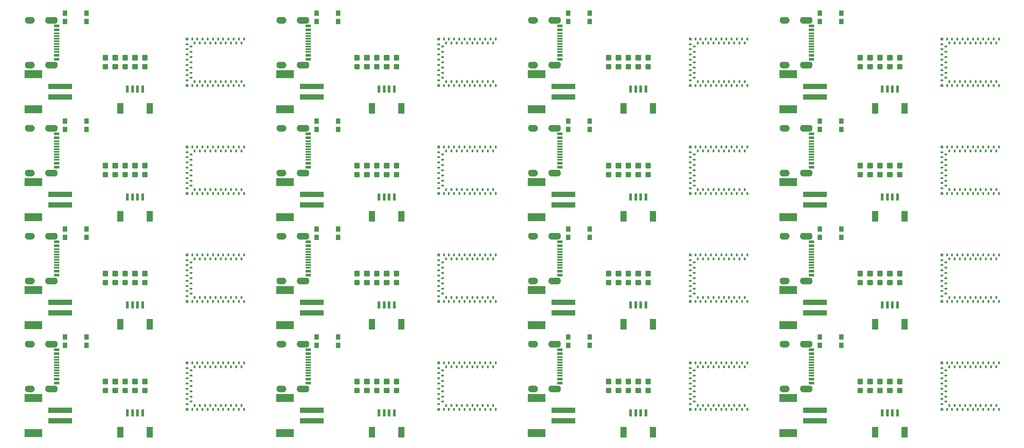
<source format=gtp>
G75*
%MOIN*%
%OFA0B0*%
%FSLAX25Y25*%
%IPPOS*%
%LPD*%
%AMOC8*
5,1,8,0,0,1.08239X$1,22.5*
%
%ADD10C,0.01181*%
%ADD11R,0.03543X0.03937*%
%ADD12R,0.04724X0.07874*%
%ADD13R,0.02362X0.05315*%
%ADD14R,0.18110X0.03937*%
%ADD15R,0.13386X0.06299*%
%ADD16R,0.01575X0.02362*%
%ADD17R,0.02362X0.02362*%
%ADD18R,0.02362X0.01575*%
%ADD19R,0.04000X0.01181*%
%ADD20R,0.04000X0.02362*%
%ADD21R,0.04000X0.02165*%
%ADD22C,0.00039*%
D10*
X0108872Y0092102D02*
X0111628Y0092102D01*
X0108872Y0092102D02*
X0108872Y0094858D01*
X0111628Y0094858D01*
X0111628Y0092102D01*
X0111628Y0093224D02*
X0108872Y0093224D01*
X0108872Y0094346D02*
X0111628Y0094346D01*
X0116372Y0092102D02*
X0119128Y0092102D01*
X0116372Y0092102D02*
X0116372Y0094858D01*
X0119128Y0094858D01*
X0119128Y0092102D01*
X0119128Y0093224D02*
X0116372Y0093224D01*
X0116372Y0094346D02*
X0119128Y0094346D01*
X0123872Y0092102D02*
X0126628Y0092102D01*
X0123872Y0092102D02*
X0123872Y0094858D01*
X0126628Y0094858D01*
X0126628Y0092102D01*
X0126628Y0093224D02*
X0123872Y0093224D01*
X0123872Y0094346D02*
X0126628Y0094346D01*
X0131372Y0092102D02*
X0134128Y0092102D01*
X0131372Y0092102D02*
X0131372Y0094858D01*
X0134128Y0094858D01*
X0134128Y0092102D01*
X0134128Y0093224D02*
X0131372Y0093224D01*
X0131372Y0094346D02*
X0134128Y0094346D01*
X0138872Y0092102D02*
X0141628Y0092102D01*
X0138872Y0092102D02*
X0138872Y0094858D01*
X0141628Y0094858D01*
X0141628Y0092102D01*
X0141628Y0093224D02*
X0138872Y0093224D01*
X0138872Y0094346D02*
X0141628Y0094346D01*
X0141628Y0099008D02*
X0138872Y0099008D01*
X0138872Y0101764D01*
X0141628Y0101764D01*
X0141628Y0099008D01*
X0141628Y0100130D02*
X0138872Y0100130D01*
X0138872Y0101252D02*
X0141628Y0101252D01*
X0134128Y0099008D02*
X0131372Y0099008D01*
X0131372Y0101764D01*
X0134128Y0101764D01*
X0134128Y0099008D01*
X0134128Y0100130D02*
X0131372Y0100130D01*
X0131372Y0101252D02*
X0134128Y0101252D01*
X0126628Y0099008D02*
X0123872Y0099008D01*
X0123872Y0101764D01*
X0126628Y0101764D01*
X0126628Y0099008D01*
X0126628Y0100130D02*
X0123872Y0100130D01*
X0123872Y0101252D02*
X0126628Y0101252D01*
X0119128Y0099008D02*
X0116372Y0099008D01*
X0116372Y0101764D01*
X0119128Y0101764D01*
X0119128Y0099008D01*
X0119128Y0100130D02*
X0116372Y0100130D01*
X0116372Y0101252D02*
X0119128Y0101252D01*
X0111628Y0099008D02*
X0108872Y0099008D01*
X0108872Y0101764D01*
X0111628Y0101764D01*
X0111628Y0099008D01*
X0111628Y0100130D02*
X0108872Y0100130D01*
X0108872Y0101252D02*
X0111628Y0101252D01*
X0111628Y0174102D02*
X0108872Y0174102D01*
X0108872Y0176858D01*
X0111628Y0176858D01*
X0111628Y0174102D01*
X0111628Y0175224D02*
X0108872Y0175224D01*
X0108872Y0176346D02*
X0111628Y0176346D01*
X0116372Y0174102D02*
X0119128Y0174102D01*
X0116372Y0174102D02*
X0116372Y0176858D01*
X0119128Y0176858D01*
X0119128Y0174102D01*
X0119128Y0175224D02*
X0116372Y0175224D01*
X0116372Y0176346D02*
X0119128Y0176346D01*
X0123872Y0174102D02*
X0126628Y0174102D01*
X0123872Y0174102D02*
X0123872Y0176858D01*
X0126628Y0176858D01*
X0126628Y0174102D01*
X0126628Y0175224D02*
X0123872Y0175224D01*
X0123872Y0176346D02*
X0126628Y0176346D01*
X0131372Y0174102D02*
X0134128Y0174102D01*
X0131372Y0174102D02*
X0131372Y0176858D01*
X0134128Y0176858D01*
X0134128Y0174102D01*
X0134128Y0175224D02*
X0131372Y0175224D01*
X0131372Y0176346D02*
X0134128Y0176346D01*
X0138872Y0174102D02*
X0141628Y0174102D01*
X0138872Y0174102D02*
X0138872Y0176858D01*
X0141628Y0176858D01*
X0141628Y0174102D01*
X0141628Y0175224D02*
X0138872Y0175224D01*
X0138872Y0176346D02*
X0141628Y0176346D01*
X0141628Y0181008D02*
X0138872Y0181008D01*
X0138872Y0183764D01*
X0141628Y0183764D01*
X0141628Y0181008D01*
X0141628Y0182130D02*
X0138872Y0182130D01*
X0138872Y0183252D02*
X0141628Y0183252D01*
X0134128Y0181008D02*
X0131372Y0181008D01*
X0131372Y0183764D01*
X0134128Y0183764D01*
X0134128Y0181008D01*
X0134128Y0182130D02*
X0131372Y0182130D01*
X0131372Y0183252D02*
X0134128Y0183252D01*
X0126628Y0181008D02*
X0123872Y0181008D01*
X0123872Y0183764D01*
X0126628Y0183764D01*
X0126628Y0181008D01*
X0126628Y0182130D02*
X0123872Y0182130D01*
X0123872Y0183252D02*
X0126628Y0183252D01*
X0119128Y0181008D02*
X0116372Y0181008D01*
X0116372Y0183764D01*
X0119128Y0183764D01*
X0119128Y0181008D01*
X0119128Y0182130D02*
X0116372Y0182130D01*
X0116372Y0183252D02*
X0119128Y0183252D01*
X0111628Y0181008D02*
X0108872Y0181008D01*
X0108872Y0183764D01*
X0111628Y0183764D01*
X0111628Y0181008D01*
X0111628Y0182130D02*
X0108872Y0182130D01*
X0108872Y0183252D02*
X0111628Y0183252D01*
X0111628Y0256102D02*
X0108872Y0256102D01*
X0108872Y0258858D01*
X0111628Y0258858D01*
X0111628Y0256102D01*
X0111628Y0257224D02*
X0108872Y0257224D01*
X0108872Y0258346D02*
X0111628Y0258346D01*
X0116372Y0256102D02*
X0119128Y0256102D01*
X0116372Y0256102D02*
X0116372Y0258858D01*
X0119128Y0258858D01*
X0119128Y0256102D01*
X0119128Y0257224D02*
X0116372Y0257224D01*
X0116372Y0258346D02*
X0119128Y0258346D01*
X0123872Y0256102D02*
X0126628Y0256102D01*
X0123872Y0256102D02*
X0123872Y0258858D01*
X0126628Y0258858D01*
X0126628Y0256102D01*
X0126628Y0257224D02*
X0123872Y0257224D01*
X0123872Y0258346D02*
X0126628Y0258346D01*
X0131372Y0256102D02*
X0134128Y0256102D01*
X0131372Y0256102D02*
X0131372Y0258858D01*
X0134128Y0258858D01*
X0134128Y0256102D01*
X0134128Y0257224D02*
X0131372Y0257224D01*
X0131372Y0258346D02*
X0134128Y0258346D01*
X0138872Y0256102D02*
X0141628Y0256102D01*
X0138872Y0256102D02*
X0138872Y0258858D01*
X0141628Y0258858D01*
X0141628Y0256102D01*
X0141628Y0257224D02*
X0138872Y0257224D01*
X0138872Y0258346D02*
X0141628Y0258346D01*
X0141628Y0263008D02*
X0138872Y0263008D01*
X0138872Y0265764D01*
X0141628Y0265764D01*
X0141628Y0263008D01*
X0141628Y0264130D02*
X0138872Y0264130D01*
X0138872Y0265252D02*
X0141628Y0265252D01*
X0134128Y0263008D02*
X0131372Y0263008D01*
X0131372Y0265764D01*
X0134128Y0265764D01*
X0134128Y0263008D01*
X0134128Y0264130D02*
X0131372Y0264130D01*
X0131372Y0265252D02*
X0134128Y0265252D01*
X0126628Y0263008D02*
X0123872Y0263008D01*
X0123872Y0265764D01*
X0126628Y0265764D01*
X0126628Y0263008D01*
X0126628Y0264130D02*
X0123872Y0264130D01*
X0123872Y0265252D02*
X0126628Y0265252D01*
X0119128Y0263008D02*
X0116372Y0263008D01*
X0116372Y0265764D01*
X0119128Y0265764D01*
X0119128Y0263008D01*
X0119128Y0264130D02*
X0116372Y0264130D01*
X0116372Y0265252D02*
X0119128Y0265252D01*
X0111628Y0263008D02*
X0108872Y0263008D01*
X0108872Y0265764D01*
X0111628Y0265764D01*
X0111628Y0263008D01*
X0111628Y0264130D02*
X0108872Y0264130D01*
X0108872Y0265252D02*
X0111628Y0265252D01*
X0111628Y0338102D02*
X0108872Y0338102D01*
X0108872Y0340858D01*
X0111628Y0340858D01*
X0111628Y0338102D01*
X0111628Y0339224D02*
X0108872Y0339224D01*
X0108872Y0340346D02*
X0111628Y0340346D01*
X0116372Y0338102D02*
X0119128Y0338102D01*
X0116372Y0338102D02*
X0116372Y0340858D01*
X0119128Y0340858D01*
X0119128Y0338102D01*
X0119128Y0339224D02*
X0116372Y0339224D01*
X0116372Y0340346D02*
X0119128Y0340346D01*
X0123872Y0338102D02*
X0126628Y0338102D01*
X0123872Y0338102D02*
X0123872Y0340858D01*
X0126628Y0340858D01*
X0126628Y0338102D01*
X0126628Y0339224D02*
X0123872Y0339224D01*
X0123872Y0340346D02*
X0126628Y0340346D01*
X0131372Y0338102D02*
X0134128Y0338102D01*
X0131372Y0338102D02*
X0131372Y0340858D01*
X0134128Y0340858D01*
X0134128Y0338102D01*
X0134128Y0339224D02*
X0131372Y0339224D01*
X0131372Y0340346D02*
X0134128Y0340346D01*
X0138872Y0338102D02*
X0141628Y0338102D01*
X0138872Y0338102D02*
X0138872Y0340858D01*
X0141628Y0340858D01*
X0141628Y0338102D01*
X0141628Y0339224D02*
X0138872Y0339224D01*
X0138872Y0340346D02*
X0141628Y0340346D01*
X0141628Y0345008D02*
X0138872Y0345008D01*
X0138872Y0347764D01*
X0141628Y0347764D01*
X0141628Y0345008D01*
X0141628Y0346130D02*
X0138872Y0346130D01*
X0138872Y0347252D02*
X0141628Y0347252D01*
X0134128Y0345008D02*
X0131372Y0345008D01*
X0131372Y0347764D01*
X0134128Y0347764D01*
X0134128Y0345008D01*
X0134128Y0346130D02*
X0131372Y0346130D01*
X0131372Y0347252D02*
X0134128Y0347252D01*
X0126628Y0345008D02*
X0123872Y0345008D01*
X0123872Y0347764D01*
X0126628Y0347764D01*
X0126628Y0345008D01*
X0126628Y0346130D02*
X0123872Y0346130D01*
X0123872Y0347252D02*
X0126628Y0347252D01*
X0119128Y0345008D02*
X0116372Y0345008D01*
X0116372Y0347764D01*
X0119128Y0347764D01*
X0119128Y0345008D01*
X0119128Y0346130D02*
X0116372Y0346130D01*
X0116372Y0347252D02*
X0119128Y0347252D01*
X0111628Y0345008D02*
X0108872Y0345008D01*
X0108872Y0347764D01*
X0111628Y0347764D01*
X0111628Y0345008D01*
X0111628Y0346130D02*
X0108872Y0346130D01*
X0108872Y0347252D02*
X0111628Y0347252D01*
X0299872Y0345008D02*
X0302628Y0345008D01*
X0299872Y0345008D02*
X0299872Y0347764D01*
X0302628Y0347764D01*
X0302628Y0345008D01*
X0302628Y0346130D02*
X0299872Y0346130D01*
X0299872Y0347252D02*
X0302628Y0347252D01*
X0307372Y0345008D02*
X0310128Y0345008D01*
X0307372Y0345008D02*
X0307372Y0347764D01*
X0310128Y0347764D01*
X0310128Y0345008D01*
X0310128Y0346130D02*
X0307372Y0346130D01*
X0307372Y0347252D02*
X0310128Y0347252D01*
X0314872Y0345008D02*
X0317628Y0345008D01*
X0314872Y0345008D02*
X0314872Y0347764D01*
X0317628Y0347764D01*
X0317628Y0345008D01*
X0317628Y0346130D02*
X0314872Y0346130D01*
X0314872Y0347252D02*
X0317628Y0347252D01*
X0322372Y0345008D02*
X0325128Y0345008D01*
X0322372Y0345008D02*
X0322372Y0347764D01*
X0325128Y0347764D01*
X0325128Y0345008D01*
X0325128Y0346130D02*
X0322372Y0346130D01*
X0322372Y0347252D02*
X0325128Y0347252D01*
X0329872Y0345008D02*
X0332628Y0345008D01*
X0329872Y0345008D02*
X0329872Y0347764D01*
X0332628Y0347764D01*
X0332628Y0345008D01*
X0332628Y0346130D02*
X0329872Y0346130D01*
X0329872Y0347252D02*
X0332628Y0347252D01*
X0332628Y0338102D02*
X0329872Y0338102D01*
X0329872Y0340858D01*
X0332628Y0340858D01*
X0332628Y0338102D01*
X0332628Y0339224D02*
X0329872Y0339224D01*
X0329872Y0340346D02*
X0332628Y0340346D01*
X0325128Y0338102D02*
X0322372Y0338102D01*
X0322372Y0340858D01*
X0325128Y0340858D01*
X0325128Y0338102D01*
X0325128Y0339224D02*
X0322372Y0339224D01*
X0322372Y0340346D02*
X0325128Y0340346D01*
X0317628Y0338102D02*
X0314872Y0338102D01*
X0314872Y0340858D01*
X0317628Y0340858D01*
X0317628Y0338102D01*
X0317628Y0339224D02*
X0314872Y0339224D01*
X0314872Y0340346D02*
X0317628Y0340346D01*
X0310128Y0338102D02*
X0307372Y0338102D01*
X0307372Y0340858D01*
X0310128Y0340858D01*
X0310128Y0338102D01*
X0310128Y0339224D02*
X0307372Y0339224D01*
X0307372Y0340346D02*
X0310128Y0340346D01*
X0302628Y0338102D02*
X0299872Y0338102D01*
X0299872Y0340858D01*
X0302628Y0340858D01*
X0302628Y0338102D01*
X0302628Y0339224D02*
X0299872Y0339224D01*
X0299872Y0340346D02*
X0302628Y0340346D01*
X0302628Y0263008D02*
X0299872Y0263008D01*
X0299872Y0265764D01*
X0302628Y0265764D01*
X0302628Y0263008D01*
X0302628Y0264130D02*
X0299872Y0264130D01*
X0299872Y0265252D02*
X0302628Y0265252D01*
X0307372Y0263008D02*
X0310128Y0263008D01*
X0307372Y0263008D02*
X0307372Y0265764D01*
X0310128Y0265764D01*
X0310128Y0263008D01*
X0310128Y0264130D02*
X0307372Y0264130D01*
X0307372Y0265252D02*
X0310128Y0265252D01*
X0314872Y0263008D02*
X0317628Y0263008D01*
X0314872Y0263008D02*
X0314872Y0265764D01*
X0317628Y0265764D01*
X0317628Y0263008D01*
X0317628Y0264130D02*
X0314872Y0264130D01*
X0314872Y0265252D02*
X0317628Y0265252D01*
X0322372Y0263008D02*
X0325128Y0263008D01*
X0322372Y0263008D02*
X0322372Y0265764D01*
X0325128Y0265764D01*
X0325128Y0263008D01*
X0325128Y0264130D02*
X0322372Y0264130D01*
X0322372Y0265252D02*
X0325128Y0265252D01*
X0329872Y0263008D02*
X0332628Y0263008D01*
X0329872Y0263008D02*
X0329872Y0265764D01*
X0332628Y0265764D01*
X0332628Y0263008D01*
X0332628Y0264130D02*
X0329872Y0264130D01*
X0329872Y0265252D02*
X0332628Y0265252D01*
X0332628Y0256102D02*
X0329872Y0256102D01*
X0329872Y0258858D01*
X0332628Y0258858D01*
X0332628Y0256102D01*
X0332628Y0257224D02*
X0329872Y0257224D01*
X0329872Y0258346D02*
X0332628Y0258346D01*
X0325128Y0256102D02*
X0322372Y0256102D01*
X0322372Y0258858D01*
X0325128Y0258858D01*
X0325128Y0256102D01*
X0325128Y0257224D02*
X0322372Y0257224D01*
X0322372Y0258346D02*
X0325128Y0258346D01*
X0317628Y0256102D02*
X0314872Y0256102D01*
X0314872Y0258858D01*
X0317628Y0258858D01*
X0317628Y0256102D01*
X0317628Y0257224D02*
X0314872Y0257224D01*
X0314872Y0258346D02*
X0317628Y0258346D01*
X0310128Y0256102D02*
X0307372Y0256102D01*
X0307372Y0258858D01*
X0310128Y0258858D01*
X0310128Y0256102D01*
X0310128Y0257224D02*
X0307372Y0257224D01*
X0307372Y0258346D02*
X0310128Y0258346D01*
X0302628Y0256102D02*
X0299872Y0256102D01*
X0299872Y0258858D01*
X0302628Y0258858D01*
X0302628Y0256102D01*
X0302628Y0257224D02*
X0299872Y0257224D01*
X0299872Y0258346D02*
X0302628Y0258346D01*
X0302628Y0181008D02*
X0299872Y0181008D01*
X0299872Y0183764D01*
X0302628Y0183764D01*
X0302628Y0181008D01*
X0302628Y0182130D02*
X0299872Y0182130D01*
X0299872Y0183252D02*
X0302628Y0183252D01*
X0307372Y0181008D02*
X0310128Y0181008D01*
X0307372Y0181008D02*
X0307372Y0183764D01*
X0310128Y0183764D01*
X0310128Y0181008D01*
X0310128Y0182130D02*
X0307372Y0182130D01*
X0307372Y0183252D02*
X0310128Y0183252D01*
X0314872Y0181008D02*
X0317628Y0181008D01*
X0314872Y0181008D02*
X0314872Y0183764D01*
X0317628Y0183764D01*
X0317628Y0181008D01*
X0317628Y0182130D02*
X0314872Y0182130D01*
X0314872Y0183252D02*
X0317628Y0183252D01*
X0322372Y0181008D02*
X0325128Y0181008D01*
X0322372Y0181008D02*
X0322372Y0183764D01*
X0325128Y0183764D01*
X0325128Y0181008D01*
X0325128Y0182130D02*
X0322372Y0182130D01*
X0322372Y0183252D02*
X0325128Y0183252D01*
X0329872Y0181008D02*
X0332628Y0181008D01*
X0329872Y0181008D02*
X0329872Y0183764D01*
X0332628Y0183764D01*
X0332628Y0181008D01*
X0332628Y0182130D02*
X0329872Y0182130D01*
X0329872Y0183252D02*
X0332628Y0183252D01*
X0332628Y0174102D02*
X0329872Y0174102D01*
X0329872Y0176858D01*
X0332628Y0176858D01*
X0332628Y0174102D01*
X0332628Y0175224D02*
X0329872Y0175224D01*
X0329872Y0176346D02*
X0332628Y0176346D01*
X0325128Y0174102D02*
X0322372Y0174102D01*
X0322372Y0176858D01*
X0325128Y0176858D01*
X0325128Y0174102D01*
X0325128Y0175224D02*
X0322372Y0175224D01*
X0322372Y0176346D02*
X0325128Y0176346D01*
X0317628Y0174102D02*
X0314872Y0174102D01*
X0314872Y0176858D01*
X0317628Y0176858D01*
X0317628Y0174102D01*
X0317628Y0175224D02*
X0314872Y0175224D01*
X0314872Y0176346D02*
X0317628Y0176346D01*
X0310128Y0174102D02*
X0307372Y0174102D01*
X0307372Y0176858D01*
X0310128Y0176858D01*
X0310128Y0174102D01*
X0310128Y0175224D02*
X0307372Y0175224D01*
X0307372Y0176346D02*
X0310128Y0176346D01*
X0302628Y0174102D02*
X0299872Y0174102D01*
X0299872Y0176858D01*
X0302628Y0176858D01*
X0302628Y0174102D01*
X0302628Y0175224D02*
X0299872Y0175224D01*
X0299872Y0176346D02*
X0302628Y0176346D01*
X0302628Y0099008D02*
X0299872Y0099008D01*
X0299872Y0101764D01*
X0302628Y0101764D01*
X0302628Y0099008D01*
X0302628Y0100130D02*
X0299872Y0100130D01*
X0299872Y0101252D02*
X0302628Y0101252D01*
X0307372Y0099008D02*
X0310128Y0099008D01*
X0307372Y0099008D02*
X0307372Y0101764D01*
X0310128Y0101764D01*
X0310128Y0099008D01*
X0310128Y0100130D02*
X0307372Y0100130D01*
X0307372Y0101252D02*
X0310128Y0101252D01*
X0314872Y0099008D02*
X0317628Y0099008D01*
X0314872Y0099008D02*
X0314872Y0101764D01*
X0317628Y0101764D01*
X0317628Y0099008D01*
X0317628Y0100130D02*
X0314872Y0100130D01*
X0314872Y0101252D02*
X0317628Y0101252D01*
X0322372Y0099008D02*
X0325128Y0099008D01*
X0322372Y0099008D02*
X0322372Y0101764D01*
X0325128Y0101764D01*
X0325128Y0099008D01*
X0325128Y0100130D02*
X0322372Y0100130D01*
X0322372Y0101252D02*
X0325128Y0101252D01*
X0329872Y0099008D02*
X0332628Y0099008D01*
X0329872Y0099008D02*
X0329872Y0101764D01*
X0332628Y0101764D01*
X0332628Y0099008D01*
X0332628Y0100130D02*
X0329872Y0100130D01*
X0329872Y0101252D02*
X0332628Y0101252D01*
X0332628Y0092102D02*
X0329872Y0092102D01*
X0329872Y0094858D01*
X0332628Y0094858D01*
X0332628Y0092102D01*
X0332628Y0093224D02*
X0329872Y0093224D01*
X0329872Y0094346D02*
X0332628Y0094346D01*
X0325128Y0092102D02*
X0322372Y0092102D01*
X0322372Y0094858D01*
X0325128Y0094858D01*
X0325128Y0092102D01*
X0325128Y0093224D02*
X0322372Y0093224D01*
X0322372Y0094346D02*
X0325128Y0094346D01*
X0317628Y0092102D02*
X0314872Y0092102D01*
X0314872Y0094858D01*
X0317628Y0094858D01*
X0317628Y0092102D01*
X0317628Y0093224D02*
X0314872Y0093224D01*
X0314872Y0094346D02*
X0317628Y0094346D01*
X0310128Y0092102D02*
X0307372Y0092102D01*
X0307372Y0094858D01*
X0310128Y0094858D01*
X0310128Y0092102D01*
X0310128Y0093224D02*
X0307372Y0093224D01*
X0307372Y0094346D02*
X0310128Y0094346D01*
X0302628Y0092102D02*
X0299872Y0092102D01*
X0299872Y0094858D01*
X0302628Y0094858D01*
X0302628Y0092102D01*
X0302628Y0093224D02*
X0299872Y0093224D01*
X0299872Y0094346D02*
X0302628Y0094346D01*
X0490872Y0092102D02*
X0493628Y0092102D01*
X0490872Y0092102D02*
X0490872Y0094858D01*
X0493628Y0094858D01*
X0493628Y0092102D01*
X0493628Y0093224D02*
X0490872Y0093224D01*
X0490872Y0094346D02*
X0493628Y0094346D01*
X0498372Y0092102D02*
X0501128Y0092102D01*
X0498372Y0092102D02*
X0498372Y0094858D01*
X0501128Y0094858D01*
X0501128Y0092102D01*
X0501128Y0093224D02*
X0498372Y0093224D01*
X0498372Y0094346D02*
X0501128Y0094346D01*
X0505872Y0092102D02*
X0508628Y0092102D01*
X0505872Y0092102D02*
X0505872Y0094858D01*
X0508628Y0094858D01*
X0508628Y0092102D01*
X0508628Y0093224D02*
X0505872Y0093224D01*
X0505872Y0094346D02*
X0508628Y0094346D01*
X0513372Y0092102D02*
X0516128Y0092102D01*
X0513372Y0092102D02*
X0513372Y0094858D01*
X0516128Y0094858D01*
X0516128Y0092102D01*
X0516128Y0093224D02*
X0513372Y0093224D01*
X0513372Y0094346D02*
X0516128Y0094346D01*
X0520872Y0092102D02*
X0523628Y0092102D01*
X0520872Y0092102D02*
X0520872Y0094858D01*
X0523628Y0094858D01*
X0523628Y0092102D01*
X0523628Y0093224D02*
X0520872Y0093224D01*
X0520872Y0094346D02*
X0523628Y0094346D01*
X0523628Y0099008D02*
X0520872Y0099008D01*
X0520872Y0101764D01*
X0523628Y0101764D01*
X0523628Y0099008D01*
X0523628Y0100130D02*
X0520872Y0100130D01*
X0520872Y0101252D02*
X0523628Y0101252D01*
X0516128Y0099008D02*
X0513372Y0099008D01*
X0513372Y0101764D01*
X0516128Y0101764D01*
X0516128Y0099008D01*
X0516128Y0100130D02*
X0513372Y0100130D01*
X0513372Y0101252D02*
X0516128Y0101252D01*
X0508628Y0099008D02*
X0505872Y0099008D01*
X0505872Y0101764D01*
X0508628Y0101764D01*
X0508628Y0099008D01*
X0508628Y0100130D02*
X0505872Y0100130D01*
X0505872Y0101252D02*
X0508628Y0101252D01*
X0501128Y0099008D02*
X0498372Y0099008D01*
X0498372Y0101764D01*
X0501128Y0101764D01*
X0501128Y0099008D01*
X0501128Y0100130D02*
X0498372Y0100130D01*
X0498372Y0101252D02*
X0501128Y0101252D01*
X0493628Y0099008D02*
X0490872Y0099008D01*
X0490872Y0101764D01*
X0493628Y0101764D01*
X0493628Y0099008D01*
X0493628Y0100130D02*
X0490872Y0100130D01*
X0490872Y0101252D02*
X0493628Y0101252D01*
X0493628Y0174102D02*
X0490872Y0174102D01*
X0490872Y0176858D01*
X0493628Y0176858D01*
X0493628Y0174102D01*
X0493628Y0175224D02*
X0490872Y0175224D01*
X0490872Y0176346D02*
X0493628Y0176346D01*
X0498372Y0174102D02*
X0501128Y0174102D01*
X0498372Y0174102D02*
X0498372Y0176858D01*
X0501128Y0176858D01*
X0501128Y0174102D01*
X0501128Y0175224D02*
X0498372Y0175224D01*
X0498372Y0176346D02*
X0501128Y0176346D01*
X0505872Y0174102D02*
X0508628Y0174102D01*
X0505872Y0174102D02*
X0505872Y0176858D01*
X0508628Y0176858D01*
X0508628Y0174102D01*
X0508628Y0175224D02*
X0505872Y0175224D01*
X0505872Y0176346D02*
X0508628Y0176346D01*
X0513372Y0174102D02*
X0516128Y0174102D01*
X0513372Y0174102D02*
X0513372Y0176858D01*
X0516128Y0176858D01*
X0516128Y0174102D01*
X0516128Y0175224D02*
X0513372Y0175224D01*
X0513372Y0176346D02*
X0516128Y0176346D01*
X0520872Y0174102D02*
X0523628Y0174102D01*
X0520872Y0174102D02*
X0520872Y0176858D01*
X0523628Y0176858D01*
X0523628Y0174102D01*
X0523628Y0175224D02*
X0520872Y0175224D01*
X0520872Y0176346D02*
X0523628Y0176346D01*
X0523628Y0181008D02*
X0520872Y0181008D01*
X0520872Y0183764D01*
X0523628Y0183764D01*
X0523628Y0181008D01*
X0523628Y0182130D02*
X0520872Y0182130D01*
X0520872Y0183252D02*
X0523628Y0183252D01*
X0516128Y0181008D02*
X0513372Y0181008D01*
X0513372Y0183764D01*
X0516128Y0183764D01*
X0516128Y0181008D01*
X0516128Y0182130D02*
X0513372Y0182130D01*
X0513372Y0183252D02*
X0516128Y0183252D01*
X0508628Y0181008D02*
X0505872Y0181008D01*
X0505872Y0183764D01*
X0508628Y0183764D01*
X0508628Y0181008D01*
X0508628Y0182130D02*
X0505872Y0182130D01*
X0505872Y0183252D02*
X0508628Y0183252D01*
X0501128Y0181008D02*
X0498372Y0181008D01*
X0498372Y0183764D01*
X0501128Y0183764D01*
X0501128Y0181008D01*
X0501128Y0182130D02*
X0498372Y0182130D01*
X0498372Y0183252D02*
X0501128Y0183252D01*
X0493628Y0181008D02*
X0490872Y0181008D01*
X0490872Y0183764D01*
X0493628Y0183764D01*
X0493628Y0181008D01*
X0493628Y0182130D02*
X0490872Y0182130D01*
X0490872Y0183252D02*
X0493628Y0183252D01*
X0493628Y0256102D02*
X0490872Y0256102D01*
X0490872Y0258858D01*
X0493628Y0258858D01*
X0493628Y0256102D01*
X0493628Y0257224D02*
X0490872Y0257224D01*
X0490872Y0258346D02*
X0493628Y0258346D01*
X0498372Y0256102D02*
X0501128Y0256102D01*
X0498372Y0256102D02*
X0498372Y0258858D01*
X0501128Y0258858D01*
X0501128Y0256102D01*
X0501128Y0257224D02*
X0498372Y0257224D01*
X0498372Y0258346D02*
X0501128Y0258346D01*
X0505872Y0256102D02*
X0508628Y0256102D01*
X0505872Y0256102D02*
X0505872Y0258858D01*
X0508628Y0258858D01*
X0508628Y0256102D01*
X0508628Y0257224D02*
X0505872Y0257224D01*
X0505872Y0258346D02*
X0508628Y0258346D01*
X0513372Y0256102D02*
X0516128Y0256102D01*
X0513372Y0256102D02*
X0513372Y0258858D01*
X0516128Y0258858D01*
X0516128Y0256102D01*
X0516128Y0257224D02*
X0513372Y0257224D01*
X0513372Y0258346D02*
X0516128Y0258346D01*
X0520872Y0256102D02*
X0523628Y0256102D01*
X0520872Y0256102D02*
X0520872Y0258858D01*
X0523628Y0258858D01*
X0523628Y0256102D01*
X0523628Y0257224D02*
X0520872Y0257224D01*
X0520872Y0258346D02*
X0523628Y0258346D01*
X0523628Y0263008D02*
X0520872Y0263008D01*
X0520872Y0265764D01*
X0523628Y0265764D01*
X0523628Y0263008D01*
X0523628Y0264130D02*
X0520872Y0264130D01*
X0520872Y0265252D02*
X0523628Y0265252D01*
X0516128Y0263008D02*
X0513372Y0263008D01*
X0513372Y0265764D01*
X0516128Y0265764D01*
X0516128Y0263008D01*
X0516128Y0264130D02*
X0513372Y0264130D01*
X0513372Y0265252D02*
X0516128Y0265252D01*
X0508628Y0263008D02*
X0505872Y0263008D01*
X0505872Y0265764D01*
X0508628Y0265764D01*
X0508628Y0263008D01*
X0508628Y0264130D02*
X0505872Y0264130D01*
X0505872Y0265252D02*
X0508628Y0265252D01*
X0501128Y0263008D02*
X0498372Y0263008D01*
X0498372Y0265764D01*
X0501128Y0265764D01*
X0501128Y0263008D01*
X0501128Y0264130D02*
X0498372Y0264130D01*
X0498372Y0265252D02*
X0501128Y0265252D01*
X0493628Y0263008D02*
X0490872Y0263008D01*
X0490872Y0265764D01*
X0493628Y0265764D01*
X0493628Y0263008D01*
X0493628Y0264130D02*
X0490872Y0264130D01*
X0490872Y0265252D02*
X0493628Y0265252D01*
X0493628Y0338102D02*
X0490872Y0338102D01*
X0490872Y0340858D01*
X0493628Y0340858D01*
X0493628Y0338102D01*
X0493628Y0339224D02*
X0490872Y0339224D01*
X0490872Y0340346D02*
X0493628Y0340346D01*
X0498372Y0338102D02*
X0501128Y0338102D01*
X0498372Y0338102D02*
X0498372Y0340858D01*
X0501128Y0340858D01*
X0501128Y0338102D01*
X0501128Y0339224D02*
X0498372Y0339224D01*
X0498372Y0340346D02*
X0501128Y0340346D01*
X0505872Y0338102D02*
X0508628Y0338102D01*
X0505872Y0338102D02*
X0505872Y0340858D01*
X0508628Y0340858D01*
X0508628Y0338102D01*
X0508628Y0339224D02*
X0505872Y0339224D01*
X0505872Y0340346D02*
X0508628Y0340346D01*
X0513372Y0338102D02*
X0516128Y0338102D01*
X0513372Y0338102D02*
X0513372Y0340858D01*
X0516128Y0340858D01*
X0516128Y0338102D01*
X0516128Y0339224D02*
X0513372Y0339224D01*
X0513372Y0340346D02*
X0516128Y0340346D01*
X0520872Y0338102D02*
X0523628Y0338102D01*
X0520872Y0338102D02*
X0520872Y0340858D01*
X0523628Y0340858D01*
X0523628Y0338102D01*
X0523628Y0339224D02*
X0520872Y0339224D01*
X0520872Y0340346D02*
X0523628Y0340346D01*
X0523628Y0345008D02*
X0520872Y0345008D01*
X0520872Y0347764D01*
X0523628Y0347764D01*
X0523628Y0345008D01*
X0523628Y0346130D02*
X0520872Y0346130D01*
X0520872Y0347252D02*
X0523628Y0347252D01*
X0516128Y0345008D02*
X0513372Y0345008D01*
X0513372Y0347764D01*
X0516128Y0347764D01*
X0516128Y0345008D01*
X0516128Y0346130D02*
X0513372Y0346130D01*
X0513372Y0347252D02*
X0516128Y0347252D01*
X0508628Y0345008D02*
X0505872Y0345008D01*
X0505872Y0347764D01*
X0508628Y0347764D01*
X0508628Y0345008D01*
X0508628Y0346130D02*
X0505872Y0346130D01*
X0505872Y0347252D02*
X0508628Y0347252D01*
X0501128Y0345008D02*
X0498372Y0345008D01*
X0498372Y0347764D01*
X0501128Y0347764D01*
X0501128Y0345008D01*
X0501128Y0346130D02*
X0498372Y0346130D01*
X0498372Y0347252D02*
X0501128Y0347252D01*
X0493628Y0345008D02*
X0490872Y0345008D01*
X0490872Y0347764D01*
X0493628Y0347764D01*
X0493628Y0345008D01*
X0493628Y0346130D02*
X0490872Y0346130D01*
X0490872Y0347252D02*
X0493628Y0347252D01*
X0681872Y0345008D02*
X0684628Y0345008D01*
X0681872Y0345008D02*
X0681872Y0347764D01*
X0684628Y0347764D01*
X0684628Y0345008D01*
X0684628Y0346130D02*
X0681872Y0346130D01*
X0681872Y0347252D02*
X0684628Y0347252D01*
X0689372Y0345008D02*
X0692128Y0345008D01*
X0689372Y0345008D02*
X0689372Y0347764D01*
X0692128Y0347764D01*
X0692128Y0345008D01*
X0692128Y0346130D02*
X0689372Y0346130D01*
X0689372Y0347252D02*
X0692128Y0347252D01*
X0696872Y0345008D02*
X0699628Y0345008D01*
X0696872Y0345008D02*
X0696872Y0347764D01*
X0699628Y0347764D01*
X0699628Y0345008D01*
X0699628Y0346130D02*
X0696872Y0346130D01*
X0696872Y0347252D02*
X0699628Y0347252D01*
X0704372Y0345008D02*
X0707128Y0345008D01*
X0704372Y0345008D02*
X0704372Y0347764D01*
X0707128Y0347764D01*
X0707128Y0345008D01*
X0707128Y0346130D02*
X0704372Y0346130D01*
X0704372Y0347252D02*
X0707128Y0347252D01*
X0711872Y0345008D02*
X0714628Y0345008D01*
X0711872Y0345008D02*
X0711872Y0347764D01*
X0714628Y0347764D01*
X0714628Y0345008D01*
X0714628Y0346130D02*
X0711872Y0346130D01*
X0711872Y0347252D02*
X0714628Y0347252D01*
X0714628Y0338102D02*
X0711872Y0338102D01*
X0711872Y0340858D01*
X0714628Y0340858D01*
X0714628Y0338102D01*
X0714628Y0339224D02*
X0711872Y0339224D01*
X0711872Y0340346D02*
X0714628Y0340346D01*
X0707128Y0338102D02*
X0704372Y0338102D01*
X0704372Y0340858D01*
X0707128Y0340858D01*
X0707128Y0338102D01*
X0707128Y0339224D02*
X0704372Y0339224D01*
X0704372Y0340346D02*
X0707128Y0340346D01*
X0699628Y0338102D02*
X0696872Y0338102D01*
X0696872Y0340858D01*
X0699628Y0340858D01*
X0699628Y0338102D01*
X0699628Y0339224D02*
X0696872Y0339224D01*
X0696872Y0340346D02*
X0699628Y0340346D01*
X0692128Y0338102D02*
X0689372Y0338102D01*
X0689372Y0340858D01*
X0692128Y0340858D01*
X0692128Y0338102D01*
X0692128Y0339224D02*
X0689372Y0339224D01*
X0689372Y0340346D02*
X0692128Y0340346D01*
X0684628Y0338102D02*
X0681872Y0338102D01*
X0681872Y0340858D01*
X0684628Y0340858D01*
X0684628Y0338102D01*
X0684628Y0339224D02*
X0681872Y0339224D01*
X0681872Y0340346D02*
X0684628Y0340346D01*
X0684628Y0263008D02*
X0681872Y0263008D01*
X0681872Y0265764D01*
X0684628Y0265764D01*
X0684628Y0263008D01*
X0684628Y0264130D02*
X0681872Y0264130D01*
X0681872Y0265252D02*
X0684628Y0265252D01*
X0689372Y0263008D02*
X0692128Y0263008D01*
X0689372Y0263008D02*
X0689372Y0265764D01*
X0692128Y0265764D01*
X0692128Y0263008D01*
X0692128Y0264130D02*
X0689372Y0264130D01*
X0689372Y0265252D02*
X0692128Y0265252D01*
X0696872Y0263008D02*
X0699628Y0263008D01*
X0696872Y0263008D02*
X0696872Y0265764D01*
X0699628Y0265764D01*
X0699628Y0263008D01*
X0699628Y0264130D02*
X0696872Y0264130D01*
X0696872Y0265252D02*
X0699628Y0265252D01*
X0704372Y0263008D02*
X0707128Y0263008D01*
X0704372Y0263008D02*
X0704372Y0265764D01*
X0707128Y0265764D01*
X0707128Y0263008D01*
X0707128Y0264130D02*
X0704372Y0264130D01*
X0704372Y0265252D02*
X0707128Y0265252D01*
X0711872Y0263008D02*
X0714628Y0263008D01*
X0711872Y0263008D02*
X0711872Y0265764D01*
X0714628Y0265764D01*
X0714628Y0263008D01*
X0714628Y0264130D02*
X0711872Y0264130D01*
X0711872Y0265252D02*
X0714628Y0265252D01*
X0714628Y0256102D02*
X0711872Y0256102D01*
X0711872Y0258858D01*
X0714628Y0258858D01*
X0714628Y0256102D01*
X0714628Y0257224D02*
X0711872Y0257224D01*
X0711872Y0258346D02*
X0714628Y0258346D01*
X0707128Y0256102D02*
X0704372Y0256102D01*
X0704372Y0258858D01*
X0707128Y0258858D01*
X0707128Y0256102D01*
X0707128Y0257224D02*
X0704372Y0257224D01*
X0704372Y0258346D02*
X0707128Y0258346D01*
X0699628Y0256102D02*
X0696872Y0256102D01*
X0696872Y0258858D01*
X0699628Y0258858D01*
X0699628Y0256102D01*
X0699628Y0257224D02*
X0696872Y0257224D01*
X0696872Y0258346D02*
X0699628Y0258346D01*
X0692128Y0256102D02*
X0689372Y0256102D01*
X0689372Y0258858D01*
X0692128Y0258858D01*
X0692128Y0256102D01*
X0692128Y0257224D02*
X0689372Y0257224D01*
X0689372Y0258346D02*
X0692128Y0258346D01*
X0684628Y0256102D02*
X0681872Y0256102D01*
X0681872Y0258858D01*
X0684628Y0258858D01*
X0684628Y0256102D01*
X0684628Y0257224D02*
X0681872Y0257224D01*
X0681872Y0258346D02*
X0684628Y0258346D01*
X0684628Y0181008D02*
X0681872Y0181008D01*
X0681872Y0183764D01*
X0684628Y0183764D01*
X0684628Y0181008D01*
X0684628Y0182130D02*
X0681872Y0182130D01*
X0681872Y0183252D02*
X0684628Y0183252D01*
X0689372Y0181008D02*
X0692128Y0181008D01*
X0689372Y0181008D02*
X0689372Y0183764D01*
X0692128Y0183764D01*
X0692128Y0181008D01*
X0692128Y0182130D02*
X0689372Y0182130D01*
X0689372Y0183252D02*
X0692128Y0183252D01*
X0696872Y0181008D02*
X0699628Y0181008D01*
X0696872Y0181008D02*
X0696872Y0183764D01*
X0699628Y0183764D01*
X0699628Y0181008D01*
X0699628Y0182130D02*
X0696872Y0182130D01*
X0696872Y0183252D02*
X0699628Y0183252D01*
X0704372Y0181008D02*
X0707128Y0181008D01*
X0704372Y0181008D02*
X0704372Y0183764D01*
X0707128Y0183764D01*
X0707128Y0181008D01*
X0707128Y0182130D02*
X0704372Y0182130D01*
X0704372Y0183252D02*
X0707128Y0183252D01*
X0711872Y0181008D02*
X0714628Y0181008D01*
X0711872Y0181008D02*
X0711872Y0183764D01*
X0714628Y0183764D01*
X0714628Y0181008D01*
X0714628Y0182130D02*
X0711872Y0182130D01*
X0711872Y0183252D02*
X0714628Y0183252D01*
X0714628Y0174102D02*
X0711872Y0174102D01*
X0711872Y0176858D01*
X0714628Y0176858D01*
X0714628Y0174102D01*
X0714628Y0175224D02*
X0711872Y0175224D01*
X0711872Y0176346D02*
X0714628Y0176346D01*
X0707128Y0174102D02*
X0704372Y0174102D01*
X0704372Y0176858D01*
X0707128Y0176858D01*
X0707128Y0174102D01*
X0707128Y0175224D02*
X0704372Y0175224D01*
X0704372Y0176346D02*
X0707128Y0176346D01*
X0699628Y0174102D02*
X0696872Y0174102D01*
X0696872Y0176858D01*
X0699628Y0176858D01*
X0699628Y0174102D01*
X0699628Y0175224D02*
X0696872Y0175224D01*
X0696872Y0176346D02*
X0699628Y0176346D01*
X0692128Y0174102D02*
X0689372Y0174102D01*
X0689372Y0176858D01*
X0692128Y0176858D01*
X0692128Y0174102D01*
X0692128Y0175224D02*
X0689372Y0175224D01*
X0689372Y0176346D02*
X0692128Y0176346D01*
X0684628Y0174102D02*
X0681872Y0174102D01*
X0681872Y0176858D01*
X0684628Y0176858D01*
X0684628Y0174102D01*
X0684628Y0175224D02*
X0681872Y0175224D01*
X0681872Y0176346D02*
X0684628Y0176346D01*
X0684628Y0099008D02*
X0681872Y0099008D01*
X0681872Y0101764D01*
X0684628Y0101764D01*
X0684628Y0099008D01*
X0684628Y0100130D02*
X0681872Y0100130D01*
X0681872Y0101252D02*
X0684628Y0101252D01*
X0689372Y0099008D02*
X0692128Y0099008D01*
X0689372Y0099008D02*
X0689372Y0101764D01*
X0692128Y0101764D01*
X0692128Y0099008D01*
X0692128Y0100130D02*
X0689372Y0100130D01*
X0689372Y0101252D02*
X0692128Y0101252D01*
X0696872Y0099008D02*
X0699628Y0099008D01*
X0696872Y0099008D02*
X0696872Y0101764D01*
X0699628Y0101764D01*
X0699628Y0099008D01*
X0699628Y0100130D02*
X0696872Y0100130D01*
X0696872Y0101252D02*
X0699628Y0101252D01*
X0704372Y0099008D02*
X0707128Y0099008D01*
X0704372Y0099008D02*
X0704372Y0101764D01*
X0707128Y0101764D01*
X0707128Y0099008D01*
X0707128Y0100130D02*
X0704372Y0100130D01*
X0704372Y0101252D02*
X0707128Y0101252D01*
X0711872Y0099008D02*
X0714628Y0099008D01*
X0711872Y0099008D02*
X0711872Y0101764D01*
X0714628Y0101764D01*
X0714628Y0099008D01*
X0714628Y0100130D02*
X0711872Y0100130D01*
X0711872Y0101252D02*
X0714628Y0101252D01*
X0714628Y0092102D02*
X0711872Y0092102D01*
X0711872Y0094858D01*
X0714628Y0094858D01*
X0714628Y0092102D01*
X0714628Y0093224D02*
X0711872Y0093224D01*
X0711872Y0094346D02*
X0714628Y0094346D01*
X0707128Y0092102D02*
X0704372Y0092102D01*
X0704372Y0094858D01*
X0707128Y0094858D01*
X0707128Y0092102D01*
X0707128Y0093224D02*
X0704372Y0093224D01*
X0704372Y0094346D02*
X0707128Y0094346D01*
X0699628Y0092102D02*
X0696872Y0092102D01*
X0696872Y0094858D01*
X0699628Y0094858D01*
X0699628Y0092102D01*
X0699628Y0093224D02*
X0696872Y0093224D01*
X0696872Y0094346D02*
X0699628Y0094346D01*
X0692128Y0092102D02*
X0689372Y0092102D01*
X0689372Y0094858D01*
X0692128Y0094858D01*
X0692128Y0092102D01*
X0692128Y0093224D02*
X0689372Y0093224D01*
X0689372Y0094346D02*
X0692128Y0094346D01*
X0684628Y0092102D02*
X0681872Y0092102D01*
X0681872Y0094858D01*
X0684628Y0094858D01*
X0684628Y0092102D01*
X0684628Y0093224D02*
X0681872Y0093224D01*
X0681872Y0094346D02*
X0684628Y0094346D01*
D11*
X0668821Y0127783D03*
X0668821Y0134083D03*
X0652679Y0134083D03*
X0652679Y0127783D03*
X0477821Y0127783D03*
X0477821Y0134083D03*
X0461679Y0134083D03*
X0461679Y0127783D03*
X0286821Y0127783D03*
X0286821Y0134083D03*
X0270679Y0134083D03*
X0270679Y0127783D03*
X0095821Y0127783D03*
X0095821Y0134083D03*
X0079679Y0134083D03*
X0079679Y0127783D03*
X0079679Y0209783D03*
X0079679Y0216083D03*
X0095821Y0216083D03*
X0095821Y0209783D03*
X0270679Y0209783D03*
X0270679Y0216083D03*
X0286821Y0216083D03*
X0286821Y0209783D03*
X0461679Y0209783D03*
X0461679Y0216083D03*
X0477821Y0216083D03*
X0477821Y0209783D03*
X0652679Y0209783D03*
X0652679Y0216083D03*
X0668821Y0216083D03*
X0668821Y0209783D03*
X0668821Y0291783D03*
X0668821Y0298083D03*
X0652679Y0298083D03*
X0652679Y0291783D03*
X0477821Y0291783D03*
X0477821Y0298083D03*
X0461679Y0298083D03*
X0461679Y0291783D03*
X0286821Y0291783D03*
X0286821Y0298083D03*
X0270679Y0298083D03*
X0270679Y0291783D03*
X0095821Y0291783D03*
X0095821Y0298083D03*
X0079679Y0298083D03*
X0079679Y0291783D03*
X0079679Y0373783D03*
X0079679Y0380083D03*
X0095821Y0380083D03*
X0095821Y0373783D03*
X0270679Y0373783D03*
X0270679Y0380083D03*
X0286821Y0380083D03*
X0286821Y0373783D03*
X0461679Y0373783D03*
X0461679Y0380083D03*
X0477821Y0380083D03*
X0477821Y0373783D03*
X0652679Y0373783D03*
X0652679Y0380083D03*
X0668821Y0380083D03*
X0668821Y0373783D03*
D12*
X0694726Y0307965D03*
X0716774Y0307965D03*
X0525774Y0307965D03*
X0503726Y0307965D03*
X0334774Y0307965D03*
X0312726Y0307965D03*
X0143774Y0307965D03*
X0121726Y0307965D03*
X0121726Y0225965D03*
X0143774Y0225965D03*
X0312726Y0225965D03*
X0334774Y0225965D03*
X0503726Y0225965D03*
X0525774Y0225965D03*
X0694726Y0225965D03*
X0716774Y0225965D03*
X0716774Y0143965D03*
X0694726Y0143965D03*
X0525774Y0143965D03*
X0503726Y0143965D03*
X0334774Y0143965D03*
X0312726Y0143965D03*
X0143774Y0143965D03*
X0121726Y0143965D03*
X0121726Y0061965D03*
X0143774Y0061965D03*
X0312726Y0061965D03*
X0334774Y0061965D03*
X0503726Y0061965D03*
X0525774Y0061965D03*
X0694726Y0061965D03*
X0716774Y0061965D03*
D13*
X0711656Y0076433D03*
X0707719Y0076433D03*
X0703781Y0076433D03*
X0699844Y0076433D03*
X0520656Y0076433D03*
X0516719Y0076433D03*
X0512781Y0076433D03*
X0508844Y0076433D03*
X0329656Y0076433D03*
X0325719Y0076433D03*
X0321781Y0076433D03*
X0317844Y0076433D03*
X0138656Y0076433D03*
X0134719Y0076433D03*
X0130781Y0076433D03*
X0126844Y0076433D03*
X0126844Y0158433D03*
X0130781Y0158433D03*
X0134719Y0158433D03*
X0138656Y0158433D03*
X0317844Y0158433D03*
X0321781Y0158433D03*
X0325719Y0158433D03*
X0329656Y0158433D03*
X0508844Y0158433D03*
X0512781Y0158433D03*
X0516719Y0158433D03*
X0520656Y0158433D03*
X0699844Y0158433D03*
X0703781Y0158433D03*
X0707719Y0158433D03*
X0711656Y0158433D03*
X0711656Y0240433D03*
X0707719Y0240433D03*
X0703781Y0240433D03*
X0699844Y0240433D03*
X0520656Y0240433D03*
X0516719Y0240433D03*
X0512781Y0240433D03*
X0508844Y0240433D03*
X0329656Y0240433D03*
X0325719Y0240433D03*
X0321781Y0240433D03*
X0317844Y0240433D03*
X0138656Y0240433D03*
X0134719Y0240433D03*
X0130781Y0240433D03*
X0126844Y0240433D03*
X0126844Y0322433D03*
X0130781Y0322433D03*
X0134719Y0322433D03*
X0138656Y0322433D03*
X0317844Y0322433D03*
X0321781Y0322433D03*
X0325719Y0322433D03*
X0329656Y0322433D03*
X0508844Y0322433D03*
X0512781Y0322433D03*
X0516719Y0322433D03*
X0520656Y0322433D03*
X0699844Y0322433D03*
X0703781Y0322433D03*
X0707719Y0322433D03*
X0711656Y0322433D03*
D14*
X0648917Y0324470D03*
X0648917Y0316596D03*
X0648917Y0242470D03*
X0648917Y0234596D03*
X0648917Y0160470D03*
X0648917Y0152596D03*
X0648917Y0078470D03*
X0648917Y0070596D03*
X0457917Y0070596D03*
X0457917Y0078470D03*
X0457917Y0152596D03*
X0457917Y0160470D03*
X0457917Y0234596D03*
X0457917Y0242470D03*
X0457917Y0316596D03*
X0457917Y0324470D03*
X0266917Y0324470D03*
X0266917Y0316596D03*
X0266917Y0242470D03*
X0266917Y0234596D03*
X0266917Y0160470D03*
X0266917Y0152596D03*
X0266917Y0078470D03*
X0266917Y0070596D03*
X0075917Y0070596D03*
X0075917Y0078470D03*
X0075917Y0152596D03*
X0075917Y0160470D03*
X0075917Y0234596D03*
X0075917Y0242470D03*
X0075917Y0316596D03*
X0075917Y0324470D03*
D15*
X0055444Y0061147D03*
X0055444Y0087919D03*
X0055444Y0143147D03*
X0055444Y0169919D03*
X0055444Y0225147D03*
X0055444Y0251919D03*
X0055444Y0307147D03*
X0055444Y0333919D03*
X0246444Y0333919D03*
X0246444Y0307147D03*
X0246444Y0251919D03*
X0246444Y0225147D03*
X0246444Y0169919D03*
X0246444Y0143147D03*
X0246444Y0087919D03*
X0246444Y0061147D03*
X0437444Y0061147D03*
X0437444Y0087919D03*
X0437444Y0143147D03*
X0437444Y0169919D03*
X0437444Y0225147D03*
X0437444Y0251919D03*
X0437444Y0307147D03*
X0437444Y0333919D03*
X0628444Y0333919D03*
X0628444Y0307147D03*
X0628444Y0251919D03*
X0628444Y0225147D03*
X0628444Y0169919D03*
X0628444Y0143147D03*
X0628444Y0087919D03*
X0628444Y0061147D03*
D16*
X0597467Y0079217D03*
X0595498Y0082366D03*
X0593530Y0079217D03*
X0591561Y0082366D03*
X0589593Y0079217D03*
X0587624Y0082366D03*
X0585656Y0079217D03*
X0583687Y0082366D03*
X0581719Y0079217D03*
X0579750Y0082366D03*
X0577781Y0079217D03*
X0575813Y0082366D03*
X0573844Y0079217D03*
X0571876Y0082366D03*
X0569907Y0079217D03*
X0567939Y0082366D03*
X0565970Y0079217D03*
X0564002Y0082366D03*
X0562033Y0079217D03*
X0560065Y0082366D03*
X0558096Y0079217D03*
X0560065Y0111500D03*
X0562033Y0114650D03*
X0564002Y0111500D03*
X0565970Y0114650D03*
X0567939Y0111500D03*
X0569907Y0114650D03*
X0571876Y0111500D03*
X0573844Y0114650D03*
X0575813Y0111500D03*
X0577781Y0114650D03*
X0579750Y0111500D03*
X0581719Y0114650D03*
X0583687Y0111500D03*
X0585656Y0114650D03*
X0587624Y0111500D03*
X0589593Y0114650D03*
X0591561Y0111500D03*
X0593530Y0114650D03*
X0595498Y0111500D03*
X0597467Y0114650D03*
X0558096Y0114650D03*
X0558096Y0161217D03*
X0560065Y0164366D03*
X0562033Y0161217D03*
X0564002Y0164366D03*
X0565970Y0161217D03*
X0567939Y0164366D03*
X0569907Y0161217D03*
X0571876Y0164366D03*
X0573844Y0161217D03*
X0575813Y0164366D03*
X0577781Y0161217D03*
X0579750Y0164366D03*
X0581719Y0161217D03*
X0583687Y0164366D03*
X0585656Y0161217D03*
X0587624Y0164366D03*
X0589593Y0161217D03*
X0591561Y0164366D03*
X0593530Y0161217D03*
X0595498Y0164366D03*
X0597467Y0161217D03*
X0595498Y0193500D03*
X0593530Y0196650D03*
X0591561Y0193500D03*
X0589593Y0196650D03*
X0587624Y0193500D03*
X0585656Y0196650D03*
X0583687Y0193500D03*
X0581719Y0196650D03*
X0579750Y0193500D03*
X0577781Y0196650D03*
X0575813Y0193500D03*
X0573844Y0196650D03*
X0571876Y0193500D03*
X0569907Y0196650D03*
X0567939Y0193500D03*
X0565970Y0196650D03*
X0564002Y0193500D03*
X0562033Y0196650D03*
X0560065Y0193500D03*
X0558096Y0196650D03*
X0597467Y0196650D03*
X0597467Y0243217D03*
X0595498Y0246366D03*
X0593530Y0243217D03*
X0591561Y0246366D03*
X0589593Y0243217D03*
X0587624Y0246366D03*
X0585656Y0243217D03*
X0583687Y0246366D03*
X0581719Y0243217D03*
X0579750Y0246366D03*
X0577781Y0243217D03*
X0575813Y0246366D03*
X0573844Y0243217D03*
X0571876Y0246366D03*
X0569907Y0243217D03*
X0567939Y0246366D03*
X0565970Y0243217D03*
X0564002Y0246366D03*
X0562033Y0243217D03*
X0560065Y0246366D03*
X0558096Y0243217D03*
X0560065Y0275500D03*
X0562033Y0278650D03*
X0564002Y0275500D03*
X0565970Y0278650D03*
X0567939Y0275500D03*
X0569907Y0278650D03*
X0571876Y0275500D03*
X0573844Y0278650D03*
X0575813Y0275500D03*
X0577781Y0278650D03*
X0579750Y0275500D03*
X0581719Y0278650D03*
X0583687Y0275500D03*
X0585656Y0278650D03*
X0587624Y0275500D03*
X0589593Y0278650D03*
X0591561Y0275500D03*
X0593530Y0278650D03*
X0595498Y0275500D03*
X0597467Y0278650D03*
X0558096Y0278650D03*
X0558096Y0325217D03*
X0560065Y0328366D03*
X0562033Y0325217D03*
X0564002Y0328366D03*
X0565970Y0325217D03*
X0567939Y0328366D03*
X0569907Y0325217D03*
X0571876Y0328366D03*
X0573844Y0325217D03*
X0575813Y0328366D03*
X0577781Y0325217D03*
X0579750Y0328366D03*
X0581719Y0325217D03*
X0583687Y0328366D03*
X0585656Y0325217D03*
X0587624Y0328366D03*
X0589593Y0325217D03*
X0591561Y0328366D03*
X0593530Y0325217D03*
X0595498Y0328366D03*
X0597467Y0325217D03*
X0595498Y0357500D03*
X0593530Y0360650D03*
X0591561Y0357500D03*
X0589593Y0360650D03*
X0587624Y0357500D03*
X0585656Y0360650D03*
X0583687Y0357500D03*
X0581719Y0360650D03*
X0579750Y0357500D03*
X0577781Y0360650D03*
X0575813Y0357500D03*
X0573844Y0360650D03*
X0571876Y0357500D03*
X0569907Y0360650D03*
X0567939Y0357500D03*
X0565970Y0360650D03*
X0564002Y0357500D03*
X0562033Y0360650D03*
X0560065Y0357500D03*
X0558096Y0360650D03*
X0597467Y0360650D03*
X0749096Y0360650D03*
X0751065Y0357500D03*
X0753033Y0360650D03*
X0755002Y0357500D03*
X0756970Y0360650D03*
X0758939Y0357500D03*
X0760907Y0360650D03*
X0762876Y0357500D03*
X0764844Y0360650D03*
X0766813Y0357500D03*
X0768781Y0360650D03*
X0770750Y0357500D03*
X0772719Y0360650D03*
X0774687Y0357500D03*
X0776656Y0360650D03*
X0778624Y0357500D03*
X0780593Y0360650D03*
X0782561Y0357500D03*
X0784530Y0360650D03*
X0786498Y0357500D03*
X0788467Y0360650D03*
X0786498Y0328366D03*
X0784530Y0325217D03*
X0782561Y0328366D03*
X0780593Y0325217D03*
X0778624Y0328366D03*
X0776656Y0325217D03*
X0774687Y0328366D03*
X0772719Y0325217D03*
X0770750Y0328366D03*
X0768781Y0325217D03*
X0766813Y0328366D03*
X0764844Y0325217D03*
X0762876Y0328366D03*
X0760907Y0325217D03*
X0758939Y0328366D03*
X0756970Y0325217D03*
X0755002Y0328366D03*
X0753033Y0325217D03*
X0751065Y0328366D03*
X0749096Y0325217D03*
X0788467Y0325217D03*
X0788467Y0278650D03*
X0786498Y0275500D03*
X0784530Y0278650D03*
X0782561Y0275500D03*
X0780593Y0278650D03*
X0778624Y0275500D03*
X0776656Y0278650D03*
X0774687Y0275500D03*
X0772719Y0278650D03*
X0770750Y0275500D03*
X0768781Y0278650D03*
X0766813Y0275500D03*
X0764844Y0278650D03*
X0762876Y0275500D03*
X0760907Y0278650D03*
X0758939Y0275500D03*
X0756970Y0278650D03*
X0755002Y0275500D03*
X0753033Y0278650D03*
X0751065Y0275500D03*
X0749096Y0278650D03*
X0751065Y0246366D03*
X0753033Y0243217D03*
X0755002Y0246366D03*
X0756970Y0243217D03*
X0758939Y0246366D03*
X0760907Y0243217D03*
X0762876Y0246366D03*
X0764844Y0243217D03*
X0766813Y0246366D03*
X0768781Y0243217D03*
X0770750Y0246366D03*
X0772719Y0243217D03*
X0774687Y0246366D03*
X0776656Y0243217D03*
X0778624Y0246366D03*
X0780593Y0243217D03*
X0782561Y0246366D03*
X0784530Y0243217D03*
X0786498Y0246366D03*
X0788467Y0243217D03*
X0749096Y0243217D03*
X0749096Y0196650D03*
X0751065Y0193500D03*
X0753033Y0196650D03*
X0755002Y0193500D03*
X0756970Y0196650D03*
X0758939Y0193500D03*
X0760907Y0196650D03*
X0762876Y0193500D03*
X0764844Y0196650D03*
X0766813Y0193500D03*
X0768781Y0196650D03*
X0770750Y0193500D03*
X0772719Y0196650D03*
X0774687Y0193500D03*
X0776656Y0196650D03*
X0778624Y0193500D03*
X0780593Y0196650D03*
X0782561Y0193500D03*
X0784530Y0196650D03*
X0786498Y0193500D03*
X0788467Y0196650D03*
X0786498Y0164366D03*
X0784530Y0161217D03*
X0782561Y0164366D03*
X0780593Y0161217D03*
X0778624Y0164366D03*
X0776656Y0161217D03*
X0774687Y0164366D03*
X0772719Y0161217D03*
X0770750Y0164366D03*
X0768781Y0161217D03*
X0766813Y0164366D03*
X0764844Y0161217D03*
X0762876Y0164366D03*
X0760907Y0161217D03*
X0758939Y0164366D03*
X0756970Y0161217D03*
X0755002Y0164366D03*
X0753033Y0161217D03*
X0751065Y0164366D03*
X0749096Y0161217D03*
X0788467Y0161217D03*
X0788467Y0114650D03*
X0786498Y0111500D03*
X0784530Y0114650D03*
X0782561Y0111500D03*
X0780593Y0114650D03*
X0778624Y0111500D03*
X0776656Y0114650D03*
X0774687Y0111500D03*
X0772719Y0114650D03*
X0770750Y0111500D03*
X0768781Y0114650D03*
X0766813Y0111500D03*
X0764844Y0114650D03*
X0762876Y0111500D03*
X0760907Y0114650D03*
X0758939Y0111500D03*
X0756970Y0114650D03*
X0755002Y0111500D03*
X0753033Y0114650D03*
X0751065Y0111500D03*
X0749096Y0114650D03*
X0751065Y0082366D03*
X0753033Y0079217D03*
X0755002Y0082366D03*
X0756970Y0079217D03*
X0758939Y0082366D03*
X0760907Y0079217D03*
X0762876Y0082366D03*
X0764844Y0079217D03*
X0766813Y0082366D03*
X0768781Y0079217D03*
X0770750Y0082366D03*
X0772719Y0079217D03*
X0774687Y0082366D03*
X0776656Y0079217D03*
X0778624Y0082366D03*
X0780593Y0079217D03*
X0782561Y0082366D03*
X0784530Y0079217D03*
X0786498Y0082366D03*
X0788467Y0079217D03*
X0749096Y0079217D03*
X0406467Y0079217D03*
X0404498Y0082366D03*
X0402530Y0079217D03*
X0400561Y0082366D03*
X0398593Y0079217D03*
X0396624Y0082366D03*
X0394656Y0079217D03*
X0392687Y0082366D03*
X0390719Y0079217D03*
X0388750Y0082366D03*
X0386781Y0079217D03*
X0384813Y0082366D03*
X0382844Y0079217D03*
X0380876Y0082366D03*
X0378907Y0079217D03*
X0376939Y0082366D03*
X0374970Y0079217D03*
X0373002Y0082366D03*
X0371033Y0079217D03*
X0369065Y0082366D03*
X0367096Y0079217D03*
X0369065Y0111500D03*
X0371033Y0114650D03*
X0373002Y0111500D03*
X0374970Y0114650D03*
X0376939Y0111500D03*
X0378907Y0114650D03*
X0380876Y0111500D03*
X0382844Y0114650D03*
X0384813Y0111500D03*
X0386781Y0114650D03*
X0388750Y0111500D03*
X0390719Y0114650D03*
X0392687Y0111500D03*
X0394656Y0114650D03*
X0396624Y0111500D03*
X0398593Y0114650D03*
X0400561Y0111500D03*
X0402530Y0114650D03*
X0404498Y0111500D03*
X0406467Y0114650D03*
X0367096Y0114650D03*
X0367096Y0161217D03*
X0369065Y0164366D03*
X0371033Y0161217D03*
X0373002Y0164366D03*
X0374970Y0161217D03*
X0376939Y0164366D03*
X0378907Y0161217D03*
X0380876Y0164366D03*
X0382844Y0161217D03*
X0384813Y0164366D03*
X0386781Y0161217D03*
X0388750Y0164366D03*
X0390719Y0161217D03*
X0392687Y0164366D03*
X0394656Y0161217D03*
X0396624Y0164366D03*
X0398593Y0161217D03*
X0400561Y0164366D03*
X0402530Y0161217D03*
X0404498Y0164366D03*
X0406467Y0161217D03*
X0404498Y0193500D03*
X0402530Y0196650D03*
X0400561Y0193500D03*
X0398593Y0196650D03*
X0396624Y0193500D03*
X0394656Y0196650D03*
X0392687Y0193500D03*
X0390719Y0196650D03*
X0388750Y0193500D03*
X0386781Y0196650D03*
X0384813Y0193500D03*
X0382844Y0196650D03*
X0380876Y0193500D03*
X0378907Y0196650D03*
X0376939Y0193500D03*
X0374970Y0196650D03*
X0373002Y0193500D03*
X0371033Y0196650D03*
X0369065Y0193500D03*
X0367096Y0196650D03*
X0406467Y0196650D03*
X0406467Y0243217D03*
X0404498Y0246366D03*
X0402530Y0243217D03*
X0400561Y0246366D03*
X0398593Y0243217D03*
X0396624Y0246366D03*
X0394656Y0243217D03*
X0392687Y0246366D03*
X0390719Y0243217D03*
X0388750Y0246366D03*
X0386781Y0243217D03*
X0384813Y0246366D03*
X0382844Y0243217D03*
X0380876Y0246366D03*
X0378907Y0243217D03*
X0376939Y0246366D03*
X0374970Y0243217D03*
X0373002Y0246366D03*
X0371033Y0243217D03*
X0369065Y0246366D03*
X0367096Y0243217D03*
X0369065Y0275500D03*
X0371033Y0278650D03*
X0373002Y0275500D03*
X0374970Y0278650D03*
X0376939Y0275500D03*
X0378907Y0278650D03*
X0380876Y0275500D03*
X0382844Y0278650D03*
X0384813Y0275500D03*
X0386781Y0278650D03*
X0388750Y0275500D03*
X0390719Y0278650D03*
X0392687Y0275500D03*
X0394656Y0278650D03*
X0396624Y0275500D03*
X0398593Y0278650D03*
X0400561Y0275500D03*
X0402530Y0278650D03*
X0404498Y0275500D03*
X0406467Y0278650D03*
X0367096Y0278650D03*
X0367096Y0325217D03*
X0369065Y0328366D03*
X0371033Y0325217D03*
X0373002Y0328366D03*
X0374970Y0325217D03*
X0376939Y0328366D03*
X0378907Y0325217D03*
X0380876Y0328366D03*
X0382844Y0325217D03*
X0384813Y0328366D03*
X0386781Y0325217D03*
X0388750Y0328366D03*
X0390719Y0325217D03*
X0392687Y0328366D03*
X0394656Y0325217D03*
X0396624Y0328366D03*
X0398593Y0325217D03*
X0400561Y0328366D03*
X0402530Y0325217D03*
X0404498Y0328366D03*
X0406467Y0325217D03*
X0404498Y0357500D03*
X0402530Y0360650D03*
X0400561Y0357500D03*
X0398593Y0360650D03*
X0396624Y0357500D03*
X0394656Y0360650D03*
X0392687Y0357500D03*
X0390719Y0360650D03*
X0388750Y0357500D03*
X0386781Y0360650D03*
X0384813Y0357500D03*
X0382844Y0360650D03*
X0380876Y0357500D03*
X0378907Y0360650D03*
X0376939Y0357500D03*
X0374970Y0360650D03*
X0373002Y0357500D03*
X0371033Y0360650D03*
X0369065Y0357500D03*
X0367096Y0360650D03*
X0406467Y0360650D03*
X0215467Y0360650D03*
X0213498Y0357500D03*
X0211530Y0360650D03*
X0209561Y0357500D03*
X0207593Y0360650D03*
X0205624Y0357500D03*
X0203656Y0360650D03*
X0201687Y0357500D03*
X0199719Y0360650D03*
X0197750Y0357500D03*
X0195781Y0360650D03*
X0193813Y0357500D03*
X0191844Y0360650D03*
X0189876Y0357500D03*
X0187907Y0360650D03*
X0185939Y0357500D03*
X0183970Y0360650D03*
X0182002Y0357500D03*
X0180033Y0360650D03*
X0178065Y0357500D03*
X0176096Y0360650D03*
X0178065Y0328366D03*
X0180033Y0325217D03*
X0182002Y0328366D03*
X0183970Y0325217D03*
X0185939Y0328366D03*
X0187907Y0325217D03*
X0189876Y0328366D03*
X0191844Y0325217D03*
X0193813Y0328366D03*
X0195781Y0325217D03*
X0197750Y0328366D03*
X0199719Y0325217D03*
X0201687Y0328366D03*
X0203656Y0325217D03*
X0205624Y0328366D03*
X0207593Y0325217D03*
X0209561Y0328366D03*
X0211530Y0325217D03*
X0213498Y0328366D03*
X0215467Y0325217D03*
X0176096Y0325217D03*
X0176096Y0278650D03*
X0178065Y0275500D03*
X0180033Y0278650D03*
X0182002Y0275500D03*
X0183970Y0278650D03*
X0185939Y0275500D03*
X0187907Y0278650D03*
X0189876Y0275500D03*
X0191844Y0278650D03*
X0193813Y0275500D03*
X0195781Y0278650D03*
X0197750Y0275500D03*
X0199719Y0278650D03*
X0201687Y0275500D03*
X0203656Y0278650D03*
X0205624Y0275500D03*
X0207593Y0278650D03*
X0209561Y0275500D03*
X0211530Y0278650D03*
X0213498Y0275500D03*
X0215467Y0278650D03*
X0213498Y0246366D03*
X0211530Y0243217D03*
X0209561Y0246366D03*
X0207593Y0243217D03*
X0205624Y0246366D03*
X0203656Y0243217D03*
X0201687Y0246366D03*
X0199719Y0243217D03*
X0197750Y0246366D03*
X0195781Y0243217D03*
X0193813Y0246366D03*
X0191844Y0243217D03*
X0189876Y0246366D03*
X0187907Y0243217D03*
X0185939Y0246366D03*
X0183970Y0243217D03*
X0182002Y0246366D03*
X0180033Y0243217D03*
X0178065Y0246366D03*
X0176096Y0243217D03*
X0215467Y0243217D03*
X0215467Y0196650D03*
X0213498Y0193500D03*
X0211530Y0196650D03*
X0209561Y0193500D03*
X0207593Y0196650D03*
X0205624Y0193500D03*
X0203656Y0196650D03*
X0201687Y0193500D03*
X0199719Y0196650D03*
X0197750Y0193500D03*
X0195781Y0196650D03*
X0193813Y0193500D03*
X0191844Y0196650D03*
X0189876Y0193500D03*
X0187907Y0196650D03*
X0185939Y0193500D03*
X0183970Y0196650D03*
X0182002Y0193500D03*
X0180033Y0196650D03*
X0178065Y0193500D03*
X0176096Y0196650D03*
X0178065Y0164366D03*
X0180033Y0161217D03*
X0182002Y0164366D03*
X0183970Y0161217D03*
X0185939Y0164366D03*
X0187907Y0161217D03*
X0189876Y0164366D03*
X0191844Y0161217D03*
X0193813Y0164366D03*
X0195781Y0161217D03*
X0197750Y0164366D03*
X0199719Y0161217D03*
X0201687Y0164366D03*
X0203656Y0161217D03*
X0205624Y0164366D03*
X0207593Y0161217D03*
X0209561Y0164366D03*
X0211530Y0161217D03*
X0213498Y0164366D03*
X0215467Y0161217D03*
X0176096Y0161217D03*
X0176096Y0114650D03*
X0178065Y0111500D03*
X0180033Y0114650D03*
X0182002Y0111500D03*
X0183970Y0114650D03*
X0185939Y0111500D03*
X0187907Y0114650D03*
X0189876Y0111500D03*
X0191844Y0114650D03*
X0193813Y0111500D03*
X0195781Y0114650D03*
X0197750Y0111500D03*
X0199719Y0114650D03*
X0201687Y0111500D03*
X0203656Y0114650D03*
X0205624Y0111500D03*
X0207593Y0114650D03*
X0209561Y0111500D03*
X0211530Y0114650D03*
X0213498Y0111500D03*
X0215467Y0114650D03*
X0213498Y0082366D03*
X0211530Y0079217D03*
X0209561Y0082366D03*
X0207593Y0079217D03*
X0205624Y0082366D03*
X0203656Y0079217D03*
X0201687Y0082366D03*
X0199719Y0079217D03*
X0197750Y0082366D03*
X0195781Y0079217D03*
X0193813Y0082366D03*
X0191844Y0079217D03*
X0189876Y0082366D03*
X0187907Y0079217D03*
X0185939Y0082366D03*
X0183970Y0079217D03*
X0182002Y0082366D03*
X0180033Y0079217D03*
X0178065Y0082366D03*
X0176096Y0079217D03*
X0215467Y0079217D03*
D17*
X0172159Y0079217D03*
X0172159Y0114650D03*
X0172159Y0161217D03*
X0172159Y0196650D03*
X0172159Y0243217D03*
X0172159Y0278650D03*
X0172159Y0325217D03*
X0172159Y0360650D03*
X0363159Y0360650D03*
X0363159Y0325217D03*
X0363159Y0278650D03*
X0363159Y0243217D03*
X0363159Y0196650D03*
X0363159Y0161217D03*
X0363159Y0114650D03*
X0363159Y0079217D03*
X0554159Y0079217D03*
X0554159Y0114650D03*
X0554159Y0161217D03*
X0554159Y0196650D03*
X0554159Y0243217D03*
X0554159Y0278650D03*
X0554159Y0325217D03*
X0554159Y0360650D03*
X0745159Y0360650D03*
X0745159Y0325217D03*
X0745159Y0278650D03*
X0745159Y0243217D03*
X0745159Y0196650D03*
X0745159Y0161217D03*
X0745159Y0114650D03*
X0745159Y0079217D03*
D18*
X0745159Y0083154D03*
X0748309Y0085122D03*
X0745159Y0087091D03*
X0748309Y0089059D03*
X0745159Y0091028D03*
X0748309Y0092996D03*
X0745159Y0094965D03*
X0748309Y0096933D03*
X0745159Y0098902D03*
X0748309Y0100870D03*
X0745159Y0102839D03*
X0748309Y0104807D03*
X0745159Y0106776D03*
X0748309Y0108744D03*
X0745159Y0110713D03*
X0745159Y0165154D03*
X0748309Y0167122D03*
X0745159Y0169091D03*
X0748309Y0171059D03*
X0745159Y0173028D03*
X0748309Y0174996D03*
X0745159Y0176965D03*
X0748309Y0178933D03*
X0745159Y0180902D03*
X0748309Y0182870D03*
X0745159Y0184839D03*
X0748309Y0186807D03*
X0745159Y0188776D03*
X0748309Y0190744D03*
X0745159Y0192713D03*
X0745159Y0247154D03*
X0748309Y0249122D03*
X0745159Y0251091D03*
X0748309Y0253059D03*
X0745159Y0255028D03*
X0748309Y0256996D03*
X0745159Y0258965D03*
X0748309Y0260933D03*
X0745159Y0262902D03*
X0748309Y0264870D03*
X0745159Y0266839D03*
X0748309Y0268807D03*
X0745159Y0270776D03*
X0748309Y0272744D03*
X0745159Y0274713D03*
X0745159Y0329154D03*
X0748309Y0331122D03*
X0745159Y0333091D03*
X0748309Y0335059D03*
X0745159Y0337028D03*
X0748309Y0338996D03*
X0745159Y0340965D03*
X0748309Y0342933D03*
X0745159Y0344902D03*
X0748309Y0346870D03*
X0745159Y0348839D03*
X0748309Y0350807D03*
X0745159Y0352776D03*
X0748309Y0354744D03*
X0745159Y0356713D03*
X0557309Y0354744D03*
X0554159Y0352776D03*
X0557309Y0350807D03*
X0554159Y0348839D03*
X0557309Y0346870D03*
X0554159Y0344902D03*
X0557309Y0342933D03*
X0554159Y0340965D03*
X0557309Y0338996D03*
X0554159Y0337028D03*
X0557309Y0335059D03*
X0554159Y0333091D03*
X0557309Y0331122D03*
X0554159Y0329154D03*
X0554159Y0356713D03*
X0366309Y0354744D03*
X0363159Y0352776D03*
X0366309Y0350807D03*
X0363159Y0348839D03*
X0366309Y0346870D03*
X0363159Y0344902D03*
X0366309Y0342933D03*
X0363159Y0340965D03*
X0366309Y0338996D03*
X0363159Y0337028D03*
X0366309Y0335059D03*
X0363159Y0333091D03*
X0366309Y0331122D03*
X0363159Y0329154D03*
X0363159Y0356713D03*
X0175309Y0354744D03*
X0172159Y0352776D03*
X0175309Y0350807D03*
X0172159Y0348839D03*
X0175309Y0346870D03*
X0172159Y0344902D03*
X0175309Y0342933D03*
X0172159Y0340965D03*
X0175309Y0338996D03*
X0172159Y0337028D03*
X0175309Y0335059D03*
X0172159Y0333091D03*
X0175309Y0331122D03*
X0172159Y0329154D03*
X0172159Y0356713D03*
X0172159Y0274713D03*
X0175309Y0272744D03*
X0172159Y0270776D03*
X0175309Y0268807D03*
X0172159Y0266839D03*
X0175309Y0264870D03*
X0172159Y0262902D03*
X0175309Y0260933D03*
X0172159Y0258965D03*
X0175309Y0256996D03*
X0172159Y0255028D03*
X0175309Y0253059D03*
X0172159Y0251091D03*
X0175309Y0249122D03*
X0172159Y0247154D03*
X0172159Y0192713D03*
X0175309Y0190744D03*
X0172159Y0188776D03*
X0175309Y0186807D03*
X0172159Y0184839D03*
X0175309Y0182870D03*
X0172159Y0180902D03*
X0175309Y0178933D03*
X0172159Y0176965D03*
X0175309Y0174996D03*
X0172159Y0173028D03*
X0175309Y0171059D03*
X0172159Y0169091D03*
X0175309Y0167122D03*
X0172159Y0165154D03*
X0172159Y0110713D03*
X0175309Y0108744D03*
X0172159Y0106776D03*
X0175309Y0104807D03*
X0172159Y0102839D03*
X0175309Y0100870D03*
X0172159Y0098902D03*
X0175309Y0096933D03*
X0172159Y0094965D03*
X0175309Y0092996D03*
X0172159Y0091028D03*
X0175309Y0089059D03*
X0172159Y0087091D03*
X0175309Y0085122D03*
X0172159Y0083154D03*
X0363159Y0083154D03*
X0366309Y0085122D03*
X0363159Y0087091D03*
X0366309Y0089059D03*
X0363159Y0091028D03*
X0366309Y0092996D03*
X0363159Y0094965D03*
X0366309Y0096933D03*
X0363159Y0098902D03*
X0366309Y0100870D03*
X0363159Y0102839D03*
X0366309Y0104807D03*
X0363159Y0106776D03*
X0366309Y0108744D03*
X0363159Y0110713D03*
X0363159Y0165154D03*
X0366309Y0167122D03*
X0363159Y0169091D03*
X0366309Y0171059D03*
X0363159Y0173028D03*
X0366309Y0174996D03*
X0363159Y0176965D03*
X0366309Y0178933D03*
X0363159Y0180902D03*
X0366309Y0182870D03*
X0363159Y0184839D03*
X0366309Y0186807D03*
X0363159Y0188776D03*
X0366309Y0190744D03*
X0363159Y0192713D03*
X0363159Y0247154D03*
X0366309Y0249122D03*
X0363159Y0251091D03*
X0366309Y0253059D03*
X0363159Y0255028D03*
X0366309Y0256996D03*
X0363159Y0258965D03*
X0366309Y0260933D03*
X0363159Y0262902D03*
X0366309Y0264870D03*
X0363159Y0266839D03*
X0366309Y0268807D03*
X0363159Y0270776D03*
X0366309Y0272744D03*
X0363159Y0274713D03*
X0554159Y0274713D03*
X0557309Y0272744D03*
X0554159Y0270776D03*
X0557309Y0268807D03*
X0554159Y0266839D03*
X0557309Y0264870D03*
X0554159Y0262902D03*
X0557309Y0260933D03*
X0554159Y0258965D03*
X0557309Y0256996D03*
X0554159Y0255028D03*
X0557309Y0253059D03*
X0554159Y0251091D03*
X0557309Y0249122D03*
X0554159Y0247154D03*
X0554159Y0192713D03*
X0557309Y0190744D03*
X0554159Y0188776D03*
X0557309Y0186807D03*
X0554159Y0184839D03*
X0557309Y0182870D03*
X0554159Y0180902D03*
X0557309Y0178933D03*
X0554159Y0176965D03*
X0557309Y0174996D03*
X0554159Y0173028D03*
X0557309Y0171059D03*
X0554159Y0169091D03*
X0557309Y0167122D03*
X0554159Y0165154D03*
X0554159Y0110713D03*
X0557309Y0108744D03*
X0554159Y0106776D03*
X0557309Y0104807D03*
X0554159Y0102839D03*
X0557309Y0100870D03*
X0554159Y0098902D03*
X0557309Y0096933D03*
X0554159Y0094965D03*
X0557309Y0092996D03*
X0554159Y0091028D03*
X0557309Y0089059D03*
X0554159Y0087091D03*
X0557309Y0085122D03*
X0554159Y0083154D03*
D19*
X0646356Y0105043D03*
X0646356Y0107012D03*
X0646356Y0108980D03*
X0646356Y0110949D03*
X0646356Y0112917D03*
X0646356Y0114886D03*
X0646356Y0116854D03*
X0646356Y0118823D03*
X0646356Y0187043D03*
X0646356Y0189012D03*
X0646356Y0190980D03*
X0646356Y0192949D03*
X0646356Y0194917D03*
X0646356Y0196886D03*
X0646356Y0198854D03*
X0646356Y0200823D03*
X0646356Y0269043D03*
X0646356Y0271012D03*
X0646356Y0272980D03*
X0646356Y0274949D03*
X0646356Y0276917D03*
X0646356Y0278886D03*
X0646356Y0280854D03*
X0646356Y0282823D03*
X0646356Y0351043D03*
X0646356Y0353012D03*
X0646356Y0354980D03*
X0646356Y0356949D03*
X0646356Y0358917D03*
X0646356Y0360886D03*
X0646356Y0362854D03*
X0646356Y0364823D03*
X0455356Y0364823D03*
X0455356Y0362854D03*
X0455356Y0360886D03*
X0455356Y0358917D03*
X0455356Y0356949D03*
X0455356Y0354980D03*
X0455356Y0353012D03*
X0455356Y0351043D03*
X0455356Y0282823D03*
X0455356Y0280854D03*
X0455356Y0278886D03*
X0455356Y0276917D03*
X0455356Y0274949D03*
X0455356Y0272980D03*
X0455356Y0271012D03*
X0455356Y0269043D03*
X0455356Y0200823D03*
X0455356Y0198854D03*
X0455356Y0196886D03*
X0455356Y0194917D03*
X0455356Y0192949D03*
X0455356Y0190980D03*
X0455356Y0189012D03*
X0455356Y0187043D03*
X0455356Y0118823D03*
X0455356Y0116854D03*
X0455356Y0114886D03*
X0455356Y0112917D03*
X0455356Y0110949D03*
X0455356Y0108980D03*
X0455356Y0107012D03*
X0455356Y0105043D03*
X0264356Y0105043D03*
X0264356Y0107012D03*
X0264356Y0108980D03*
X0264356Y0110949D03*
X0264356Y0112917D03*
X0264356Y0114886D03*
X0264356Y0116854D03*
X0264356Y0118823D03*
X0264356Y0187043D03*
X0264356Y0189012D03*
X0264356Y0190980D03*
X0264356Y0192949D03*
X0264356Y0194917D03*
X0264356Y0196886D03*
X0264356Y0198854D03*
X0264356Y0200823D03*
X0264356Y0269043D03*
X0264356Y0271012D03*
X0264356Y0272980D03*
X0264356Y0274949D03*
X0264356Y0276917D03*
X0264356Y0278886D03*
X0264356Y0280854D03*
X0264356Y0282823D03*
X0264356Y0351043D03*
X0264356Y0353012D03*
X0264356Y0354980D03*
X0264356Y0356949D03*
X0264356Y0358917D03*
X0264356Y0360886D03*
X0264356Y0362854D03*
X0264356Y0364823D03*
X0073356Y0364823D03*
X0073356Y0362854D03*
X0073356Y0360886D03*
X0073356Y0358917D03*
X0073356Y0356949D03*
X0073356Y0354980D03*
X0073356Y0353012D03*
X0073356Y0351043D03*
X0073356Y0282823D03*
X0073356Y0280854D03*
X0073356Y0278886D03*
X0073356Y0276917D03*
X0073356Y0274949D03*
X0073356Y0272980D03*
X0073356Y0271012D03*
X0073356Y0269043D03*
X0073356Y0200823D03*
X0073356Y0198854D03*
X0073356Y0196886D03*
X0073356Y0194917D03*
X0073356Y0192949D03*
X0073356Y0190980D03*
X0073356Y0189012D03*
X0073356Y0187043D03*
X0073356Y0118823D03*
X0073356Y0116854D03*
X0073356Y0114886D03*
X0073356Y0112917D03*
X0073356Y0110949D03*
X0073356Y0108980D03*
X0073356Y0107012D03*
X0073356Y0105043D03*
D20*
X0073356Y0099236D03*
X0073356Y0124630D03*
X0073356Y0181236D03*
X0073356Y0206630D03*
X0073356Y0263236D03*
X0073356Y0288630D03*
X0073356Y0345236D03*
X0073356Y0370630D03*
X0264356Y0370630D03*
X0264356Y0345236D03*
X0264356Y0288630D03*
X0264356Y0263236D03*
X0264356Y0206630D03*
X0264356Y0181236D03*
X0264356Y0124630D03*
X0264356Y0099236D03*
X0455356Y0099236D03*
X0455356Y0124630D03*
X0455356Y0181236D03*
X0455356Y0206630D03*
X0455356Y0263236D03*
X0455356Y0288630D03*
X0455356Y0345236D03*
X0455356Y0370630D03*
X0646356Y0370630D03*
X0646356Y0345236D03*
X0646356Y0288630D03*
X0646356Y0263236D03*
X0646356Y0206630D03*
X0646356Y0181236D03*
X0646356Y0124630D03*
X0646356Y0099236D03*
D21*
X0646356Y0102287D03*
X0646356Y0121579D03*
X0646356Y0184287D03*
X0646356Y0203579D03*
X0646356Y0266287D03*
X0646356Y0285579D03*
X0646356Y0348287D03*
X0646356Y0367579D03*
X0455356Y0367579D03*
X0455356Y0348287D03*
X0455356Y0285579D03*
X0455356Y0266287D03*
X0455356Y0203579D03*
X0455356Y0184287D03*
X0455356Y0121579D03*
X0455356Y0102287D03*
X0264356Y0102287D03*
X0264356Y0121579D03*
X0264356Y0184287D03*
X0264356Y0203579D03*
X0264356Y0266287D03*
X0264356Y0285579D03*
X0264356Y0348287D03*
X0264356Y0367579D03*
X0073356Y0367579D03*
X0073356Y0348287D03*
X0073356Y0285579D03*
X0073356Y0266287D03*
X0073356Y0203579D03*
X0073356Y0184287D03*
X0073356Y0121579D03*
X0073356Y0102287D03*
D22*
X0071932Y0097226D02*
X0072353Y0097080D01*
X0072738Y0096855D01*
X0073072Y0096559D01*
X0073341Y0096203D01*
X0073536Y0095802D01*
X0073649Y0095370D01*
X0073675Y0094925D01*
X0073649Y0094480D01*
X0073536Y0094048D01*
X0073341Y0093647D01*
X0073072Y0093292D01*
X0072738Y0092995D01*
X0072353Y0092770D01*
X0071932Y0092624D01*
X0071490Y0092563D01*
X0066766Y0092563D01*
X0066267Y0092644D01*
X0065799Y0092833D01*
X0065384Y0093122D01*
X0065044Y0093496D01*
X0064796Y0093937D01*
X0064652Y0094421D01*
X0064620Y0094925D01*
X0064652Y0095429D01*
X0064796Y0095914D01*
X0065044Y0096354D01*
X0065384Y0096728D01*
X0065799Y0097017D01*
X0066267Y0097207D01*
X0066766Y0097287D01*
X0071490Y0097287D01*
X0071932Y0097226D01*
X0072005Y0097201D02*
X0066253Y0097201D01*
X0066159Y0097163D02*
X0072115Y0097163D01*
X0072224Y0097125D02*
X0066065Y0097125D01*
X0065972Y0097087D02*
X0072334Y0097087D01*
X0072406Y0097049D02*
X0065878Y0097049D01*
X0065790Y0097012D02*
X0072471Y0097012D01*
X0072536Y0096974D02*
X0065736Y0096974D01*
X0065682Y0096936D02*
X0072600Y0096936D01*
X0072665Y0096898D02*
X0065628Y0096898D01*
X0065573Y0096860D02*
X0072730Y0096860D01*
X0072775Y0096822D02*
X0065519Y0096822D01*
X0065465Y0096784D02*
X0072818Y0096784D01*
X0072861Y0096746D02*
X0065410Y0096746D01*
X0065366Y0096709D02*
X0072903Y0096709D01*
X0072946Y0096671D02*
X0065332Y0096671D01*
X0065297Y0096633D02*
X0072989Y0096633D01*
X0073031Y0096595D02*
X0065263Y0096595D01*
X0065229Y0096557D02*
X0073073Y0096557D01*
X0073102Y0096519D02*
X0065194Y0096519D01*
X0065160Y0096481D02*
X0073131Y0096481D01*
X0073159Y0096443D02*
X0065125Y0096443D01*
X0065091Y0096405D02*
X0073188Y0096405D01*
X0073217Y0096368D02*
X0065057Y0096368D01*
X0065031Y0096330D02*
X0073245Y0096330D01*
X0073274Y0096292D02*
X0065009Y0096292D01*
X0064988Y0096254D02*
X0073303Y0096254D01*
X0073332Y0096216D02*
X0064967Y0096216D01*
X0064945Y0096178D02*
X0073353Y0096178D01*
X0073372Y0096140D02*
X0064924Y0096140D01*
X0064903Y0096102D02*
X0073390Y0096102D01*
X0073409Y0096065D02*
X0064881Y0096065D01*
X0064860Y0096027D02*
X0073427Y0096027D01*
X0073445Y0095989D02*
X0064839Y0095989D01*
X0064817Y0095951D02*
X0073464Y0095951D01*
X0073482Y0095913D02*
X0064796Y0095913D01*
X0064785Y0095875D02*
X0073501Y0095875D01*
X0073519Y0095837D02*
X0064774Y0095837D01*
X0064762Y0095799D02*
X0073537Y0095799D01*
X0073547Y0095762D02*
X0064751Y0095762D01*
X0064740Y0095724D02*
X0073557Y0095724D01*
X0073566Y0095686D02*
X0064729Y0095686D01*
X0064717Y0095648D02*
X0073576Y0095648D01*
X0073586Y0095610D02*
X0064706Y0095610D01*
X0064695Y0095572D02*
X0073596Y0095572D01*
X0073606Y0095534D02*
X0064684Y0095534D01*
X0064672Y0095496D02*
X0073616Y0095496D01*
X0073626Y0095458D02*
X0064661Y0095458D01*
X0064652Y0095421D02*
X0073636Y0095421D01*
X0073646Y0095383D02*
X0064649Y0095383D01*
X0064647Y0095345D02*
X0073650Y0095345D01*
X0073653Y0095307D02*
X0064645Y0095307D01*
X0064642Y0095269D02*
X0073655Y0095269D01*
X0073657Y0095231D02*
X0064640Y0095231D01*
X0064637Y0095193D02*
X0073659Y0095193D01*
X0073662Y0095155D02*
X0064635Y0095155D01*
X0064632Y0095118D02*
X0073664Y0095118D01*
X0073666Y0095080D02*
X0064630Y0095080D01*
X0064628Y0095042D02*
X0073668Y0095042D01*
X0073671Y0095004D02*
X0064625Y0095004D01*
X0064623Y0094966D02*
X0073673Y0094966D01*
X0073675Y0094928D02*
X0064620Y0094928D01*
X0064622Y0094890D02*
X0073673Y0094890D01*
X0073671Y0094852D02*
X0064625Y0094852D01*
X0064627Y0094814D02*
X0073669Y0094814D01*
X0073666Y0094777D02*
X0064630Y0094777D01*
X0064632Y0094739D02*
X0073664Y0094739D01*
X0073662Y0094701D02*
X0064635Y0094701D01*
X0064637Y0094663D02*
X0073660Y0094663D01*
X0073657Y0094625D02*
X0064639Y0094625D01*
X0064642Y0094587D02*
X0073655Y0094587D01*
X0073653Y0094549D02*
X0064644Y0094549D01*
X0064647Y0094511D02*
X0073651Y0094511D01*
X0073647Y0094474D02*
X0064649Y0094474D01*
X0064652Y0094436D02*
X0073637Y0094436D01*
X0073627Y0094398D02*
X0064659Y0094398D01*
X0064671Y0094360D02*
X0073617Y0094360D01*
X0073608Y0094322D02*
X0064682Y0094322D01*
X0064693Y0094284D02*
X0073598Y0094284D01*
X0073588Y0094246D02*
X0064704Y0094246D01*
X0064716Y0094208D02*
X0073578Y0094208D01*
X0073568Y0094170D02*
X0064727Y0094170D01*
X0064738Y0094133D02*
X0073558Y0094133D01*
X0073548Y0094095D02*
X0064749Y0094095D01*
X0064761Y0094057D02*
X0073538Y0094057D01*
X0073522Y0094019D02*
X0064772Y0094019D01*
X0064783Y0093981D02*
X0073503Y0093981D01*
X0073485Y0093943D02*
X0064794Y0093943D01*
X0064814Y0093905D02*
X0073467Y0093905D01*
X0073448Y0093867D02*
X0064835Y0093867D01*
X0064857Y0093830D02*
X0073430Y0093830D01*
X0073411Y0093792D02*
X0064878Y0093792D01*
X0064899Y0093754D02*
X0073393Y0093754D01*
X0073375Y0093716D02*
X0064921Y0093716D01*
X0064942Y0093678D02*
X0073356Y0093678D01*
X0073336Y0093640D02*
X0064963Y0093640D01*
X0064985Y0093602D02*
X0073307Y0093602D01*
X0073279Y0093564D02*
X0065006Y0093564D01*
X0065027Y0093527D02*
X0073250Y0093527D01*
X0073221Y0093489D02*
X0065051Y0093489D01*
X0065086Y0093451D02*
X0073192Y0093451D01*
X0073164Y0093413D02*
X0065120Y0093413D01*
X0065155Y0093375D02*
X0073135Y0093375D01*
X0073106Y0093337D02*
X0065189Y0093337D01*
X0065223Y0093299D02*
X0073078Y0093299D01*
X0073038Y0093261D02*
X0065258Y0093261D01*
X0065292Y0093223D02*
X0072995Y0093223D01*
X0072953Y0093186D02*
X0065327Y0093186D01*
X0065361Y0093148D02*
X0072910Y0093148D01*
X0072867Y0093110D02*
X0065402Y0093110D01*
X0065456Y0093072D02*
X0072825Y0093072D01*
X0072782Y0093034D02*
X0065511Y0093034D01*
X0065565Y0092996D02*
X0072739Y0092996D01*
X0072675Y0092958D02*
X0065619Y0092958D01*
X0065673Y0092920D02*
X0072610Y0092920D01*
X0072546Y0092883D02*
X0065728Y0092883D01*
X0065782Y0092845D02*
X0072481Y0092845D01*
X0072416Y0092807D02*
X0065864Y0092807D01*
X0065957Y0092769D02*
X0072350Y0092769D01*
X0072241Y0092731D02*
X0066051Y0092731D01*
X0066145Y0092693D02*
X0072132Y0092693D01*
X0072022Y0092655D02*
X0066238Y0092655D01*
X0066429Y0092617D02*
X0071884Y0092617D01*
X0071610Y0092579D02*
X0066664Y0092579D01*
X0066465Y0097239D02*
X0071842Y0097239D01*
X0071567Y0097277D02*
X0066700Y0097277D01*
X0056173Y0095453D02*
X0056234Y0094925D01*
X0056187Y0094463D01*
X0056050Y0094018D01*
X0055829Y0093609D01*
X0055533Y0093251D01*
X0055172Y0092957D01*
X0054761Y0092740D01*
X0054315Y0092607D01*
X0053852Y0092563D01*
X0051490Y0092563D01*
X0051031Y0092610D01*
X0050591Y0092746D01*
X0050185Y0092965D01*
X0049830Y0093259D01*
X0049539Y0093617D01*
X0049323Y0094024D01*
X0049191Y0094466D01*
X0049148Y0094925D01*
X0049204Y0095449D01*
X0049376Y0095947D01*
X0049655Y0096394D01*
X0050026Y0096768D01*
X0050470Y0097050D01*
X0050967Y0097226D01*
X0051490Y0097287D01*
X0053852Y0097287D01*
X0054380Y0097230D01*
X0054883Y0097057D01*
X0055333Y0096776D01*
X0055711Y0096402D01*
X0055995Y0095953D01*
X0056173Y0095453D01*
X0056171Y0095458D02*
X0049208Y0095458D01*
X0049201Y0095421D02*
X0056176Y0095421D01*
X0056181Y0095383D02*
X0049197Y0095383D01*
X0049193Y0095345D02*
X0056185Y0095345D01*
X0056190Y0095307D02*
X0049189Y0095307D01*
X0049185Y0095269D02*
X0056194Y0095269D01*
X0056198Y0095231D02*
X0049181Y0095231D01*
X0049177Y0095193D02*
X0056203Y0095193D01*
X0056207Y0095155D02*
X0049173Y0095155D01*
X0049168Y0095118D02*
X0056212Y0095118D01*
X0056216Y0095080D02*
X0049164Y0095080D01*
X0049160Y0095042D02*
X0056221Y0095042D01*
X0056225Y0095004D02*
X0049156Y0095004D01*
X0049152Y0094966D02*
X0056229Y0094966D01*
X0056234Y0094928D02*
X0049148Y0094928D01*
X0049151Y0094890D02*
X0056231Y0094890D01*
X0056227Y0094852D02*
X0049155Y0094852D01*
X0049158Y0094814D02*
X0056223Y0094814D01*
X0056219Y0094777D02*
X0049162Y0094777D01*
X0049165Y0094739D02*
X0056215Y0094739D01*
X0056211Y0094701D02*
X0049169Y0094701D01*
X0049172Y0094663D02*
X0056207Y0094663D01*
X0056203Y0094625D02*
X0049176Y0094625D01*
X0049180Y0094587D02*
X0056200Y0094587D01*
X0056196Y0094549D02*
X0049183Y0094549D01*
X0049187Y0094511D02*
X0056192Y0094511D01*
X0056188Y0094474D02*
X0049190Y0094474D01*
X0049200Y0094436D02*
X0056178Y0094436D01*
X0056167Y0094398D02*
X0049211Y0094398D01*
X0049223Y0094360D02*
X0056155Y0094360D01*
X0056143Y0094322D02*
X0049234Y0094322D01*
X0049245Y0094284D02*
X0056132Y0094284D01*
X0056120Y0094246D02*
X0049257Y0094246D01*
X0049268Y0094208D02*
X0056108Y0094208D01*
X0056097Y0094170D02*
X0049279Y0094170D01*
X0049291Y0094133D02*
X0056085Y0094133D01*
X0056073Y0094095D02*
X0049302Y0094095D01*
X0049313Y0094057D02*
X0056062Y0094057D01*
X0056050Y0094019D02*
X0049326Y0094019D01*
X0049346Y0093981D02*
X0056030Y0093981D01*
X0056009Y0093943D02*
X0049366Y0093943D01*
X0049386Y0093905D02*
X0055989Y0093905D01*
X0055969Y0093867D02*
X0049406Y0093867D01*
X0049426Y0093830D02*
X0055948Y0093830D01*
X0055928Y0093792D02*
X0049446Y0093792D01*
X0049466Y0093754D02*
X0055907Y0093754D01*
X0055887Y0093716D02*
X0049486Y0093716D01*
X0049506Y0093678D02*
X0055866Y0093678D01*
X0055846Y0093640D02*
X0049526Y0093640D01*
X0049550Y0093602D02*
X0055823Y0093602D01*
X0055792Y0093564D02*
X0049581Y0093564D01*
X0049612Y0093527D02*
X0055761Y0093527D01*
X0055729Y0093489D02*
X0049643Y0093489D01*
X0049674Y0093451D02*
X0055698Y0093451D01*
X0055667Y0093413D02*
X0049704Y0093413D01*
X0049735Y0093375D02*
X0055635Y0093375D01*
X0055604Y0093337D02*
X0049766Y0093337D01*
X0049797Y0093299D02*
X0055573Y0093299D01*
X0055541Y0093261D02*
X0049828Y0093261D01*
X0049873Y0093223D02*
X0055499Y0093223D01*
X0055452Y0093186D02*
X0049918Y0093186D01*
X0049964Y0093148D02*
X0055406Y0093148D01*
X0055359Y0093110D02*
X0050010Y0093110D01*
X0050056Y0093072D02*
X0055313Y0093072D01*
X0055266Y0093034D02*
X0050101Y0093034D01*
X0050147Y0092996D02*
X0055220Y0092996D01*
X0055173Y0092958D02*
X0050197Y0092958D01*
X0050267Y0092920D02*
X0055102Y0092920D01*
X0055031Y0092883D02*
X0050338Y0092883D01*
X0050408Y0092845D02*
X0054959Y0092845D01*
X0054887Y0092807D02*
X0050478Y0092807D01*
X0050548Y0092769D02*
X0054816Y0092769D01*
X0054731Y0092731D02*
X0050639Y0092731D01*
X0050762Y0092693D02*
X0054605Y0092693D01*
X0054478Y0092655D02*
X0050885Y0092655D01*
X0051008Y0092617D02*
X0054351Y0092617D01*
X0054027Y0092579D02*
X0051330Y0092579D01*
X0049221Y0095496D02*
X0056157Y0095496D01*
X0056144Y0095534D02*
X0049234Y0095534D01*
X0049247Y0095572D02*
X0056130Y0095572D01*
X0056117Y0095610D02*
X0049260Y0095610D01*
X0049273Y0095648D02*
X0056103Y0095648D01*
X0056090Y0095686D02*
X0049286Y0095686D01*
X0049299Y0095724D02*
X0056077Y0095724D01*
X0056063Y0095762D02*
X0049312Y0095762D01*
X0049325Y0095799D02*
X0056050Y0095799D01*
X0056036Y0095837D02*
X0049338Y0095837D01*
X0049352Y0095875D02*
X0056023Y0095875D01*
X0056009Y0095913D02*
X0049365Y0095913D01*
X0049379Y0095951D02*
X0055996Y0095951D01*
X0055973Y0095989D02*
X0049402Y0095989D01*
X0049426Y0096027D02*
X0055949Y0096027D01*
X0055925Y0096065D02*
X0049450Y0096065D01*
X0049473Y0096102D02*
X0055901Y0096102D01*
X0055877Y0096140D02*
X0049497Y0096140D01*
X0049520Y0096178D02*
X0055853Y0096178D01*
X0055829Y0096216D02*
X0049544Y0096216D01*
X0049568Y0096254D02*
X0055804Y0096254D01*
X0055780Y0096292D02*
X0049591Y0096292D01*
X0049615Y0096330D02*
X0055756Y0096330D01*
X0055732Y0096368D02*
X0049638Y0096368D01*
X0049666Y0096405D02*
X0055707Y0096405D01*
X0055669Y0096443D02*
X0049704Y0096443D01*
X0049741Y0096481D02*
X0055631Y0096481D01*
X0055592Y0096519D02*
X0049779Y0096519D01*
X0049816Y0096557D02*
X0055554Y0096557D01*
X0055516Y0096595D02*
X0049854Y0096595D01*
X0049891Y0096633D02*
X0055478Y0096633D01*
X0055440Y0096671D02*
X0049929Y0096671D01*
X0049967Y0096709D02*
X0055402Y0096709D01*
X0055363Y0096746D02*
X0050004Y0096746D01*
X0050051Y0096784D02*
X0055320Y0096784D01*
X0055259Y0096822D02*
X0050111Y0096822D01*
X0050171Y0096860D02*
X0055198Y0096860D01*
X0055138Y0096898D02*
X0050230Y0096898D01*
X0050290Y0096936D02*
X0055077Y0096936D01*
X0055016Y0096974D02*
X0050350Y0096974D01*
X0050410Y0097012D02*
X0054955Y0097012D01*
X0054894Y0097049D02*
X0050469Y0097049D01*
X0050575Y0097087D02*
X0054794Y0097087D01*
X0054684Y0097125D02*
X0050682Y0097125D01*
X0050789Y0097163D02*
X0054574Y0097163D01*
X0054465Y0097201D02*
X0050896Y0097201D01*
X0051075Y0097239D02*
X0054300Y0097239D01*
X0053950Y0097277D02*
X0051399Y0097277D01*
X0051490Y0126579D02*
X0051031Y0126626D01*
X0050591Y0126762D01*
X0050185Y0126981D01*
X0049830Y0127275D01*
X0049539Y0127632D01*
X0049323Y0128040D01*
X0049191Y0128482D01*
X0049148Y0128941D01*
X0049204Y0129465D01*
X0049376Y0129963D01*
X0049655Y0130410D01*
X0050026Y0130784D01*
X0050470Y0131066D01*
X0050967Y0131242D01*
X0051490Y0131303D01*
X0053852Y0131303D01*
X0054380Y0131246D01*
X0054883Y0131073D01*
X0055333Y0130792D01*
X0055711Y0130418D01*
X0055995Y0129969D01*
X0056173Y0129469D01*
X0056234Y0128941D01*
X0056187Y0128478D01*
X0056050Y0128034D01*
X0055829Y0127625D01*
X0055533Y0127267D01*
X0055172Y0126973D01*
X0054761Y0126756D01*
X0054315Y0126622D01*
X0053852Y0126579D01*
X0051490Y0126579D01*
X0051313Y0126597D02*
X0054046Y0126597D01*
X0054357Y0126635D02*
X0051002Y0126635D01*
X0050879Y0126673D02*
X0054484Y0126673D01*
X0054610Y0126711D02*
X0050756Y0126711D01*
X0050633Y0126748D02*
X0054737Y0126748D01*
X0054819Y0126786D02*
X0050545Y0126786D01*
X0050475Y0126824D02*
X0054891Y0126824D01*
X0054962Y0126862D02*
X0050404Y0126862D01*
X0050334Y0126900D02*
X0055034Y0126900D01*
X0055105Y0126938D02*
X0050264Y0126938D01*
X0050194Y0126976D02*
X0055175Y0126976D01*
X0055222Y0127014D02*
X0050145Y0127014D01*
X0050099Y0127052D02*
X0055268Y0127052D01*
X0055315Y0127089D02*
X0050054Y0127089D01*
X0050008Y0127127D02*
X0055361Y0127127D01*
X0055408Y0127165D02*
X0049962Y0127165D01*
X0049916Y0127203D02*
X0055455Y0127203D01*
X0055501Y0127241D02*
X0049870Y0127241D01*
X0049826Y0127279D02*
X0055543Y0127279D01*
X0055574Y0127317D02*
X0049795Y0127317D01*
X0049765Y0127355D02*
X0055605Y0127355D01*
X0055637Y0127392D02*
X0049734Y0127392D01*
X0049703Y0127430D02*
X0055668Y0127430D01*
X0055699Y0127468D02*
X0049672Y0127468D01*
X0049641Y0127506D02*
X0055731Y0127506D01*
X0055762Y0127544D02*
X0049611Y0127544D01*
X0049580Y0127582D02*
X0055794Y0127582D01*
X0055825Y0127620D02*
X0049549Y0127620D01*
X0049525Y0127658D02*
X0055847Y0127658D01*
X0055867Y0127696D02*
X0049505Y0127696D01*
X0049485Y0127733D02*
X0055888Y0127733D01*
X0055908Y0127771D02*
X0049465Y0127771D01*
X0049445Y0127809D02*
X0055929Y0127809D01*
X0055949Y0127847D02*
X0049425Y0127847D01*
X0049405Y0127885D02*
X0055969Y0127885D01*
X0055990Y0127923D02*
X0049385Y0127923D01*
X0049365Y0127961D02*
X0056010Y0127961D01*
X0056031Y0127999D02*
X0049345Y0127999D01*
X0049325Y0128036D02*
X0056051Y0128036D01*
X0056062Y0128074D02*
X0049313Y0128074D01*
X0049301Y0128112D02*
X0056074Y0128112D01*
X0056086Y0128150D02*
X0049290Y0128150D01*
X0049279Y0128188D02*
X0056097Y0128188D01*
X0056109Y0128226D02*
X0049267Y0128226D01*
X0049256Y0128264D02*
X0056121Y0128264D01*
X0056132Y0128302D02*
X0049245Y0128302D01*
X0049233Y0128340D02*
X0056144Y0128340D01*
X0056156Y0128377D02*
X0049222Y0128377D01*
X0049211Y0128415D02*
X0056167Y0128415D01*
X0056179Y0128453D02*
X0049199Y0128453D01*
X0049190Y0128491D02*
X0056188Y0128491D01*
X0056192Y0128529D02*
X0049186Y0128529D01*
X0049183Y0128567D02*
X0056196Y0128567D01*
X0056200Y0128605D02*
X0049179Y0128605D01*
X0049176Y0128643D02*
X0056204Y0128643D01*
X0056208Y0128680D02*
X0049172Y0128680D01*
X0049169Y0128718D02*
X0056211Y0128718D01*
X0056215Y0128756D02*
X0049165Y0128756D01*
X0049161Y0128794D02*
X0056219Y0128794D01*
X0056223Y0128832D02*
X0049158Y0128832D01*
X0049154Y0128870D02*
X0056227Y0128870D01*
X0056231Y0128908D02*
X0049151Y0128908D01*
X0049148Y0128946D02*
X0056234Y0128946D01*
X0056229Y0128983D02*
X0049152Y0128983D01*
X0049156Y0129021D02*
X0056225Y0129021D01*
X0056220Y0129059D02*
X0049160Y0129059D01*
X0049165Y0129097D02*
X0056216Y0129097D01*
X0056212Y0129135D02*
X0049169Y0129135D01*
X0049173Y0129173D02*
X0056207Y0129173D01*
X0056203Y0129211D02*
X0049177Y0129211D01*
X0049181Y0129249D02*
X0056198Y0129249D01*
X0056194Y0129287D02*
X0049185Y0129287D01*
X0049189Y0129324D02*
X0056189Y0129324D01*
X0056185Y0129362D02*
X0049193Y0129362D01*
X0049197Y0129400D02*
X0056181Y0129400D01*
X0056176Y0129438D02*
X0049202Y0129438D01*
X0049208Y0129476D02*
X0056170Y0129476D01*
X0056157Y0129514D02*
X0049221Y0129514D01*
X0049234Y0129552D02*
X0056143Y0129552D01*
X0056130Y0129590D02*
X0049248Y0129590D01*
X0049261Y0129627D02*
X0056116Y0129627D01*
X0056103Y0129665D02*
X0049274Y0129665D01*
X0049287Y0129703D02*
X0056089Y0129703D01*
X0056076Y0129741D02*
X0049300Y0129741D01*
X0049313Y0129779D02*
X0056062Y0129779D01*
X0056049Y0129817D02*
X0049326Y0129817D01*
X0049339Y0129855D02*
X0056036Y0129855D01*
X0056022Y0129893D02*
X0049352Y0129893D01*
X0049365Y0129931D02*
X0056009Y0129931D01*
X0055995Y0129968D02*
X0049380Y0129968D01*
X0049404Y0130006D02*
X0055972Y0130006D01*
X0055948Y0130044D02*
X0049427Y0130044D01*
X0049451Y0130082D02*
X0055923Y0130082D01*
X0055899Y0130120D02*
X0049474Y0130120D01*
X0049498Y0130158D02*
X0055875Y0130158D01*
X0055851Y0130196D02*
X0049521Y0130196D01*
X0049545Y0130234D02*
X0055827Y0130234D01*
X0055803Y0130271D02*
X0049569Y0130271D01*
X0049592Y0130309D02*
X0055779Y0130309D01*
X0055755Y0130347D02*
X0049616Y0130347D01*
X0049639Y0130385D02*
X0055731Y0130385D01*
X0055705Y0130423D02*
X0049668Y0130423D01*
X0049705Y0130461D02*
X0055667Y0130461D01*
X0055629Y0130499D02*
X0049743Y0130499D01*
X0049781Y0130537D02*
X0055591Y0130537D01*
X0055553Y0130575D02*
X0049818Y0130575D01*
X0049856Y0130612D02*
X0055514Y0130612D01*
X0055476Y0130650D02*
X0049893Y0130650D01*
X0049931Y0130688D02*
X0055438Y0130688D01*
X0055400Y0130726D02*
X0049968Y0130726D01*
X0050006Y0130764D02*
X0055362Y0130764D01*
X0055317Y0130802D02*
X0050054Y0130802D01*
X0050114Y0130840D02*
X0055257Y0130840D01*
X0055196Y0130878D02*
X0050173Y0130878D01*
X0050233Y0130915D02*
X0055135Y0130915D01*
X0055074Y0130953D02*
X0050293Y0130953D01*
X0050353Y0130991D02*
X0055013Y0130991D01*
X0054952Y0131029D02*
X0050412Y0131029D01*
X0050473Y0131067D02*
X0054891Y0131067D01*
X0054789Y0131105D02*
X0050580Y0131105D01*
X0050687Y0131143D02*
X0054679Y0131143D01*
X0054569Y0131181D02*
X0050794Y0131181D01*
X0050901Y0131218D02*
X0054460Y0131218D01*
X0054284Y0131256D02*
X0051090Y0131256D01*
X0051414Y0131294D02*
X0053934Y0131294D01*
X0064652Y0129445D02*
X0064796Y0129930D01*
X0065044Y0130370D01*
X0065384Y0130744D01*
X0065799Y0131033D01*
X0066267Y0131223D01*
X0066766Y0131303D01*
X0071490Y0131303D01*
X0071932Y0131242D01*
X0072353Y0131096D01*
X0072738Y0130871D01*
X0073072Y0130575D01*
X0073341Y0130219D01*
X0073536Y0129818D01*
X0073649Y0129386D01*
X0073675Y0128941D01*
X0073649Y0128496D01*
X0073536Y0128064D01*
X0073341Y0127663D01*
X0073072Y0127307D01*
X0072738Y0127011D01*
X0072353Y0126786D01*
X0071932Y0126640D01*
X0071490Y0126579D01*
X0066766Y0126579D01*
X0066267Y0126659D01*
X0065799Y0126849D01*
X0065384Y0127138D01*
X0065044Y0127512D01*
X0064796Y0127952D01*
X0064652Y0128437D01*
X0064620Y0128941D01*
X0064652Y0129445D01*
X0064652Y0129438D02*
X0073635Y0129438D01*
X0073625Y0129476D02*
X0064662Y0129476D01*
X0064673Y0129514D02*
X0073615Y0129514D01*
X0073606Y0129552D02*
X0064684Y0129552D01*
X0064695Y0129590D02*
X0073596Y0129590D01*
X0073586Y0129627D02*
X0064707Y0129627D01*
X0064718Y0129665D02*
X0073576Y0129665D01*
X0073566Y0129703D02*
X0064729Y0129703D01*
X0064740Y0129741D02*
X0073556Y0129741D01*
X0073546Y0129779D02*
X0064752Y0129779D01*
X0064763Y0129817D02*
X0073536Y0129817D01*
X0073518Y0129855D02*
X0064774Y0129855D01*
X0064785Y0129893D02*
X0073500Y0129893D01*
X0073481Y0129931D02*
X0064797Y0129931D01*
X0064818Y0129968D02*
X0073463Y0129968D01*
X0073445Y0130006D02*
X0064839Y0130006D01*
X0064861Y0130044D02*
X0073426Y0130044D01*
X0073408Y0130082D02*
X0064882Y0130082D01*
X0064904Y0130120D02*
X0073389Y0130120D01*
X0073371Y0130158D02*
X0064925Y0130158D01*
X0064946Y0130196D02*
X0073353Y0130196D01*
X0073330Y0130234D02*
X0064968Y0130234D01*
X0064989Y0130271D02*
X0073302Y0130271D01*
X0073273Y0130309D02*
X0065010Y0130309D01*
X0065032Y0130347D02*
X0073244Y0130347D01*
X0073215Y0130385D02*
X0065058Y0130385D01*
X0065093Y0130423D02*
X0073187Y0130423D01*
X0073158Y0130461D02*
X0065127Y0130461D01*
X0065161Y0130499D02*
X0073129Y0130499D01*
X0073101Y0130537D02*
X0065196Y0130537D01*
X0065230Y0130575D02*
X0073072Y0130575D01*
X0073029Y0130612D02*
X0065265Y0130612D01*
X0065299Y0130650D02*
X0072987Y0130650D01*
X0072944Y0130688D02*
X0065333Y0130688D01*
X0065368Y0130726D02*
X0072901Y0130726D01*
X0072859Y0130764D02*
X0065413Y0130764D01*
X0065467Y0130802D02*
X0072816Y0130802D01*
X0072773Y0130840D02*
X0065521Y0130840D01*
X0065576Y0130878D02*
X0072727Y0130878D01*
X0072662Y0130915D02*
X0065630Y0130915D01*
X0065684Y0130953D02*
X0072597Y0130953D01*
X0072533Y0130991D02*
X0065739Y0130991D01*
X0065793Y0131029D02*
X0072468Y0131029D01*
X0072403Y0131067D02*
X0065883Y0131067D01*
X0065976Y0131105D02*
X0072328Y0131105D01*
X0072219Y0131143D02*
X0066070Y0131143D01*
X0066163Y0131181D02*
X0072110Y0131181D01*
X0072000Y0131218D02*
X0066257Y0131218D01*
X0066476Y0131256D02*
X0071829Y0131256D01*
X0071555Y0131294D02*
X0066711Y0131294D01*
X0064650Y0129400D02*
X0073645Y0129400D01*
X0073650Y0129362D02*
X0064647Y0129362D01*
X0064645Y0129324D02*
X0073652Y0129324D01*
X0073655Y0129287D02*
X0064642Y0129287D01*
X0064640Y0129249D02*
X0073657Y0129249D01*
X0073659Y0129211D02*
X0064637Y0129211D01*
X0064635Y0129173D02*
X0073661Y0129173D01*
X0073664Y0129135D02*
X0064633Y0129135D01*
X0064630Y0129097D02*
X0073666Y0129097D01*
X0073668Y0129059D02*
X0064628Y0129059D01*
X0064625Y0129021D02*
X0073670Y0129021D01*
X0073673Y0128983D02*
X0064623Y0128983D01*
X0064620Y0128946D02*
X0073675Y0128946D01*
X0073673Y0128908D02*
X0064622Y0128908D01*
X0064625Y0128870D02*
X0073671Y0128870D01*
X0073669Y0128832D02*
X0064627Y0128832D01*
X0064630Y0128794D02*
X0073666Y0128794D01*
X0073664Y0128756D02*
X0064632Y0128756D01*
X0064634Y0128718D02*
X0073662Y0128718D01*
X0073660Y0128680D02*
X0064637Y0128680D01*
X0064639Y0128643D02*
X0073658Y0128643D01*
X0073655Y0128605D02*
X0064642Y0128605D01*
X0064644Y0128567D02*
X0073653Y0128567D01*
X0073651Y0128529D02*
X0064647Y0128529D01*
X0064649Y0128491D02*
X0073648Y0128491D01*
X0073638Y0128453D02*
X0064651Y0128453D01*
X0064659Y0128415D02*
X0073628Y0128415D01*
X0073618Y0128377D02*
X0064670Y0128377D01*
X0064681Y0128340D02*
X0073608Y0128340D01*
X0073598Y0128302D02*
X0064693Y0128302D01*
X0064704Y0128264D02*
X0073588Y0128264D01*
X0073578Y0128226D02*
X0064715Y0128226D01*
X0064726Y0128188D02*
X0073568Y0128188D01*
X0073559Y0128150D02*
X0064738Y0128150D01*
X0064749Y0128112D02*
X0073549Y0128112D01*
X0073539Y0128074D02*
X0064760Y0128074D01*
X0064771Y0128036D02*
X0073523Y0128036D01*
X0073504Y0127999D02*
X0064783Y0127999D01*
X0064794Y0127961D02*
X0073486Y0127961D01*
X0073467Y0127923D02*
X0064813Y0127923D01*
X0064834Y0127885D02*
X0073449Y0127885D01*
X0073431Y0127847D02*
X0064856Y0127847D01*
X0064877Y0127809D02*
X0073412Y0127809D01*
X0073394Y0127771D02*
X0064898Y0127771D01*
X0064920Y0127733D02*
X0073375Y0127733D01*
X0073357Y0127696D02*
X0064941Y0127696D01*
X0064962Y0127658D02*
X0073337Y0127658D01*
X0073309Y0127620D02*
X0064984Y0127620D01*
X0065005Y0127582D02*
X0073280Y0127582D01*
X0073251Y0127544D02*
X0065026Y0127544D01*
X0065050Y0127506D02*
X0073223Y0127506D01*
X0073194Y0127468D02*
X0065084Y0127468D01*
X0065119Y0127430D02*
X0073165Y0127430D01*
X0073136Y0127392D02*
X0065153Y0127392D01*
X0065187Y0127355D02*
X0073108Y0127355D01*
X0073079Y0127317D02*
X0065222Y0127317D01*
X0065256Y0127279D02*
X0073040Y0127279D01*
X0072997Y0127241D02*
X0065291Y0127241D01*
X0065325Y0127203D02*
X0072955Y0127203D01*
X0072912Y0127165D02*
X0065359Y0127165D01*
X0065399Y0127127D02*
X0072869Y0127127D01*
X0072827Y0127089D02*
X0065454Y0127089D01*
X0065508Y0127052D02*
X0072784Y0127052D01*
X0072741Y0127014D02*
X0065562Y0127014D01*
X0065617Y0126976D02*
X0072678Y0126976D01*
X0072613Y0126938D02*
X0065671Y0126938D01*
X0065725Y0126900D02*
X0072549Y0126900D01*
X0072484Y0126862D02*
X0065780Y0126862D01*
X0065859Y0126824D02*
X0072419Y0126824D01*
X0072355Y0126786D02*
X0065953Y0126786D01*
X0066047Y0126748D02*
X0072246Y0126748D01*
X0072137Y0126711D02*
X0066140Y0126711D01*
X0066234Y0126673D02*
X0072027Y0126673D01*
X0071897Y0126635D02*
X0066419Y0126635D01*
X0066653Y0126597D02*
X0071622Y0126597D01*
X0071490Y0174563D02*
X0066766Y0174563D01*
X0066267Y0174644D01*
X0065799Y0174833D01*
X0065384Y0175122D01*
X0065044Y0175496D01*
X0064796Y0175937D01*
X0064652Y0176421D01*
X0064620Y0176925D01*
X0064652Y0177429D01*
X0064796Y0177914D01*
X0065044Y0178354D01*
X0065384Y0178728D01*
X0065799Y0179017D01*
X0066267Y0179207D01*
X0066766Y0179287D01*
X0071490Y0179287D01*
X0071932Y0179226D01*
X0072353Y0179080D01*
X0072738Y0178855D01*
X0073072Y0178559D01*
X0073341Y0178203D01*
X0073536Y0177802D01*
X0073649Y0177370D01*
X0073675Y0176925D01*
X0073649Y0176480D01*
X0073536Y0176048D01*
X0073341Y0175647D01*
X0073072Y0175292D01*
X0072738Y0174995D01*
X0072353Y0174770D01*
X0071932Y0174624D01*
X0071490Y0174563D01*
X0071705Y0174593D02*
X0066582Y0174593D01*
X0066347Y0174631D02*
X0071951Y0174631D01*
X0072060Y0174668D02*
X0066205Y0174668D01*
X0066112Y0174706D02*
X0072170Y0174706D01*
X0072279Y0174744D02*
X0066018Y0174744D01*
X0065925Y0174782D02*
X0072374Y0174782D01*
X0072439Y0174820D02*
X0065831Y0174820D01*
X0065763Y0174858D02*
X0072504Y0174858D01*
X0072568Y0174896D02*
X0065709Y0174896D01*
X0065655Y0174934D02*
X0072633Y0174934D01*
X0072698Y0174972D02*
X0065600Y0174972D01*
X0065546Y0175009D02*
X0072754Y0175009D01*
X0072797Y0175047D02*
X0065492Y0175047D01*
X0065437Y0175085D02*
X0072839Y0175085D01*
X0072882Y0175123D02*
X0065383Y0175123D01*
X0065349Y0175161D02*
X0072925Y0175161D01*
X0072967Y0175199D02*
X0065315Y0175199D01*
X0065280Y0175237D02*
X0073010Y0175237D01*
X0073053Y0175275D02*
X0065246Y0175275D01*
X0065211Y0175312D02*
X0073088Y0175312D01*
X0073116Y0175350D02*
X0065177Y0175350D01*
X0065142Y0175388D02*
X0073145Y0175388D01*
X0073174Y0175426D02*
X0065108Y0175426D01*
X0065074Y0175464D02*
X0073203Y0175464D01*
X0073231Y0175502D02*
X0065041Y0175502D01*
X0065020Y0175540D02*
X0073260Y0175540D01*
X0073289Y0175578D02*
X0064998Y0175578D01*
X0064977Y0175615D02*
X0073317Y0175615D01*
X0073344Y0175653D02*
X0064956Y0175653D01*
X0064934Y0175691D02*
X0073363Y0175691D01*
X0073381Y0175729D02*
X0064913Y0175729D01*
X0064892Y0175767D02*
X0073399Y0175767D01*
X0073418Y0175805D02*
X0064870Y0175805D01*
X0064849Y0175843D02*
X0073436Y0175843D01*
X0073455Y0175881D02*
X0064828Y0175881D01*
X0064806Y0175919D02*
X0073473Y0175919D01*
X0073491Y0175956D02*
X0064790Y0175956D01*
X0064779Y0175994D02*
X0073510Y0175994D01*
X0073528Y0176032D02*
X0064768Y0176032D01*
X0064757Y0176070D02*
X0073542Y0176070D01*
X0073552Y0176108D02*
X0064745Y0176108D01*
X0064734Y0176146D02*
X0073561Y0176146D01*
X0073571Y0176184D02*
X0064723Y0176184D01*
X0064712Y0176222D02*
X0073581Y0176222D01*
X0073591Y0176259D02*
X0064700Y0176259D01*
X0064689Y0176297D02*
X0073601Y0176297D01*
X0073611Y0176335D02*
X0064678Y0176335D01*
X0064667Y0176373D02*
X0073621Y0176373D01*
X0073631Y0176411D02*
X0064655Y0176411D01*
X0064651Y0176449D02*
X0073641Y0176449D01*
X0073649Y0176487D02*
X0064648Y0176487D01*
X0064646Y0176525D02*
X0073651Y0176525D01*
X0073654Y0176563D02*
X0064643Y0176563D01*
X0064641Y0176600D02*
X0073656Y0176600D01*
X0073658Y0176638D02*
X0064639Y0176638D01*
X0064636Y0176676D02*
X0073660Y0176676D01*
X0073663Y0176714D02*
X0064634Y0176714D01*
X0064631Y0176752D02*
X0073665Y0176752D01*
X0073667Y0176790D02*
X0064629Y0176790D01*
X0064626Y0176828D02*
X0073669Y0176828D01*
X0073672Y0176866D02*
X0064624Y0176866D01*
X0064621Y0176903D02*
X0073674Y0176903D01*
X0073674Y0176941D02*
X0064621Y0176941D01*
X0064624Y0176979D02*
X0073672Y0176979D01*
X0073670Y0177017D02*
X0064626Y0177017D01*
X0064628Y0177055D02*
X0073667Y0177055D01*
X0073665Y0177093D02*
X0064631Y0177093D01*
X0064633Y0177131D02*
X0073663Y0177131D01*
X0073661Y0177169D02*
X0064636Y0177169D01*
X0064638Y0177207D02*
X0073659Y0177207D01*
X0073656Y0177244D02*
X0064641Y0177244D01*
X0064643Y0177282D02*
X0073654Y0177282D01*
X0073652Y0177320D02*
X0064645Y0177320D01*
X0064648Y0177358D02*
X0073650Y0177358D01*
X0073642Y0177396D02*
X0064650Y0177396D01*
X0064654Y0177434D02*
X0073632Y0177434D01*
X0073622Y0177472D02*
X0064665Y0177472D01*
X0064676Y0177510D02*
X0073612Y0177510D01*
X0073603Y0177547D02*
X0064688Y0177547D01*
X0064699Y0177585D02*
X0073593Y0177585D01*
X0073583Y0177623D02*
X0064710Y0177623D01*
X0064721Y0177661D02*
X0073573Y0177661D01*
X0073563Y0177699D02*
X0064733Y0177699D01*
X0064744Y0177737D02*
X0073553Y0177737D01*
X0073543Y0177775D02*
X0064755Y0177775D01*
X0064766Y0177813D02*
X0073531Y0177813D01*
X0073512Y0177850D02*
X0064777Y0177850D01*
X0064789Y0177888D02*
X0073494Y0177888D01*
X0073476Y0177926D02*
X0064803Y0177926D01*
X0064825Y0177964D02*
X0073457Y0177964D01*
X0073439Y0178002D02*
X0064846Y0178002D01*
X0064867Y0178040D02*
X0073421Y0178040D01*
X0073402Y0178078D02*
X0064889Y0178078D01*
X0064910Y0178116D02*
X0073384Y0178116D01*
X0073365Y0178154D02*
X0064931Y0178154D01*
X0064953Y0178191D02*
X0073347Y0178191D01*
X0073322Y0178229D02*
X0064974Y0178229D01*
X0064995Y0178267D02*
X0073293Y0178267D01*
X0073264Y0178305D02*
X0065017Y0178305D01*
X0065038Y0178343D02*
X0073235Y0178343D01*
X0073207Y0178381D02*
X0065069Y0178381D01*
X0065103Y0178419D02*
X0073178Y0178419D01*
X0073149Y0178457D02*
X0065137Y0178457D01*
X0065172Y0178494D02*
X0073121Y0178494D01*
X0073092Y0178532D02*
X0065206Y0178532D01*
X0065241Y0178570D02*
X0073059Y0178570D01*
X0073016Y0178608D02*
X0065275Y0178608D01*
X0065309Y0178646D02*
X0072974Y0178646D01*
X0072931Y0178684D02*
X0065344Y0178684D01*
X0065378Y0178722D02*
X0072888Y0178722D01*
X0072846Y0178760D02*
X0065429Y0178760D01*
X0065484Y0178798D02*
X0072803Y0178798D01*
X0072760Y0178835D02*
X0065538Y0178835D01*
X0065592Y0178873D02*
X0072707Y0178873D01*
X0072642Y0178911D02*
X0065646Y0178911D01*
X0065701Y0178949D02*
X0072578Y0178949D01*
X0072513Y0178987D02*
X0065755Y0178987D01*
X0065817Y0179025D02*
X0072448Y0179025D01*
X0072384Y0179063D02*
X0065911Y0179063D01*
X0066004Y0179101D02*
X0072295Y0179101D01*
X0072186Y0179138D02*
X0066098Y0179138D01*
X0066192Y0179176D02*
X0072077Y0179176D01*
X0071967Y0179214D02*
X0066313Y0179214D01*
X0066547Y0179252D02*
X0071746Y0179252D01*
X0056175Y0177434D02*
X0049203Y0177434D01*
X0049204Y0177449D02*
X0049376Y0177947D01*
X0049655Y0178394D01*
X0050026Y0178768D01*
X0050470Y0179050D01*
X0050967Y0179226D01*
X0051490Y0179287D01*
X0053852Y0179287D01*
X0054380Y0179230D01*
X0054883Y0179057D01*
X0055333Y0178776D01*
X0055711Y0178402D01*
X0055995Y0177953D01*
X0056173Y0177453D01*
X0056234Y0176925D01*
X0056187Y0176463D01*
X0056050Y0176018D01*
X0055829Y0175609D01*
X0055533Y0175251D01*
X0055172Y0174957D01*
X0054761Y0174740D01*
X0054315Y0174607D01*
X0053852Y0174563D01*
X0051490Y0174563D01*
X0051031Y0174610D01*
X0050591Y0174746D01*
X0050185Y0174965D01*
X0049830Y0175259D01*
X0049539Y0175617D01*
X0049323Y0176024D01*
X0049191Y0176466D01*
X0049148Y0176925D01*
X0049204Y0177449D01*
X0049212Y0177472D02*
X0056166Y0177472D01*
X0056152Y0177510D02*
X0049225Y0177510D01*
X0049238Y0177547D02*
X0056139Y0177547D01*
X0056126Y0177585D02*
X0049252Y0177585D01*
X0049265Y0177623D02*
X0056112Y0177623D01*
X0056099Y0177661D02*
X0049278Y0177661D01*
X0049291Y0177699D02*
X0056085Y0177699D01*
X0056072Y0177737D02*
X0049304Y0177737D01*
X0049317Y0177775D02*
X0056058Y0177775D01*
X0056045Y0177813D02*
X0049330Y0177813D01*
X0049343Y0177850D02*
X0056032Y0177850D01*
X0056018Y0177888D02*
X0049356Y0177888D01*
X0049369Y0177926D02*
X0056005Y0177926D01*
X0055988Y0177964D02*
X0049387Y0177964D01*
X0049411Y0178002D02*
X0055964Y0178002D01*
X0055940Y0178040D02*
X0049434Y0178040D01*
X0049458Y0178078D02*
X0055916Y0178078D01*
X0055892Y0178116D02*
X0049481Y0178116D01*
X0049505Y0178154D02*
X0055868Y0178154D01*
X0055844Y0178191D02*
X0049529Y0178191D01*
X0049552Y0178229D02*
X0055820Y0178229D01*
X0055796Y0178267D02*
X0049576Y0178267D01*
X0049599Y0178305D02*
X0055772Y0178305D01*
X0055748Y0178343D02*
X0049623Y0178343D01*
X0049646Y0178381D02*
X0055724Y0178381D01*
X0055694Y0178419D02*
X0049679Y0178419D01*
X0049717Y0178457D02*
X0055656Y0178457D01*
X0055617Y0178494D02*
X0049754Y0178494D01*
X0049792Y0178532D02*
X0055579Y0178532D01*
X0055541Y0178570D02*
X0049829Y0178570D01*
X0049867Y0178608D02*
X0055503Y0178608D01*
X0055465Y0178646D02*
X0049905Y0178646D01*
X0049942Y0178684D02*
X0055426Y0178684D01*
X0055388Y0178722D02*
X0049980Y0178722D01*
X0050017Y0178760D02*
X0055350Y0178760D01*
X0055299Y0178798D02*
X0050072Y0178798D01*
X0050132Y0178835D02*
X0055238Y0178835D01*
X0055177Y0178873D02*
X0050192Y0178873D01*
X0050251Y0178911D02*
X0055116Y0178911D01*
X0055056Y0178949D02*
X0050311Y0178949D01*
X0050371Y0178987D02*
X0054995Y0178987D01*
X0054934Y0179025D02*
X0050430Y0179025D01*
X0050506Y0179063D02*
X0054865Y0179063D01*
X0054756Y0179101D02*
X0050613Y0179101D01*
X0050719Y0179138D02*
X0054646Y0179138D01*
X0054536Y0179176D02*
X0050826Y0179176D01*
X0050933Y0179214D02*
X0054426Y0179214D01*
X0054178Y0179252D02*
X0051188Y0179252D01*
X0049199Y0177396D02*
X0056179Y0177396D01*
X0056184Y0177358D02*
X0049195Y0177358D01*
X0049190Y0177320D02*
X0056188Y0177320D01*
X0056193Y0177282D02*
X0049186Y0177282D01*
X0049182Y0177244D02*
X0056197Y0177244D01*
X0056201Y0177207D02*
X0049178Y0177207D01*
X0049174Y0177169D02*
X0056206Y0177169D01*
X0056210Y0177131D02*
X0049170Y0177131D01*
X0049166Y0177093D02*
X0056215Y0177093D01*
X0056219Y0177055D02*
X0049162Y0177055D01*
X0049158Y0177017D02*
X0056223Y0177017D01*
X0056228Y0176979D02*
X0049153Y0176979D01*
X0049149Y0176941D02*
X0056232Y0176941D01*
X0056232Y0176903D02*
X0049150Y0176903D01*
X0049153Y0176866D02*
X0056228Y0176866D01*
X0056224Y0176828D02*
X0049157Y0176828D01*
X0049160Y0176790D02*
X0056220Y0176790D01*
X0056216Y0176752D02*
X0049164Y0176752D01*
X0049168Y0176714D02*
X0056213Y0176714D01*
X0056209Y0176676D02*
X0049171Y0176676D01*
X0049175Y0176638D02*
X0056205Y0176638D01*
X0056201Y0176600D02*
X0049178Y0176600D01*
X0049182Y0176563D02*
X0056197Y0176563D01*
X0056193Y0176525D02*
X0049185Y0176525D01*
X0049189Y0176487D02*
X0056189Y0176487D01*
X0056183Y0176449D02*
X0049196Y0176449D01*
X0049207Y0176411D02*
X0056171Y0176411D01*
X0056159Y0176373D02*
X0049219Y0176373D01*
X0049230Y0176335D02*
X0056148Y0176335D01*
X0056136Y0176297D02*
X0049241Y0176297D01*
X0049253Y0176259D02*
X0056124Y0176259D01*
X0056113Y0176222D02*
X0049264Y0176222D01*
X0049275Y0176184D02*
X0056101Y0176184D01*
X0056089Y0176146D02*
X0049287Y0176146D01*
X0049298Y0176108D02*
X0056078Y0176108D01*
X0056066Y0176070D02*
X0049309Y0176070D01*
X0049321Y0176032D02*
X0056054Y0176032D01*
X0056037Y0175994D02*
X0049339Y0175994D01*
X0049359Y0175956D02*
X0056017Y0175956D01*
X0055996Y0175919D02*
X0049379Y0175919D01*
X0049399Y0175881D02*
X0055976Y0175881D01*
X0055955Y0175843D02*
X0049419Y0175843D01*
X0049439Y0175805D02*
X0055935Y0175805D01*
X0055914Y0175767D02*
X0049459Y0175767D01*
X0049479Y0175729D02*
X0055894Y0175729D01*
X0055873Y0175691D02*
X0049499Y0175691D01*
X0049519Y0175653D02*
X0055853Y0175653D01*
X0055833Y0175615D02*
X0049540Y0175615D01*
X0049570Y0175578D02*
X0055803Y0175578D01*
X0055772Y0175540D02*
X0049601Y0175540D01*
X0049632Y0175502D02*
X0055740Y0175502D01*
X0055709Y0175464D02*
X0049663Y0175464D01*
X0049694Y0175426D02*
X0055678Y0175426D01*
X0055646Y0175388D02*
X0049724Y0175388D01*
X0049755Y0175350D02*
X0055615Y0175350D01*
X0055584Y0175312D02*
X0049786Y0175312D01*
X0049817Y0175275D02*
X0055552Y0175275D01*
X0055515Y0175237D02*
X0049857Y0175237D01*
X0049902Y0175199D02*
X0055469Y0175199D01*
X0055422Y0175161D02*
X0049948Y0175161D01*
X0049994Y0175123D02*
X0055376Y0175123D01*
X0055329Y0175085D02*
X0050040Y0175085D01*
X0050085Y0175047D02*
X0055282Y0175047D01*
X0055236Y0175009D02*
X0050131Y0175009D01*
X0050177Y0174972D02*
X0055189Y0174972D01*
X0055127Y0174934D02*
X0050243Y0174934D01*
X0050313Y0174896D02*
X0055056Y0174896D01*
X0054984Y0174858D02*
X0050383Y0174858D01*
X0050453Y0174820D02*
X0054912Y0174820D01*
X0054841Y0174782D02*
X0050523Y0174782D01*
X0050596Y0174744D02*
X0054769Y0174744D01*
X0054649Y0174706D02*
X0050719Y0174706D01*
X0050842Y0174668D02*
X0054522Y0174668D01*
X0054395Y0174631D02*
X0050965Y0174631D01*
X0051201Y0174593D02*
X0054167Y0174593D01*
X0053852Y0208579D02*
X0051490Y0208579D01*
X0051031Y0208626D01*
X0050591Y0208762D01*
X0050185Y0208981D01*
X0049830Y0209275D01*
X0049539Y0209632D01*
X0049323Y0210040D01*
X0049191Y0210482D01*
X0049148Y0210941D01*
X0049204Y0211465D01*
X0049376Y0211963D01*
X0049655Y0212410D01*
X0050026Y0212784D01*
X0050470Y0213066D01*
X0050967Y0213242D01*
X0051490Y0213303D01*
X0053852Y0213303D01*
X0054380Y0213246D01*
X0054883Y0213073D01*
X0055333Y0212792D01*
X0055711Y0212418D01*
X0055995Y0211969D01*
X0056173Y0211469D01*
X0056234Y0210941D01*
X0056187Y0210478D01*
X0056050Y0210034D01*
X0055829Y0209625D01*
X0055533Y0209267D01*
X0055172Y0208973D01*
X0054761Y0208756D01*
X0054315Y0208622D01*
X0053852Y0208579D01*
X0054186Y0208610D02*
X0051184Y0208610D01*
X0050959Y0208648D02*
X0054401Y0208648D01*
X0054528Y0208686D02*
X0050836Y0208686D01*
X0050713Y0208724D02*
X0054655Y0208724D01*
X0054773Y0208762D02*
X0050590Y0208762D01*
X0050520Y0208800D02*
X0054844Y0208800D01*
X0054916Y0208837D02*
X0050450Y0208837D01*
X0050380Y0208875D02*
X0054987Y0208875D01*
X0055059Y0208913D02*
X0050310Y0208913D01*
X0050240Y0208951D02*
X0055130Y0208951D01*
X0055191Y0208989D02*
X0050175Y0208989D01*
X0050129Y0209027D02*
X0055238Y0209027D01*
X0055285Y0209065D02*
X0050083Y0209065D01*
X0050038Y0209103D02*
X0055331Y0209103D01*
X0055378Y0209141D02*
X0049992Y0209141D01*
X0049946Y0209178D02*
X0055424Y0209178D01*
X0055471Y0209216D02*
X0049900Y0209216D01*
X0049854Y0209254D02*
X0055517Y0209254D01*
X0055554Y0209292D02*
X0049816Y0209292D01*
X0049785Y0209330D02*
X0055585Y0209330D01*
X0055616Y0209368D02*
X0049754Y0209368D01*
X0049723Y0209406D02*
X0055648Y0209406D01*
X0055679Y0209444D02*
X0049692Y0209444D01*
X0049661Y0209481D02*
X0055710Y0209481D01*
X0055742Y0209519D02*
X0049631Y0209519D01*
X0049600Y0209557D02*
X0055773Y0209557D01*
X0055804Y0209595D02*
X0049569Y0209595D01*
X0049538Y0209633D02*
X0055833Y0209633D01*
X0055854Y0209671D02*
X0049518Y0209671D01*
X0049498Y0209709D02*
X0055874Y0209709D01*
X0055895Y0209747D02*
X0049478Y0209747D01*
X0049458Y0209785D02*
X0055915Y0209785D01*
X0055936Y0209822D02*
X0049438Y0209822D01*
X0049418Y0209860D02*
X0055956Y0209860D01*
X0055977Y0209898D02*
X0049398Y0209898D01*
X0049378Y0209936D02*
X0055997Y0209936D01*
X0056018Y0209974D02*
X0049358Y0209974D01*
X0049338Y0210012D02*
X0056038Y0210012D01*
X0056055Y0210050D02*
X0049320Y0210050D01*
X0049309Y0210088D02*
X0056066Y0210088D01*
X0056078Y0210125D02*
X0049297Y0210125D01*
X0049286Y0210163D02*
X0056090Y0210163D01*
X0056101Y0210201D02*
X0049275Y0210201D01*
X0049263Y0210239D02*
X0056113Y0210239D01*
X0056125Y0210277D02*
X0049252Y0210277D01*
X0049241Y0210315D02*
X0056136Y0210315D01*
X0056148Y0210353D02*
X0049230Y0210353D01*
X0049218Y0210391D02*
X0056160Y0210391D01*
X0056171Y0210428D02*
X0049207Y0210428D01*
X0049196Y0210466D02*
X0056183Y0210466D01*
X0056189Y0210504D02*
X0049189Y0210504D01*
X0049185Y0210542D02*
X0056193Y0210542D01*
X0056197Y0210580D02*
X0049182Y0210580D01*
X0049178Y0210618D02*
X0056201Y0210618D01*
X0056205Y0210656D02*
X0049175Y0210656D01*
X0049171Y0210694D02*
X0056209Y0210694D01*
X0056213Y0210732D02*
X0049167Y0210732D01*
X0049164Y0210769D02*
X0056217Y0210769D01*
X0056221Y0210807D02*
X0049160Y0210807D01*
X0049157Y0210845D02*
X0056224Y0210845D01*
X0056228Y0210883D02*
X0049153Y0210883D01*
X0049150Y0210921D02*
X0056232Y0210921D01*
X0056232Y0210959D02*
X0049150Y0210959D01*
X0049154Y0210997D02*
X0056228Y0210997D01*
X0056223Y0211035D02*
X0049158Y0211035D01*
X0049162Y0211072D02*
X0056219Y0211072D01*
X0056214Y0211110D02*
X0049166Y0211110D01*
X0049170Y0211148D02*
X0056210Y0211148D01*
X0056206Y0211186D02*
X0049174Y0211186D01*
X0049178Y0211224D02*
X0056201Y0211224D01*
X0056197Y0211262D02*
X0049182Y0211262D01*
X0049187Y0211300D02*
X0056192Y0211300D01*
X0056188Y0211338D02*
X0049191Y0211338D01*
X0049195Y0211376D02*
X0056183Y0211376D01*
X0056179Y0211413D02*
X0049199Y0211413D01*
X0049203Y0211451D02*
X0056175Y0211451D01*
X0056165Y0211489D02*
X0049213Y0211489D01*
X0049226Y0211527D02*
X0056152Y0211527D01*
X0056138Y0211565D02*
X0049239Y0211565D01*
X0049252Y0211603D02*
X0056125Y0211603D01*
X0056112Y0211641D02*
X0049265Y0211641D01*
X0049278Y0211679D02*
X0056098Y0211679D01*
X0056085Y0211716D02*
X0049291Y0211716D01*
X0049304Y0211754D02*
X0056071Y0211754D01*
X0056058Y0211792D02*
X0049318Y0211792D01*
X0049331Y0211830D02*
X0056044Y0211830D01*
X0056031Y0211868D02*
X0049344Y0211868D01*
X0049357Y0211906D02*
X0056018Y0211906D01*
X0056004Y0211944D02*
X0049370Y0211944D01*
X0049388Y0211982D02*
X0055987Y0211982D01*
X0055963Y0212020D02*
X0049412Y0212020D01*
X0049435Y0212057D02*
X0055939Y0212057D01*
X0055915Y0212095D02*
X0049459Y0212095D01*
X0049483Y0212133D02*
X0055891Y0212133D01*
X0055867Y0212171D02*
X0049506Y0212171D01*
X0049530Y0212209D02*
X0055843Y0212209D01*
X0055819Y0212247D02*
X0049553Y0212247D01*
X0049577Y0212285D02*
X0055795Y0212285D01*
X0055771Y0212323D02*
X0049600Y0212323D01*
X0049624Y0212360D02*
X0055747Y0212360D01*
X0055723Y0212398D02*
X0049648Y0212398D01*
X0049681Y0212436D02*
X0055692Y0212436D01*
X0055654Y0212474D02*
X0049718Y0212474D01*
X0049756Y0212512D02*
X0055616Y0212512D01*
X0055577Y0212550D02*
X0049794Y0212550D01*
X0049831Y0212588D02*
X0055539Y0212588D01*
X0055501Y0212626D02*
X0049869Y0212626D01*
X0049906Y0212663D02*
X0055463Y0212663D01*
X0055425Y0212701D02*
X0049944Y0212701D01*
X0049981Y0212739D02*
X0055386Y0212739D01*
X0055348Y0212777D02*
X0050019Y0212777D01*
X0050075Y0212815D02*
X0055296Y0212815D01*
X0055235Y0212853D02*
X0050135Y0212853D01*
X0050194Y0212891D02*
X0055174Y0212891D01*
X0055114Y0212929D02*
X0050254Y0212929D01*
X0050314Y0212967D02*
X0055053Y0212967D01*
X0054992Y0213004D02*
X0050374Y0213004D01*
X0050433Y0213042D02*
X0054931Y0213042D01*
X0054860Y0213080D02*
X0050511Y0213080D01*
X0050618Y0213118D02*
X0054751Y0213118D01*
X0054641Y0213156D02*
X0050724Y0213156D01*
X0050831Y0213194D02*
X0054531Y0213194D01*
X0054421Y0213232D02*
X0050938Y0213232D01*
X0051203Y0213270D02*
X0054162Y0213270D01*
X0064652Y0211445D02*
X0064796Y0211930D01*
X0065044Y0212370D01*
X0065384Y0212744D01*
X0065799Y0213033D01*
X0066267Y0213223D01*
X0066766Y0213303D01*
X0071490Y0213303D01*
X0071932Y0213242D01*
X0072353Y0213096D01*
X0072738Y0212871D01*
X0073072Y0212575D01*
X0073341Y0212219D01*
X0073536Y0211818D01*
X0073649Y0211386D01*
X0073675Y0210941D01*
X0073649Y0210496D01*
X0073536Y0210064D01*
X0073341Y0209663D01*
X0073072Y0209307D01*
X0072738Y0209011D01*
X0072353Y0208786D01*
X0071932Y0208640D01*
X0071490Y0208579D01*
X0066766Y0208579D01*
X0066267Y0208659D01*
X0065799Y0208849D01*
X0065384Y0209138D01*
X0065044Y0209512D01*
X0064796Y0209952D01*
X0064652Y0210437D01*
X0064620Y0210941D01*
X0064652Y0211445D01*
X0064654Y0211451D02*
X0073632Y0211451D01*
X0073642Y0211413D02*
X0064650Y0211413D01*
X0064648Y0211376D02*
X0073649Y0211376D01*
X0073652Y0211338D02*
X0064646Y0211338D01*
X0064643Y0211300D02*
X0073654Y0211300D01*
X0073656Y0211262D02*
X0064641Y0211262D01*
X0064638Y0211224D02*
X0073658Y0211224D01*
X0073661Y0211186D02*
X0064636Y0211186D01*
X0064633Y0211148D02*
X0073663Y0211148D01*
X0073665Y0211110D02*
X0064631Y0211110D01*
X0064629Y0211072D02*
X0073667Y0211072D01*
X0073670Y0211035D02*
X0064626Y0211035D01*
X0064624Y0210997D02*
X0073672Y0210997D01*
X0073674Y0210959D02*
X0064621Y0210959D01*
X0064621Y0210921D02*
X0073674Y0210921D01*
X0073672Y0210883D02*
X0064624Y0210883D01*
X0064626Y0210845D02*
X0073670Y0210845D01*
X0073667Y0210807D02*
X0064629Y0210807D01*
X0064631Y0210769D02*
X0073665Y0210769D01*
X0073663Y0210732D02*
X0064634Y0210732D01*
X0064636Y0210694D02*
X0073661Y0210694D01*
X0073658Y0210656D02*
X0064638Y0210656D01*
X0064641Y0210618D02*
X0073656Y0210618D01*
X0073654Y0210580D02*
X0064643Y0210580D01*
X0064646Y0210542D02*
X0073652Y0210542D01*
X0073649Y0210504D02*
X0064648Y0210504D01*
X0064651Y0210466D02*
X0073641Y0210466D01*
X0073631Y0210428D02*
X0064655Y0210428D01*
X0064666Y0210391D02*
X0073621Y0210391D01*
X0073611Y0210353D02*
X0064677Y0210353D01*
X0064689Y0210315D02*
X0073602Y0210315D01*
X0073592Y0210277D02*
X0064700Y0210277D01*
X0064711Y0210239D02*
X0073582Y0210239D01*
X0073572Y0210201D02*
X0064722Y0210201D01*
X0064734Y0210163D02*
X0073562Y0210163D01*
X0073552Y0210125D02*
X0064745Y0210125D01*
X0064756Y0210088D02*
X0073542Y0210088D01*
X0073529Y0210050D02*
X0064767Y0210050D01*
X0064779Y0210012D02*
X0073511Y0210012D01*
X0073492Y0209974D02*
X0064790Y0209974D01*
X0064805Y0209936D02*
X0073474Y0209936D01*
X0073455Y0209898D02*
X0064827Y0209898D01*
X0064848Y0209860D02*
X0073437Y0209860D01*
X0073419Y0209822D02*
X0064869Y0209822D01*
X0064891Y0209785D02*
X0073400Y0209785D01*
X0073382Y0209747D02*
X0064912Y0209747D01*
X0064934Y0209709D02*
X0073364Y0209709D01*
X0073345Y0209671D02*
X0064955Y0209671D01*
X0064976Y0209633D02*
X0073319Y0209633D01*
X0073290Y0209595D02*
X0064998Y0209595D01*
X0065019Y0209557D02*
X0073261Y0209557D01*
X0073233Y0209519D02*
X0065040Y0209519D01*
X0065072Y0209481D02*
X0073204Y0209481D01*
X0073175Y0209444D02*
X0065106Y0209444D01*
X0065141Y0209406D02*
X0073146Y0209406D01*
X0073118Y0209368D02*
X0065175Y0209368D01*
X0065210Y0209330D02*
X0073089Y0209330D01*
X0073055Y0209292D02*
X0065244Y0209292D01*
X0065279Y0209254D02*
X0073012Y0209254D01*
X0072969Y0209216D02*
X0065313Y0209216D01*
X0065347Y0209178D02*
X0072927Y0209178D01*
X0072884Y0209141D02*
X0065382Y0209141D01*
X0065435Y0209103D02*
X0072841Y0209103D01*
X0072799Y0209065D02*
X0065489Y0209065D01*
X0065543Y0209027D02*
X0072756Y0209027D01*
X0072701Y0208989D02*
X0065598Y0208989D01*
X0065652Y0208951D02*
X0072636Y0208951D01*
X0072571Y0208913D02*
X0065706Y0208913D01*
X0065761Y0208875D02*
X0072507Y0208875D01*
X0072442Y0208837D02*
X0065827Y0208837D01*
X0065920Y0208800D02*
X0072377Y0208800D01*
X0072284Y0208762D02*
X0066014Y0208762D01*
X0066108Y0208724D02*
X0072175Y0208724D01*
X0072066Y0208686D02*
X0066201Y0208686D01*
X0066337Y0208648D02*
X0071956Y0208648D01*
X0071718Y0208610D02*
X0066571Y0208610D01*
X0064666Y0211489D02*
X0073622Y0211489D01*
X0073612Y0211527D02*
X0064677Y0211527D01*
X0064688Y0211565D02*
X0073602Y0211565D01*
X0073592Y0211603D02*
X0064699Y0211603D01*
X0064711Y0211641D02*
X0073582Y0211641D01*
X0073572Y0211679D02*
X0064722Y0211679D01*
X0064733Y0211716D02*
X0073562Y0211716D01*
X0073553Y0211754D02*
X0064744Y0211754D01*
X0064756Y0211792D02*
X0073543Y0211792D01*
X0073530Y0211830D02*
X0064767Y0211830D01*
X0064778Y0211868D02*
X0073512Y0211868D01*
X0073493Y0211906D02*
X0064789Y0211906D01*
X0064804Y0211944D02*
X0073475Y0211944D01*
X0073456Y0211982D02*
X0064826Y0211982D01*
X0064847Y0212020D02*
X0073438Y0212020D01*
X0073420Y0212057D02*
X0064868Y0212057D01*
X0064890Y0212095D02*
X0073401Y0212095D01*
X0073383Y0212133D02*
X0064911Y0212133D01*
X0064932Y0212171D02*
X0073365Y0212171D01*
X0073346Y0212209D02*
X0064954Y0212209D01*
X0064975Y0212247D02*
X0073320Y0212247D01*
X0073291Y0212285D02*
X0064996Y0212285D01*
X0065018Y0212323D02*
X0073263Y0212323D01*
X0073234Y0212360D02*
X0065039Y0212360D01*
X0065070Y0212398D02*
X0073205Y0212398D01*
X0073177Y0212436D02*
X0065105Y0212436D01*
X0065139Y0212474D02*
X0073148Y0212474D01*
X0073119Y0212512D02*
X0065173Y0212512D01*
X0065208Y0212550D02*
X0073091Y0212550D01*
X0073057Y0212588D02*
X0065242Y0212588D01*
X0065277Y0212626D02*
X0073014Y0212626D01*
X0072972Y0212663D02*
X0065311Y0212663D01*
X0065345Y0212701D02*
X0072929Y0212701D01*
X0072886Y0212739D02*
X0065380Y0212739D01*
X0065432Y0212777D02*
X0072844Y0212777D01*
X0072801Y0212815D02*
X0065486Y0212815D01*
X0065540Y0212853D02*
X0072758Y0212853D01*
X0072704Y0212891D02*
X0065595Y0212891D01*
X0065649Y0212929D02*
X0072640Y0212929D01*
X0072575Y0212967D02*
X0065703Y0212967D01*
X0065758Y0213004D02*
X0072510Y0213004D01*
X0072445Y0213042D02*
X0065822Y0213042D01*
X0065915Y0213080D02*
X0072381Y0213080D01*
X0072290Y0213118D02*
X0066009Y0213118D01*
X0066102Y0213156D02*
X0072181Y0213156D01*
X0072072Y0213194D02*
X0066196Y0213194D01*
X0066324Y0213232D02*
X0071962Y0213232D01*
X0071733Y0213270D02*
X0066558Y0213270D01*
X0066766Y0256563D02*
X0066267Y0256644D01*
X0065799Y0256833D01*
X0065384Y0257122D01*
X0065044Y0257496D01*
X0064796Y0257937D01*
X0064652Y0258421D01*
X0064620Y0258925D01*
X0064652Y0259429D01*
X0064796Y0259914D01*
X0065044Y0260354D01*
X0065384Y0260728D01*
X0065799Y0261017D01*
X0066267Y0261207D01*
X0066766Y0261287D01*
X0071490Y0261287D01*
X0071932Y0261226D01*
X0072353Y0261080D01*
X0072738Y0260855D01*
X0073072Y0260559D01*
X0073341Y0260203D01*
X0073536Y0259802D01*
X0073649Y0259370D01*
X0073675Y0258925D01*
X0073649Y0258480D01*
X0073536Y0258048D01*
X0073341Y0257647D01*
X0073072Y0257292D01*
X0072738Y0256995D01*
X0072353Y0256770D01*
X0071932Y0256624D01*
X0071490Y0256563D01*
X0066766Y0256563D01*
X0066735Y0256568D02*
X0071527Y0256568D01*
X0071801Y0256606D02*
X0066500Y0256606D01*
X0066266Y0256644D02*
X0071989Y0256644D01*
X0072099Y0256682D02*
X0066173Y0256682D01*
X0066079Y0256720D02*
X0072208Y0256720D01*
X0072317Y0256757D02*
X0065986Y0256757D01*
X0065892Y0256795D02*
X0072397Y0256795D01*
X0072461Y0256833D02*
X0065798Y0256833D01*
X0065744Y0256871D02*
X0072526Y0256871D01*
X0072591Y0256909D02*
X0065690Y0256909D01*
X0065636Y0256947D02*
X0072656Y0256947D01*
X0072720Y0256985D02*
X0065581Y0256985D01*
X0065527Y0257023D02*
X0072769Y0257023D01*
X0072812Y0257060D02*
X0065473Y0257060D01*
X0065418Y0257098D02*
X0072854Y0257098D01*
X0072897Y0257136D02*
X0065371Y0257136D01*
X0065337Y0257174D02*
X0072940Y0257174D01*
X0072982Y0257212D02*
X0065303Y0257212D01*
X0065268Y0257250D02*
X0073025Y0257250D01*
X0073068Y0257288D02*
X0065234Y0257288D01*
X0065199Y0257326D02*
X0073098Y0257326D01*
X0073126Y0257364D02*
X0065165Y0257364D01*
X0065130Y0257401D02*
X0073155Y0257401D01*
X0073184Y0257439D02*
X0065096Y0257439D01*
X0065062Y0257477D02*
X0073213Y0257477D01*
X0073241Y0257515D02*
X0065034Y0257515D01*
X0065012Y0257553D02*
X0073270Y0257553D01*
X0073299Y0257591D02*
X0064991Y0257591D01*
X0064970Y0257629D02*
X0073327Y0257629D01*
X0073351Y0257667D02*
X0064948Y0257667D01*
X0064927Y0257704D02*
X0073369Y0257704D01*
X0073387Y0257742D02*
X0064906Y0257742D01*
X0064884Y0257780D02*
X0073406Y0257780D01*
X0073424Y0257818D02*
X0064863Y0257818D01*
X0064842Y0257856D02*
X0073443Y0257856D01*
X0073461Y0257894D02*
X0064820Y0257894D01*
X0064799Y0257932D02*
X0073479Y0257932D01*
X0073498Y0257970D02*
X0064786Y0257970D01*
X0064775Y0258008D02*
X0073516Y0258008D01*
X0073535Y0258045D02*
X0064764Y0258045D01*
X0064753Y0258083D02*
X0073545Y0258083D01*
X0073555Y0258121D02*
X0064741Y0258121D01*
X0064730Y0258159D02*
X0073565Y0258159D01*
X0073575Y0258197D02*
X0064719Y0258197D01*
X0064708Y0258235D02*
X0073585Y0258235D01*
X0073595Y0258273D02*
X0064697Y0258273D01*
X0064685Y0258311D02*
X0073605Y0258311D01*
X0073614Y0258348D02*
X0064674Y0258348D01*
X0064663Y0258386D02*
X0073624Y0258386D01*
X0073634Y0258424D02*
X0064652Y0258424D01*
X0064650Y0258462D02*
X0073644Y0258462D01*
X0073650Y0258500D02*
X0064647Y0258500D01*
X0064645Y0258538D02*
X0073652Y0258538D01*
X0073654Y0258576D02*
X0064643Y0258576D01*
X0064640Y0258614D02*
X0073657Y0258614D01*
X0073659Y0258652D02*
X0064638Y0258652D01*
X0064635Y0258689D02*
X0073661Y0258689D01*
X0073663Y0258727D02*
X0064633Y0258727D01*
X0064630Y0258765D02*
X0073666Y0258765D01*
X0073668Y0258803D02*
X0064628Y0258803D01*
X0064626Y0258841D02*
X0073670Y0258841D01*
X0073672Y0258879D02*
X0064623Y0258879D01*
X0064621Y0258917D02*
X0073675Y0258917D01*
X0073673Y0258955D02*
X0064622Y0258955D01*
X0064624Y0258992D02*
X0073671Y0258992D01*
X0073669Y0259030D02*
X0064627Y0259030D01*
X0064629Y0259068D02*
X0073667Y0259068D01*
X0073664Y0259106D02*
X0064632Y0259106D01*
X0064634Y0259144D02*
X0073662Y0259144D01*
X0073660Y0259182D02*
X0064637Y0259182D01*
X0064639Y0259220D02*
X0073658Y0259220D01*
X0073655Y0259258D02*
X0064641Y0259258D01*
X0064644Y0259295D02*
X0073653Y0259295D01*
X0073651Y0259333D02*
X0064646Y0259333D01*
X0064649Y0259371D02*
X0073649Y0259371D01*
X0073639Y0259409D02*
X0064651Y0259409D01*
X0064658Y0259447D02*
X0073629Y0259447D01*
X0073619Y0259485D02*
X0064669Y0259485D01*
X0064680Y0259523D02*
X0073609Y0259523D01*
X0073599Y0259561D02*
X0064691Y0259561D01*
X0064703Y0259599D02*
X0073589Y0259599D01*
X0073579Y0259636D02*
X0064714Y0259636D01*
X0064725Y0259674D02*
X0073569Y0259674D01*
X0073559Y0259712D02*
X0064736Y0259712D01*
X0064748Y0259750D02*
X0073550Y0259750D01*
X0073540Y0259788D02*
X0064759Y0259788D01*
X0064770Y0259826D02*
X0073524Y0259826D01*
X0073506Y0259864D02*
X0064781Y0259864D01*
X0064793Y0259902D02*
X0073488Y0259902D01*
X0073469Y0259939D02*
X0064811Y0259939D01*
X0064832Y0259977D02*
X0073451Y0259977D01*
X0073433Y0260015D02*
X0064853Y0260015D01*
X0064875Y0260053D02*
X0073414Y0260053D01*
X0073396Y0260091D02*
X0064896Y0260091D01*
X0064917Y0260129D02*
X0073377Y0260129D01*
X0073359Y0260167D02*
X0064939Y0260167D01*
X0064960Y0260205D02*
X0073340Y0260205D01*
X0073312Y0260243D02*
X0064981Y0260243D01*
X0065003Y0260280D02*
X0073283Y0260280D01*
X0073254Y0260318D02*
X0065024Y0260318D01*
X0065046Y0260356D02*
X0073225Y0260356D01*
X0073197Y0260394D02*
X0065081Y0260394D01*
X0065115Y0260432D02*
X0073168Y0260432D01*
X0073139Y0260470D02*
X0065149Y0260470D01*
X0065184Y0260508D02*
X0073111Y0260508D01*
X0073082Y0260546D02*
X0065218Y0260546D01*
X0065253Y0260583D02*
X0073044Y0260583D01*
X0073002Y0260621D02*
X0065287Y0260621D01*
X0065321Y0260659D02*
X0072959Y0260659D01*
X0072916Y0260697D02*
X0065356Y0260697D01*
X0065394Y0260735D02*
X0072874Y0260735D01*
X0072831Y0260773D02*
X0065448Y0260773D01*
X0065502Y0260811D02*
X0072788Y0260811D01*
X0072746Y0260849D02*
X0065557Y0260849D01*
X0065611Y0260887D02*
X0072685Y0260887D01*
X0072620Y0260924D02*
X0065665Y0260924D01*
X0065720Y0260962D02*
X0072555Y0260962D01*
X0072491Y0261000D02*
X0065774Y0261000D01*
X0065850Y0261038D02*
X0072426Y0261038D01*
X0072361Y0261076D02*
X0065944Y0261076D01*
X0066037Y0261114D02*
X0072257Y0261114D01*
X0072148Y0261152D02*
X0066131Y0261152D01*
X0066224Y0261190D02*
X0072038Y0261190D01*
X0071925Y0261227D02*
X0066395Y0261227D01*
X0066629Y0261265D02*
X0071650Y0261265D01*
X0056173Y0259453D02*
X0056234Y0258925D01*
X0056187Y0258463D01*
X0056050Y0258018D01*
X0055829Y0257609D01*
X0055533Y0257251D01*
X0055172Y0256957D01*
X0054761Y0256740D01*
X0054315Y0256607D01*
X0053852Y0256563D01*
X0051490Y0256563D01*
X0051031Y0256610D01*
X0050591Y0256746D01*
X0050185Y0256965D01*
X0049830Y0257259D01*
X0049539Y0257617D01*
X0049323Y0258024D01*
X0049191Y0258466D01*
X0049148Y0258925D01*
X0049204Y0259449D01*
X0049376Y0259947D01*
X0049655Y0260394D01*
X0055716Y0260394D01*
X0055711Y0260402D02*
X0055995Y0259953D01*
X0056173Y0259453D01*
X0056173Y0259447D02*
X0049204Y0259447D01*
X0049200Y0259409D02*
X0056178Y0259409D01*
X0056182Y0259371D02*
X0049196Y0259371D01*
X0049192Y0259333D02*
X0056187Y0259333D01*
X0056191Y0259295D02*
X0049188Y0259295D01*
X0049184Y0259258D02*
X0056195Y0259258D01*
X0056200Y0259220D02*
X0049180Y0259220D01*
X0049175Y0259182D02*
X0056204Y0259182D01*
X0056209Y0259144D02*
X0049171Y0259144D01*
X0049167Y0259106D02*
X0056213Y0259106D01*
X0056218Y0259068D02*
X0049163Y0259068D01*
X0049159Y0259030D02*
X0056222Y0259030D01*
X0056226Y0258992D02*
X0049155Y0258992D01*
X0049151Y0258955D02*
X0056231Y0258955D01*
X0056233Y0258917D02*
X0049148Y0258917D01*
X0049152Y0258879D02*
X0056229Y0258879D01*
X0056226Y0258841D02*
X0049156Y0258841D01*
X0049159Y0258803D02*
X0056222Y0258803D01*
X0056218Y0258765D02*
X0049163Y0258765D01*
X0049166Y0258727D02*
X0056214Y0258727D01*
X0056210Y0258689D02*
X0049170Y0258689D01*
X0049173Y0258652D02*
X0056206Y0258652D01*
X0056202Y0258614D02*
X0049177Y0258614D01*
X0049181Y0258576D02*
X0056198Y0258576D01*
X0056194Y0258538D02*
X0049184Y0258538D01*
X0049188Y0258500D02*
X0056191Y0258500D01*
X0056187Y0258462D02*
X0049192Y0258462D01*
X0049203Y0258424D02*
X0056175Y0258424D01*
X0056163Y0258386D02*
X0049215Y0258386D01*
X0049226Y0258348D02*
X0056152Y0258348D01*
X0056140Y0258311D02*
X0049237Y0258311D01*
X0049249Y0258273D02*
X0056128Y0258273D01*
X0056117Y0258235D02*
X0049260Y0258235D01*
X0049271Y0258197D02*
X0056105Y0258197D01*
X0056093Y0258159D02*
X0049283Y0258159D01*
X0049294Y0258121D02*
X0056082Y0258121D01*
X0056070Y0258083D02*
X0049305Y0258083D01*
X0049317Y0258045D02*
X0056058Y0258045D01*
X0056044Y0258008D02*
X0049332Y0258008D01*
X0049352Y0257970D02*
X0056024Y0257970D01*
X0056003Y0257932D02*
X0049372Y0257932D01*
X0049392Y0257894D02*
X0055983Y0257894D01*
X0055962Y0257856D02*
X0049412Y0257856D01*
X0049432Y0257818D02*
X0055942Y0257818D01*
X0055921Y0257780D02*
X0049452Y0257780D01*
X0049472Y0257742D02*
X0055901Y0257742D01*
X0055881Y0257704D02*
X0049492Y0257704D01*
X0049512Y0257667D02*
X0055860Y0257667D01*
X0055840Y0257629D02*
X0049532Y0257629D01*
X0049560Y0257591D02*
X0055814Y0257591D01*
X0055783Y0257553D02*
X0049590Y0257553D01*
X0049621Y0257515D02*
X0055751Y0257515D01*
X0055720Y0257477D02*
X0049652Y0257477D01*
X0049683Y0257439D02*
X0055689Y0257439D01*
X0055657Y0257401D02*
X0049714Y0257401D01*
X0049745Y0257364D02*
X0055626Y0257364D01*
X0055595Y0257326D02*
X0049775Y0257326D01*
X0049806Y0257288D02*
X0055563Y0257288D01*
X0055531Y0257250D02*
X0049841Y0257250D01*
X0049886Y0257212D02*
X0055485Y0257212D01*
X0055438Y0257174D02*
X0049932Y0257174D01*
X0049978Y0257136D02*
X0055392Y0257136D01*
X0055345Y0257098D02*
X0050024Y0257098D01*
X0050069Y0257060D02*
X0055299Y0257060D01*
X0055252Y0257023D02*
X0050115Y0257023D01*
X0050161Y0256985D02*
X0055206Y0256985D01*
X0055152Y0256947D02*
X0050218Y0256947D01*
X0050289Y0256909D02*
X0055081Y0256909D01*
X0055009Y0256871D02*
X0050359Y0256871D01*
X0050429Y0256833D02*
X0054937Y0256833D01*
X0054866Y0256795D02*
X0050499Y0256795D01*
X0050569Y0256757D02*
X0054794Y0256757D01*
X0054693Y0256720D02*
X0050676Y0256720D01*
X0050799Y0256682D02*
X0054566Y0256682D01*
X0054440Y0256644D02*
X0050922Y0256644D01*
X0051072Y0256606D02*
X0054307Y0256606D01*
X0053906Y0256568D02*
X0051441Y0256568D01*
X0049217Y0259485D02*
X0056161Y0259485D01*
X0056148Y0259523D02*
X0049230Y0259523D01*
X0049243Y0259561D02*
X0056134Y0259561D01*
X0056121Y0259599D02*
X0049256Y0259599D01*
X0049269Y0259636D02*
X0056107Y0259636D01*
X0056094Y0259674D02*
X0049282Y0259674D01*
X0049295Y0259712D02*
X0056081Y0259712D01*
X0056067Y0259750D02*
X0049308Y0259750D01*
X0049321Y0259788D02*
X0056054Y0259788D01*
X0056040Y0259826D02*
X0049335Y0259826D01*
X0049348Y0259864D02*
X0056027Y0259864D01*
X0056013Y0259902D02*
X0049361Y0259902D01*
X0049374Y0259939D02*
X0056000Y0259939D01*
X0055980Y0259977D02*
X0049395Y0259977D01*
X0049419Y0260015D02*
X0055956Y0260015D01*
X0055932Y0260053D02*
X0049442Y0260053D01*
X0049466Y0260091D02*
X0055908Y0260091D01*
X0055884Y0260129D02*
X0049490Y0260129D01*
X0049513Y0260167D02*
X0055860Y0260167D01*
X0055836Y0260205D02*
X0049537Y0260205D01*
X0049560Y0260243D02*
X0055812Y0260243D01*
X0055788Y0260280D02*
X0049584Y0260280D01*
X0049608Y0260318D02*
X0055764Y0260318D01*
X0055740Y0260356D02*
X0049631Y0260356D01*
X0049655Y0260394D02*
X0050026Y0260768D01*
X0050470Y0261050D01*
X0050967Y0261226D01*
X0051490Y0261287D01*
X0053852Y0261287D01*
X0054380Y0261230D01*
X0054883Y0261057D01*
X0055333Y0260776D01*
X0055711Y0260402D01*
X0055680Y0260432D02*
X0049692Y0260432D01*
X0049730Y0260470D02*
X0055642Y0260470D01*
X0055604Y0260508D02*
X0049767Y0260508D01*
X0049805Y0260546D02*
X0055566Y0260546D01*
X0055528Y0260583D02*
X0049843Y0260583D01*
X0049880Y0260621D02*
X0055489Y0260621D01*
X0055451Y0260659D02*
X0049918Y0260659D01*
X0049955Y0260697D02*
X0055413Y0260697D01*
X0055375Y0260735D02*
X0049993Y0260735D01*
X0050033Y0260773D02*
X0055337Y0260773D01*
X0055278Y0260811D02*
X0050093Y0260811D01*
X0050153Y0260849D02*
X0055217Y0260849D01*
X0055156Y0260887D02*
X0050212Y0260887D01*
X0050272Y0260924D02*
X0055095Y0260924D01*
X0055034Y0260962D02*
X0050332Y0260962D01*
X0050392Y0261000D02*
X0054973Y0261000D01*
X0054913Y0261038D02*
X0050451Y0261038D01*
X0050543Y0261076D02*
X0054827Y0261076D01*
X0054717Y0261114D02*
X0050650Y0261114D01*
X0050757Y0261152D02*
X0054608Y0261152D01*
X0054498Y0261190D02*
X0050864Y0261190D01*
X0050977Y0261227D02*
X0054388Y0261227D01*
X0054056Y0261265D02*
X0051301Y0261265D01*
X0051490Y0290579D02*
X0051031Y0290626D01*
X0050591Y0290762D01*
X0050185Y0290981D01*
X0049830Y0291275D01*
X0049539Y0291632D01*
X0049323Y0292040D01*
X0049191Y0292482D01*
X0049148Y0292941D01*
X0049204Y0293465D01*
X0049376Y0293963D01*
X0049655Y0294410D01*
X0050026Y0294784D01*
X0050470Y0295066D01*
X0050967Y0295242D01*
X0051490Y0295303D01*
X0053852Y0295303D01*
X0054380Y0295246D01*
X0054883Y0295073D01*
X0055333Y0294792D01*
X0055711Y0294418D01*
X0055995Y0293969D01*
X0056173Y0293469D01*
X0056234Y0292941D01*
X0056187Y0292478D01*
X0056050Y0292034D01*
X0055829Y0291625D01*
X0055533Y0291267D01*
X0049838Y0291267D01*
X0049805Y0291305D02*
X0055565Y0291305D01*
X0055596Y0291343D02*
X0049774Y0291343D01*
X0049743Y0291381D02*
X0055627Y0291381D01*
X0055659Y0291419D02*
X0049712Y0291419D01*
X0049681Y0291457D02*
X0055690Y0291457D01*
X0055721Y0291495D02*
X0049651Y0291495D01*
X0049620Y0291533D02*
X0055753Y0291533D01*
X0055784Y0291570D02*
X0049589Y0291570D01*
X0049558Y0291608D02*
X0055815Y0291608D01*
X0055841Y0291646D02*
X0049531Y0291646D01*
X0049511Y0291684D02*
X0055861Y0291684D01*
X0055882Y0291722D02*
X0049491Y0291722D01*
X0049471Y0291760D02*
X0055902Y0291760D01*
X0055922Y0291798D02*
X0049451Y0291798D01*
X0049431Y0291836D02*
X0055943Y0291836D01*
X0055963Y0291873D02*
X0049411Y0291873D01*
X0049391Y0291911D02*
X0055984Y0291911D01*
X0056004Y0291949D02*
X0049371Y0291949D01*
X0049351Y0291987D02*
X0056025Y0291987D01*
X0056045Y0292025D02*
X0049331Y0292025D01*
X0049316Y0292063D02*
X0056059Y0292063D01*
X0056071Y0292101D02*
X0049305Y0292101D01*
X0049293Y0292139D02*
X0056082Y0292139D01*
X0056094Y0292177D02*
X0049282Y0292177D01*
X0049271Y0292214D02*
X0056105Y0292214D01*
X0056117Y0292252D02*
X0049259Y0292252D01*
X0049248Y0292290D02*
X0056129Y0292290D01*
X0056140Y0292328D02*
X0049237Y0292328D01*
X0049226Y0292366D02*
X0056152Y0292366D01*
X0056164Y0292404D02*
X0049214Y0292404D01*
X0049203Y0292442D02*
X0056175Y0292442D01*
X0056187Y0292480D02*
X0049192Y0292480D01*
X0049188Y0292517D02*
X0056191Y0292517D01*
X0056195Y0292555D02*
X0049184Y0292555D01*
X0049180Y0292593D02*
X0056199Y0292593D01*
X0056202Y0292631D02*
X0049177Y0292631D01*
X0049173Y0292669D02*
X0056206Y0292669D01*
X0056210Y0292707D02*
X0049170Y0292707D01*
X0049166Y0292745D02*
X0056214Y0292745D01*
X0056218Y0292783D02*
X0049163Y0292783D01*
X0049159Y0292821D02*
X0056222Y0292821D01*
X0056226Y0292858D02*
X0049155Y0292858D01*
X0049152Y0292896D02*
X0056230Y0292896D01*
X0056234Y0292934D02*
X0049148Y0292934D01*
X0049151Y0292972D02*
X0056231Y0292972D01*
X0056226Y0293010D02*
X0049155Y0293010D01*
X0049159Y0293048D02*
X0056222Y0293048D01*
X0056217Y0293086D02*
X0049163Y0293086D01*
X0049167Y0293124D02*
X0056213Y0293124D01*
X0056208Y0293161D02*
X0049172Y0293161D01*
X0049176Y0293199D02*
X0056204Y0293199D01*
X0056200Y0293237D02*
X0049180Y0293237D01*
X0049184Y0293275D02*
X0056195Y0293275D01*
X0056191Y0293313D02*
X0049188Y0293313D01*
X0049192Y0293351D02*
X0056186Y0293351D01*
X0056182Y0293389D02*
X0049196Y0293389D01*
X0049200Y0293427D02*
X0056177Y0293427D01*
X0056173Y0293465D02*
X0049204Y0293465D01*
X0049217Y0293502D02*
X0056161Y0293502D01*
X0056147Y0293540D02*
X0049231Y0293540D01*
X0049244Y0293578D02*
X0056134Y0293578D01*
X0056120Y0293616D02*
X0049257Y0293616D01*
X0049270Y0293654D02*
X0056107Y0293654D01*
X0056093Y0293692D02*
X0049283Y0293692D01*
X0049296Y0293730D02*
X0056080Y0293730D01*
X0056067Y0293768D02*
X0049309Y0293768D01*
X0049322Y0293805D02*
X0056053Y0293805D01*
X0056040Y0293843D02*
X0049335Y0293843D01*
X0049348Y0293881D02*
X0056026Y0293881D01*
X0056013Y0293919D02*
X0049361Y0293919D01*
X0049374Y0293957D02*
X0055999Y0293957D01*
X0055979Y0293995D02*
X0049396Y0293995D01*
X0049420Y0294033D02*
X0055955Y0294033D01*
X0055931Y0294071D02*
X0049444Y0294071D01*
X0049467Y0294109D02*
X0055907Y0294109D01*
X0055883Y0294146D02*
X0049491Y0294146D01*
X0049514Y0294184D02*
X0055859Y0294184D01*
X0055835Y0294222D02*
X0049538Y0294222D01*
X0049561Y0294260D02*
X0055811Y0294260D01*
X0055787Y0294298D02*
X0049585Y0294298D01*
X0049609Y0294336D02*
X0055763Y0294336D01*
X0055739Y0294374D02*
X0049632Y0294374D01*
X0049656Y0294412D02*
X0055715Y0294412D01*
X0055679Y0294449D02*
X0049694Y0294449D01*
X0049732Y0294487D02*
X0055640Y0294487D01*
X0055602Y0294525D02*
X0049769Y0294525D01*
X0049807Y0294563D02*
X0055564Y0294563D01*
X0055526Y0294601D02*
X0049844Y0294601D01*
X0049882Y0294639D02*
X0055488Y0294639D01*
X0055449Y0294677D02*
X0049919Y0294677D01*
X0049957Y0294715D02*
X0055411Y0294715D01*
X0055373Y0294752D02*
X0049995Y0294752D01*
X0050036Y0294790D02*
X0055335Y0294790D01*
X0055275Y0294828D02*
X0050096Y0294828D01*
X0050155Y0294866D02*
X0055214Y0294866D01*
X0055153Y0294904D02*
X0050215Y0294904D01*
X0050275Y0294942D02*
X0055092Y0294942D01*
X0055031Y0294980D02*
X0050335Y0294980D01*
X0050394Y0295018D02*
X0054971Y0295018D01*
X0054910Y0295056D02*
X0050454Y0295056D01*
X0050548Y0295093D02*
X0054822Y0295093D01*
X0054712Y0295131D02*
X0050655Y0295131D01*
X0050762Y0295169D02*
X0054603Y0295169D01*
X0054493Y0295207D02*
X0050868Y0295207D01*
X0050992Y0295245D02*
X0054383Y0295245D01*
X0054040Y0295283D02*
X0051316Y0295283D01*
X0049884Y0291230D02*
X0055487Y0291230D01*
X0055533Y0291267D02*
X0055172Y0290973D01*
X0054761Y0290756D01*
X0054315Y0290622D01*
X0053852Y0290579D01*
X0051490Y0290579D01*
X0051424Y0290586D02*
X0053924Y0290586D01*
X0054319Y0290623D02*
X0051055Y0290623D01*
X0050916Y0290661D02*
X0054445Y0290661D01*
X0054572Y0290699D02*
X0050793Y0290699D01*
X0050670Y0290737D02*
X0054699Y0290737D01*
X0054798Y0290775D02*
X0050566Y0290775D01*
X0050496Y0290813D02*
X0054869Y0290813D01*
X0054941Y0290851D02*
X0050426Y0290851D01*
X0050355Y0290889D02*
X0055012Y0290889D01*
X0055084Y0290926D02*
X0050285Y0290926D01*
X0050215Y0290964D02*
X0055155Y0290964D01*
X0055208Y0291002D02*
X0050159Y0291002D01*
X0050113Y0291040D02*
X0055254Y0291040D01*
X0055301Y0291078D02*
X0050067Y0291078D01*
X0050022Y0291116D02*
X0055347Y0291116D01*
X0055394Y0291154D02*
X0049976Y0291154D01*
X0049930Y0291192D02*
X0055441Y0291192D01*
X0064652Y0292437D02*
X0064620Y0292941D01*
X0064652Y0293445D01*
X0064796Y0293930D01*
X0065044Y0294370D01*
X0065384Y0294744D01*
X0065799Y0295033D01*
X0066267Y0295223D01*
X0066766Y0295303D01*
X0071490Y0295303D01*
X0071932Y0295242D01*
X0072353Y0295096D01*
X0072738Y0294871D01*
X0073072Y0294575D01*
X0073341Y0294219D01*
X0073536Y0293818D01*
X0073649Y0293386D01*
X0073675Y0292941D01*
X0073649Y0292496D01*
X0073536Y0292064D01*
X0073341Y0291663D01*
X0073072Y0291307D01*
X0072738Y0291011D01*
X0072353Y0290786D01*
X0071932Y0290640D01*
X0071490Y0290579D01*
X0066766Y0290579D01*
X0066267Y0290659D01*
X0065799Y0290849D01*
X0065384Y0291138D01*
X0065044Y0291512D01*
X0064796Y0291952D01*
X0064652Y0292437D01*
X0064652Y0292442D02*
X0073635Y0292442D01*
X0073645Y0292480D02*
X0064650Y0292480D01*
X0064647Y0292517D02*
X0073650Y0292517D01*
X0073652Y0292555D02*
X0064645Y0292555D01*
X0064642Y0292593D02*
X0073655Y0292593D01*
X0073657Y0292631D02*
X0064640Y0292631D01*
X0064638Y0292669D02*
X0073659Y0292669D01*
X0073661Y0292707D02*
X0064635Y0292707D01*
X0064633Y0292745D02*
X0073664Y0292745D01*
X0073666Y0292783D02*
X0064630Y0292783D01*
X0064628Y0292821D02*
X0073668Y0292821D01*
X0073670Y0292858D02*
X0064625Y0292858D01*
X0064623Y0292896D02*
X0073673Y0292896D01*
X0073675Y0292934D02*
X0064621Y0292934D01*
X0064622Y0292972D02*
X0073673Y0292972D01*
X0073671Y0293010D02*
X0064625Y0293010D01*
X0064627Y0293048D02*
X0073669Y0293048D01*
X0073667Y0293086D02*
X0064629Y0293086D01*
X0064632Y0293124D02*
X0073664Y0293124D01*
X0073662Y0293161D02*
X0064634Y0293161D01*
X0064637Y0293199D02*
X0073660Y0293199D01*
X0073658Y0293237D02*
X0064639Y0293237D01*
X0064642Y0293275D02*
X0073655Y0293275D01*
X0073653Y0293313D02*
X0064644Y0293313D01*
X0064646Y0293351D02*
X0073651Y0293351D01*
X0073648Y0293389D02*
X0064649Y0293389D01*
X0064651Y0293427D02*
X0073638Y0293427D01*
X0073628Y0293465D02*
X0064658Y0293465D01*
X0064669Y0293502D02*
X0073618Y0293502D01*
X0073609Y0293540D02*
X0064681Y0293540D01*
X0064692Y0293578D02*
X0073599Y0293578D01*
X0073589Y0293616D02*
X0064703Y0293616D01*
X0064714Y0293654D02*
X0073579Y0293654D01*
X0073569Y0293692D02*
X0064726Y0293692D01*
X0064737Y0293730D02*
X0073559Y0293730D01*
X0073549Y0293768D02*
X0064748Y0293768D01*
X0064759Y0293805D02*
X0073539Y0293805D01*
X0073524Y0293843D02*
X0064771Y0293843D01*
X0064782Y0293881D02*
X0073505Y0293881D01*
X0073487Y0293919D02*
X0064793Y0293919D01*
X0064812Y0293957D02*
X0073468Y0293957D01*
X0073450Y0293995D02*
X0064833Y0293995D01*
X0064854Y0294033D02*
X0073432Y0294033D01*
X0073413Y0294071D02*
X0064876Y0294071D01*
X0064897Y0294109D02*
X0073395Y0294109D01*
X0073377Y0294146D02*
X0064918Y0294146D01*
X0064940Y0294184D02*
X0073358Y0294184D01*
X0073339Y0294222D02*
X0064961Y0294222D01*
X0064982Y0294260D02*
X0073310Y0294260D01*
X0073281Y0294298D02*
X0065004Y0294298D01*
X0065025Y0294336D02*
X0073253Y0294336D01*
X0073224Y0294374D02*
X0065048Y0294374D01*
X0065082Y0294412D02*
X0073195Y0294412D01*
X0073167Y0294449D02*
X0065117Y0294449D01*
X0065151Y0294487D02*
X0073138Y0294487D01*
X0073109Y0294525D02*
X0065185Y0294525D01*
X0065220Y0294563D02*
X0073081Y0294563D01*
X0073042Y0294601D02*
X0065254Y0294601D01*
X0065289Y0294639D02*
X0073000Y0294639D01*
X0072957Y0294677D02*
X0065323Y0294677D01*
X0065357Y0294715D02*
X0072914Y0294715D01*
X0072872Y0294752D02*
X0065396Y0294752D01*
X0065451Y0294790D02*
X0072829Y0294790D01*
X0072786Y0294828D02*
X0065505Y0294828D01*
X0065559Y0294866D02*
X0072744Y0294866D01*
X0072682Y0294904D02*
X0065614Y0294904D01*
X0065668Y0294942D02*
X0072617Y0294942D01*
X0072552Y0294980D02*
X0065722Y0294980D01*
X0065777Y0295018D02*
X0072488Y0295018D01*
X0072423Y0295056D02*
X0065854Y0295056D01*
X0065948Y0295093D02*
X0072358Y0295093D01*
X0072252Y0295131D02*
X0066041Y0295131D01*
X0066135Y0295169D02*
X0072143Y0295169D01*
X0072033Y0295207D02*
X0066229Y0295207D01*
X0066405Y0295245D02*
X0071912Y0295245D01*
X0071637Y0295283D02*
X0066640Y0295283D01*
X0064662Y0292404D02*
X0073625Y0292404D01*
X0073615Y0292366D02*
X0064673Y0292366D01*
X0064685Y0292328D02*
X0073605Y0292328D01*
X0073595Y0292290D02*
X0064696Y0292290D01*
X0064707Y0292252D02*
X0073585Y0292252D01*
X0073575Y0292214D02*
X0064718Y0292214D01*
X0064730Y0292177D02*
X0073565Y0292177D01*
X0073556Y0292139D02*
X0064741Y0292139D01*
X0064752Y0292101D02*
X0073546Y0292101D01*
X0073535Y0292063D02*
X0064763Y0292063D01*
X0064775Y0292025D02*
X0073517Y0292025D01*
X0073499Y0291987D02*
X0064786Y0291987D01*
X0064798Y0291949D02*
X0073480Y0291949D01*
X0073462Y0291911D02*
X0064819Y0291911D01*
X0064841Y0291873D02*
X0073443Y0291873D01*
X0073425Y0291836D02*
X0064862Y0291836D01*
X0064883Y0291798D02*
X0073407Y0291798D01*
X0073388Y0291760D02*
X0064905Y0291760D01*
X0064926Y0291722D02*
X0073370Y0291722D01*
X0073352Y0291684D02*
X0064947Y0291684D01*
X0064969Y0291646D02*
X0073329Y0291646D01*
X0073300Y0291608D02*
X0064990Y0291608D01*
X0065011Y0291570D02*
X0073271Y0291570D01*
X0073243Y0291533D02*
X0065033Y0291533D01*
X0065060Y0291495D02*
X0073214Y0291495D01*
X0073185Y0291457D02*
X0065094Y0291457D01*
X0065129Y0291419D02*
X0073156Y0291419D01*
X0073128Y0291381D02*
X0065163Y0291381D01*
X0065198Y0291343D02*
X0073099Y0291343D01*
X0073070Y0291305D02*
X0065232Y0291305D01*
X0065267Y0291267D02*
X0073027Y0291267D01*
X0072984Y0291230D02*
X0065301Y0291230D01*
X0065335Y0291192D02*
X0072942Y0291192D01*
X0072899Y0291154D02*
X0065370Y0291154D01*
X0065416Y0291116D02*
X0072856Y0291116D01*
X0072814Y0291078D02*
X0065470Y0291078D01*
X0065524Y0291040D02*
X0072771Y0291040D01*
X0072723Y0291002D02*
X0065579Y0291002D01*
X0065633Y0290964D02*
X0072659Y0290964D01*
X0072594Y0290926D02*
X0065687Y0290926D01*
X0065742Y0290889D02*
X0072529Y0290889D01*
X0072464Y0290851D02*
X0065796Y0290851D01*
X0065888Y0290813D02*
X0072400Y0290813D01*
X0072322Y0290775D02*
X0065981Y0290775D01*
X0066075Y0290737D02*
X0072213Y0290737D01*
X0072104Y0290699D02*
X0066169Y0290699D01*
X0066262Y0290661D02*
X0071994Y0290661D01*
X0071814Y0290623D02*
X0066489Y0290623D01*
X0066724Y0290586D02*
X0071539Y0290586D01*
X0071490Y0338563D02*
X0066766Y0338563D01*
X0066267Y0338644D01*
X0065799Y0338833D01*
X0065384Y0339122D01*
X0065044Y0339496D01*
X0064796Y0339937D01*
X0064652Y0340421D01*
X0064620Y0340925D01*
X0064652Y0341429D01*
X0064796Y0341914D01*
X0065044Y0342354D01*
X0065384Y0342728D01*
X0065799Y0343017D01*
X0066267Y0343207D01*
X0066766Y0343287D01*
X0071490Y0343287D01*
X0071932Y0343226D01*
X0072353Y0343080D01*
X0072738Y0342855D01*
X0073072Y0342559D01*
X0073341Y0342203D01*
X0073536Y0341802D01*
X0073649Y0341370D01*
X0073675Y0340925D01*
X0073649Y0340480D01*
X0073536Y0340048D01*
X0073341Y0339647D01*
X0073072Y0339292D01*
X0072738Y0338995D01*
X0072353Y0338770D01*
X0071932Y0338624D01*
X0071490Y0338563D01*
X0071623Y0338581D02*
X0066653Y0338581D01*
X0066418Y0338619D02*
X0071897Y0338619D01*
X0072027Y0338657D02*
X0066234Y0338657D01*
X0066140Y0338695D02*
X0072137Y0338695D01*
X0072246Y0338733D02*
X0066047Y0338733D01*
X0065953Y0338771D02*
X0072355Y0338771D01*
X0072419Y0338809D02*
X0065859Y0338809D01*
X0065780Y0338846D02*
X0072484Y0338846D01*
X0072549Y0338884D02*
X0065725Y0338884D01*
X0065671Y0338922D02*
X0072613Y0338922D01*
X0072678Y0338960D02*
X0065617Y0338960D01*
X0065562Y0338998D02*
X0072741Y0338998D01*
X0072784Y0339036D02*
X0065508Y0339036D01*
X0065454Y0339074D02*
X0072827Y0339074D01*
X0072869Y0339112D02*
X0065399Y0339112D01*
X0065359Y0339149D02*
X0072912Y0339149D01*
X0072955Y0339187D02*
X0065325Y0339187D01*
X0065291Y0339225D02*
X0072997Y0339225D01*
X0073040Y0339263D02*
X0065256Y0339263D01*
X0065222Y0339301D02*
X0073079Y0339301D01*
X0073108Y0339339D02*
X0065187Y0339339D01*
X0065153Y0339377D02*
X0073136Y0339377D01*
X0073165Y0339415D02*
X0065118Y0339415D01*
X0065084Y0339453D02*
X0073194Y0339453D01*
X0073223Y0339490D02*
X0065050Y0339490D01*
X0065026Y0339528D02*
X0073251Y0339528D01*
X0073280Y0339566D02*
X0065005Y0339566D01*
X0064984Y0339604D02*
X0073309Y0339604D01*
X0073337Y0339642D02*
X0064962Y0339642D01*
X0064941Y0339680D02*
X0073357Y0339680D01*
X0073376Y0339718D02*
X0064920Y0339718D01*
X0064898Y0339756D02*
X0073394Y0339756D01*
X0073412Y0339793D02*
X0064877Y0339793D01*
X0064856Y0339831D02*
X0073431Y0339831D01*
X0073449Y0339869D02*
X0064834Y0339869D01*
X0064813Y0339907D02*
X0073467Y0339907D01*
X0073486Y0339945D02*
X0064794Y0339945D01*
X0064783Y0339983D02*
X0073504Y0339983D01*
X0073523Y0340021D02*
X0064771Y0340021D01*
X0064760Y0340059D02*
X0073539Y0340059D01*
X0073549Y0340097D02*
X0064749Y0340097D01*
X0064738Y0340134D02*
X0073559Y0340134D01*
X0073568Y0340172D02*
X0064726Y0340172D01*
X0064715Y0340210D02*
X0073578Y0340210D01*
X0073588Y0340248D02*
X0064704Y0340248D01*
X0064693Y0340286D02*
X0073598Y0340286D01*
X0073608Y0340324D02*
X0064681Y0340324D01*
X0064670Y0340362D02*
X0073618Y0340362D01*
X0073628Y0340400D02*
X0064659Y0340400D01*
X0064651Y0340437D02*
X0073638Y0340437D01*
X0073648Y0340475D02*
X0064649Y0340475D01*
X0064647Y0340513D02*
X0073651Y0340513D01*
X0073653Y0340551D02*
X0064644Y0340551D01*
X0064642Y0340589D02*
X0073655Y0340589D01*
X0073658Y0340627D02*
X0064639Y0340627D01*
X0064637Y0340665D02*
X0073660Y0340665D01*
X0073662Y0340703D02*
X0064634Y0340703D01*
X0064632Y0340741D02*
X0073664Y0340741D01*
X0073666Y0340778D02*
X0064630Y0340778D01*
X0064627Y0340816D02*
X0073669Y0340816D01*
X0073671Y0340854D02*
X0064625Y0340854D01*
X0064622Y0340892D02*
X0073673Y0340892D01*
X0073675Y0340930D02*
X0064620Y0340930D01*
X0064623Y0340968D02*
X0073673Y0340968D01*
X0073670Y0341006D02*
X0064625Y0341006D01*
X0064628Y0341044D02*
X0073668Y0341044D01*
X0073666Y0341081D02*
X0064630Y0341081D01*
X0064633Y0341119D02*
X0073664Y0341119D01*
X0073661Y0341157D02*
X0064635Y0341157D01*
X0064637Y0341195D02*
X0073659Y0341195D01*
X0073657Y0341233D02*
X0064640Y0341233D01*
X0064642Y0341271D02*
X0073655Y0341271D01*
X0073652Y0341309D02*
X0064645Y0341309D01*
X0064647Y0341347D02*
X0073650Y0341347D01*
X0073645Y0341384D02*
X0064650Y0341384D01*
X0064652Y0341422D02*
X0073635Y0341422D01*
X0073625Y0341460D02*
X0064662Y0341460D01*
X0064673Y0341498D02*
X0073615Y0341498D01*
X0073606Y0341536D02*
X0064684Y0341536D01*
X0064695Y0341574D02*
X0073596Y0341574D01*
X0073586Y0341612D02*
X0064707Y0341612D01*
X0064718Y0341650D02*
X0073576Y0341650D01*
X0073566Y0341688D02*
X0064729Y0341688D01*
X0064740Y0341725D02*
X0073556Y0341725D01*
X0073546Y0341763D02*
X0064752Y0341763D01*
X0064763Y0341801D02*
X0073536Y0341801D01*
X0073518Y0341839D02*
X0064774Y0341839D01*
X0064785Y0341877D02*
X0073500Y0341877D01*
X0073481Y0341915D02*
X0064797Y0341915D01*
X0064818Y0341953D02*
X0073463Y0341953D01*
X0073444Y0341991D02*
X0064840Y0341991D01*
X0064861Y0342028D02*
X0073426Y0342028D01*
X0073408Y0342066D02*
X0064882Y0342066D01*
X0064904Y0342104D02*
X0073389Y0342104D01*
X0073371Y0342142D02*
X0064925Y0342142D01*
X0064946Y0342180D02*
X0073353Y0342180D01*
X0073330Y0342218D02*
X0064968Y0342218D01*
X0064989Y0342256D02*
X0073301Y0342256D01*
X0073273Y0342294D02*
X0065010Y0342294D01*
X0065032Y0342332D02*
X0073244Y0342332D01*
X0073215Y0342369D02*
X0065058Y0342369D01*
X0065093Y0342407D02*
X0073187Y0342407D01*
X0073158Y0342445D02*
X0065127Y0342445D01*
X0065161Y0342483D02*
X0073129Y0342483D01*
X0073101Y0342521D02*
X0065196Y0342521D01*
X0065230Y0342559D02*
X0073072Y0342559D01*
X0073029Y0342597D02*
X0065265Y0342597D01*
X0065299Y0342635D02*
X0072987Y0342635D01*
X0072944Y0342672D02*
X0065333Y0342672D01*
X0065368Y0342710D02*
X0072901Y0342710D01*
X0072859Y0342748D02*
X0065413Y0342748D01*
X0065467Y0342786D02*
X0072816Y0342786D01*
X0072773Y0342824D02*
X0065521Y0342824D01*
X0065576Y0342862D02*
X0072727Y0342862D01*
X0072662Y0342900D02*
X0065630Y0342900D01*
X0065684Y0342938D02*
X0072597Y0342938D01*
X0072533Y0342976D02*
X0065739Y0342976D01*
X0065793Y0343013D02*
X0072468Y0343013D01*
X0072403Y0343051D02*
X0065883Y0343051D01*
X0065976Y0343089D02*
X0072328Y0343089D01*
X0072219Y0343127D02*
X0066070Y0343127D01*
X0066163Y0343165D02*
X0072110Y0343165D01*
X0072000Y0343203D02*
X0066257Y0343203D01*
X0066477Y0343241D02*
X0071829Y0343241D01*
X0071554Y0343279D02*
X0066711Y0343279D01*
X0056173Y0341453D02*
X0056234Y0340925D01*
X0056187Y0340463D01*
X0056050Y0340018D01*
X0055829Y0339609D01*
X0055533Y0339251D01*
X0055172Y0338957D01*
X0054761Y0338740D01*
X0054315Y0338607D01*
X0053852Y0338563D01*
X0051490Y0338563D01*
X0051031Y0338610D01*
X0050591Y0338746D01*
X0050185Y0338965D01*
X0049830Y0339259D01*
X0049539Y0339617D01*
X0049323Y0340024D01*
X0049191Y0340466D01*
X0049148Y0340925D01*
X0049204Y0341449D01*
X0049376Y0341947D01*
X0049655Y0342394D01*
X0050026Y0342768D01*
X0050470Y0343050D01*
X0050967Y0343226D01*
X0051490Y0343287D01*
X0053852Y0343287D01*
X0054380Y0343230D01*
X0054883Y0343057D01*
X0055333Y0342776D01*
X0055711Y0342402D01*
X0055995Y0341953D01*
X0056173Y0341453D01*
X0056170Y0341460D02*
X0049208Y0341460D01*
X0049202Y0341422D02*
X0056176Y0341422D01*
X0056181Y0341384D02*
X0049197Y0341384D01*
X0049193Y0341347D02*
X0056185Y0341347D01*
X0056189Y0341309D02*
X0049189Y0341309D01*
X0049185Y0341271D02*
X0056194Y0341271D01*
X0056198Y0341233D02*
X0049181Y0341233D01*
X0049177Y0341195D02*
X0056203Y0341195D01*
X0056207Y0341157D02*
X0049173Y0341157D01*
X0049169Y0341119D02*
X0056212Y0341119D01*
X0056216Y0341081D02*
X0049165Y0341081D01*
X0049160Y0341044D02*
X0056220Y0341044D01*
X0056225Y0341006D02*
X0049156Y0341006D01*
X0049152Y0340968D02*
X0056229Y0340968D01*
X0056234Y0340930D02*
X0049148Y0340930D01*
X0049151Y0340892D02*
X0056231Y0340892D01*
X0056227Y0340854D02*
X0049154Y0340854D01*
X0049158Y0340816D02*
X0056223Y0340816D01*
X0056219Y0340778D02*
X0049161Y0340778D01*
X0049165Y0340741D02*
X0056215Y0340741D01*
X0056211Y0340703D02*
X0049169Y0340703D01*
X0049172Y0340665D02*
X0056208Y0340665D01*
X0056204Y0340627D02*
X0049176Y0340627D01*
X0049179Y0340589D02*
X0056200Y0340589D01*
X0056196Y0340551D02*
X0049183Y0340551D01*
X0049186Y0340513D02*
X0056192Y0340513D01*
X0056188Y0340475D02*
X0049190Y0340475D01*
X0049199Y0340437D02*
X0056179Y0340437D01*
X0056167Y0340400D02*
X0049211Y0340400D01*
X0049222Y0340362D02*
X0056156Y0340362D01*
X0056144Y0340324D02*
X0049233Y0340324D01*
X0049245Y0340286D02*
X0056132Y0340286D01*
X0056121Y0340248D02*
X0049256Y0340248D01*
X0049267Y0340210D02*
X0056109Y0340210D01*
X0056097Y0340172D02*
X0049279Y0340172D01*
X0049290Y0340134D02*
X0056086Y0340134D01*
X0056074Y0340097D02*
X0049301Y0340097D01*
X0049313Y0340059D02*
X0056062Y0340059D01*
X0056051Y0340021D02*
X0049325Y0340021D01*
X0049345Y0339983D02*
X0056031Y0339983D01*
X0056010Y0339945D02*
X0049365Y0339945D01*
X0049385Y0339907D02*
X0055990Y0339907D01*
X0055970Y0339869D02*
X0049405Y0339869D01*
X0049425Y0339831D02*
X0055949Y0339831D01*
X0055929Y0339793D02*
X0049445Y0339793D01*
X0049465Y0339756D02*
X0055908Y0339756D01*
X0055888Y0339718D02*
X0049485Y0339718D01*
X0049505Y0339680D02*
X0055867Y0339680D01*
X0055847Y0339642D02*
X0049525Y0339642D01*
X0049549Y0339604D02*
X0055825Y0339604D01*
X0055794Y0339566D02*
X0049580Y0339566D01*
X0049611Y0339528D02*
X0055762Y0339528D01*
X0055731Y0339490D02*
X0049641Y0339490D01*
X0049672Y0339453D02*
X0055700Y0339453D01*
X0055668Y0339415D02*
X0049703Y0339415D01*
X0049734Y0339377D02*
X0055637Y0339377D01*
X0055605Y0339339D02*
X0049765Y0339339D01*
X0049795Y0339301D02*
X0055574Y0339301D01*
X0055543Y0339263D02*
X0049826Y0339263D01*
X0049870Y0339225D02*
X0055501Y0339225D01*
X0055455Y0339187D02*
X0049916Y0339187D01*
X0049962Y0339149D02*
X0055408Y0339149D01*
X0055362Y0339112D02*
X0050008Y0339112D01*
X0050053Y0339074D02*
X0055315Y0339074D01*
X0055268Y0339036D02*
X0050099Y0339036D01*
X0050145Y0338998D02*
X0055222Y0338998D01*
X0055175Y0338960D02*
X0050194Y0338960D01*
X0050264Y0338922D02*
X0055106Y0338922D01*
X0055034Y0338884D02*
X0050334Y0338884D01*
X0050404Y0338846D02*
X0054962Y0338846D01*
X0054891Y0338809D02*
X0050475Y0338809D01*
X0050545Y0338771D02*
X0054819Y0338771D01*
X0054737Y0338733D02*
X0050633Y0338733D01*
X0050756Y0338695D02*
X0054611Y0338695D01*
X0054484Y0338657D02*
X0050879Y0338657D01*
X0051002Y0338619D02*
X0054357Y0338619D01*
X0054046Y0338581D02*
X0051312Y0338581D01*
X0049221Y0341498D02*
X0056157Y0341498D01*
X0056143Y0341536D02*
X0049234Y0341536D01*
X0049248Y0341574D02*
X0056130Y0341574D01*
X0056116Y0341612D02*
X0049261Y0341612D01*
X0049274Y0341650D02*
X0056103Y0341650D01*
X0056089Y0341688D02*
X0049287Y0341688D01*
X0049300Y0341725D02*
X0056076Y0341725D01*
X0056062Y0341763D02*
X0049313Y0341763D01*
X0049326Y0341801D02*
X0056049Y0341801D01*
X0056036Y0341839D02*
X0049339Y0341839D01*
X0049352Y0341877D02*
X0056022Y0341877D01*
X0056009Y0341915D02*
X0049365Y0341915D01*
X0049380Y0341953D02*
X0055995Y0341953D01*
X0055972Y0341991D02*
X0049404Y0341991D01*
X0049427Y0342028D02*
X0055947Y0342028D01*
X0055923Y0342066D02*
X0049451Y0342066D01*
X0049474Y0342104D02*
X0055899Y0342104D01*
X0055875Y0342142D02*
X0049498Y0342142D01*
X0049521Y0342180D02*
X0055851Y0342180D01*
X0055827Y0342218D02*
X0049545Y0342218D01*
X0049569Y0342256D02*
X0055803Y0342256D01*
X0055779Y0342294D02*
X0049592Y0342294D01*
X0049616Y0342332D02*
X0055755Y0342332D01*
X0055731Y0342369D02*
X0049639Y0342369D01*
X0049668Y0342407D02*
X0055705Y0342407D01*
X0055667Y0342445D02*
X0049705Y0342445D01*
X0049743Y0342483D02*
X0055629Y0342483D01*
X0055591Y0342521D02*
X0049781Y0342521D01*
X0049818Y0342559D02*
X0055552Y0342559D01*
X0055514Y0342597D02*
X0049856Y0342597D01*
X0049893Y0342635D02*
X0055476Y0342635D01*
X0055438Y0342672D02*
X0049931Y0342672D01*
X0049968Y0342710D02*
X0055400Y0342710D01*
X0055361Y0342748D02*
X0050006Y0342748D01*
X0050054Y0342786D02*
X0055317Y0342786D01*
X0055256Y0342824D02*
X0050114Y0342824D01*
X0050174Y0342862D02*
X0055196Y0342862D01*
X0055135Y0342900D02*
X0050233Y0342900D01*
X0050293Y0342938D02*
X0055074Y0342938D01*
X0055013Y0342976D02*
X0050353Y0342976D01*
X0050412Y0343013D02*
X0054952Y0343013D01*
X0054891Y0343051D02*
X0050474Y0343051D01*
X0050580Y0343089D02*
X0054789Y0343089D01*
X0054679Y0343127D02*
X0050687Y0343127D01*
X0050794Y0343165D02*
X0054569Y0343165D01*
X0054460Y0343203D02*
X0050901Y0343203D01*
X0051090Y0343241D02*
X0054283Y0343241D01*
X0053934Y0343279D02*
X0051414Y0343279D01*
X0051490Y0372579D02*
X0051031Y0372626D01*
X0050591Y0372762D01*
X0050185Y0372981D01*
X0049830Y0373275D01*
X0049539Y0373632D01*
X0049323Y0374040D01*
X0049191Y0374482D01*
X0049148Y0374941D01*
X0049204Y0375465D01*
X0049376Y0375963D01*
X0049655Y0376410D01*
X0050026Y0376784D01*
X0050470Y0377066D01*
X0050967Y0377242D01*
X0051490Y0377303D01*
X0053852Y0377303D01*
X0054380Y0377246D01*
X0054883Y0377073D01*
X0055333Y0376792D01*
X0055711Y0376418D01*
X0055995Y0375969D01*
X0056173Y0375469D01*
X0056234Y0374941D01*
X0056187Y0374478D01*
X0056050Y0374034D01*
X0055829Y0373625D01*
X0055533Y0373267D01*
X0055172Y0372973D01*
X0054761Y0372756D01*
X0054315Y0372622D01*
X0053852Y0372579D01*
X0051490Y0372579D01*
X0051295Y0372599D02*
X0054065Y0372599D01*
X0054363Y0372637D02*
X0050996Y0372637D01*
X0050873Y0372675D02*
X0054490Y0372675D01*
X0054617Y0372712D02*
X0050750Y0372712D01*
X0050627Y0372750D02*
X0054743Y0372750D01*
X0054823Y0372788D02*
X0050541Y0372788D01*
X0050471Y0372826D02*
X0054894Y0372826D01*
X0054966Y0372864D02*
X0050401Y0372864D01*
X0050331Y0372902D02*
X0055037Y0372902D01*
X0055109Y0372940D02*
X0050261Y0372940D01*
X0050191Y0372978D02*
X0055177Y0372978D01*
X0055224Y0373015D02*
X0050143Y0373015D01*
X0050097Y0373053D02*
X0055271Y0373053D01*
X0055317Y0373091D02*
X0050051Y0373091D01*
X0050006Y0373129D02*
X0055364Y0373129D01*
X0055410Y0373167D02*
X0049960Y0373167D01*
X0049914Y0373205D02*
X0055457Y0373205D01*
X0055503Y0373243D02*
X0049868Y0373243D01*
X0049825Y0373281D02*
X0055544Y0373281D01*
X0055576Y0373319D02*
X0049794Y0373319D01*
X0049763Y0373356D02*
X0055607Y0373356D01*
X0055638Y0373394D02*
X0049732Y0373394D01*
X0049702Y0373432D02*
X0055670Y0373432D01*
X0055701Y0373470D02*
X0049671Y0373470D01*
X0049640Y0373508D02*
X0055732Y0373508D01*
X0055764Y0373546D02*
X0049609Y0373546D01*
X0049578Y0373584D02*
X0055795Y0373584D01*
X0055826Y0373622D02*
X0049547Y0373622D01*
X0049524Y0373659D02*
X0055848Y0373659D01*
X0055868Y0373697D02*
X0049504Y0373697D01*
X0049484Y0373735D02*
X0055889Y0373735D01*
X0055909Y0373773D02*
X0049464Y0373773D01*
X0049444Y0373811D02*
X0055930Y0373811D01*
X0055950Y0373849D02*
X0049424Y0373849D01*
X0049404Y0373887D02*
X0055970Y0373887D01*
X0055991Y0373925D02*
X0049384Y0373925D01*
X0049364Y0373962D02*
X0056011Y0373962D01*
X0056032Y0374000D02*
X0049344Y0374000D01*
X0049324Y0374038D02*
X0056051Y0374038D01*
X0056063Y0374076D02*
X0049312Y0374076D01*
X0049301Y0374114D02*
X0056075Y0374114D01*
X0056086Y0374152D02*
X0049290Y0374152D01*
X0049278Y0374190D02*
X0056098Y0374190D01*
X0056110Y0374228D02*
X0049267Y0374228D01*
X0049256Y0374266D02*
X0056121Y0374266D01*
X0056133Y0374303D02*
X0049244Y0374303D01*
X0049233Y0374341D02*
X0056145Y0374341D01*
X0056156Y0374379D02*
X0049222Y0374379D01*
X0049210Y0374417D02*
X0056168Y0374417D01*
X0056180Y0374455D02*
X0049199Y0374455D01*
X0049190Y0374493D02*
X0056188Y0374493D01*
X0056192Y0374531D02*
X0049186Y0374531D01*
X0049183Y0374569D02*
X0056196Y0374569D01*
X0056200Y0374606D02*
X0049179Y0374606D01*
X0049176Y0374644D02*
X0056204Y0374644D01*
X0056208Y0374682D02*
X0049172Y0374682D01*
X0049168Y0374720D02*
X0056212Y0374720D01*
X0056215Y0374758D02*
X0049165Y0374758D01*
X0049161Y0374796D02*
X0056219Y0374796D01*
X0056223Y0374834D02*
X0049158Y0374834D01*
X0049154Y0374872D02*
X0056227Y0374872D01*
X0056231Y0374910D02*
X0049151Y0374910D01*
X0049148Y0374947D02*
X0056233Y0374947D01*
X0056229Y0374985D02*
X0049152Y0374985D01*
X0049157Y0375023D02*
X0056225Y0375023D01*
X0056220Y0375061D02*
X0049161Y0375061D01*
X0049165Y0375099D02*
X0056216Y0375099D01*
X0056211Y0375137D02*
X0049169Y0375137D01*
X0049173Y0375175D02*
X0056207Y0375175D01*
X0056202Y0375213D02*
X0049177Y0375213D01*
X0049181Y0375250D02*
X0056198Y0375250D01*
X0056194Y0375288D02*
X0049185Y0375288D01*
X0049189Y0375326D02*
X0056189Y0375326D01*
X0056185Y0375364D02*
X0049194Y0375364D01*
X0049198Y0375402D02*
X0056180Y0375402D01*
X0056176Y0375440D02*
X0049202Y0375440D01*
X0049209Y0375478D02*
X0056169Y0375478D01*
X0056156Y0375516D02*
X0049222Y0375516D01*
X0049235Y0375554D02*
X0056142Y0375554D01*
X0056129Y0375591D02*
X0049248Y0375591D01*
X0049261Y0375629D02*
X0056116Y0375629D01*
X0056102Y0375667D02*
X0049274Y0375667D01*
X0049287Y0375705D02*
X0056089Y0375705D01*
X0056075Y0375743D02*
X0049300Y0375743D01*
X0049314Y0375781D02*
X0056062Y0375781D01*
X0056048Y0375819D02*
X0049327Y0375819D01*
X0049340Y0375857D02*
X0056035Y0375857D01*
X0056022Y0375894D02*
X0049353Y0375894D01*
X0049366Y0375932D02*
X0056008Y0375932D01*
X0055994Y0375970D02*
X0049381Y0375970D01*
X0049405Y0376008D02*
X0055970Y0376008D01*
X0055946Y0376046D02*
X0049428Y0376046D01*
X0049452Y0376084D02*
X0055922Y0376084D01*
X0055898Y0376122D02*
X0049475Y0376122D01*
X0049499Y0376160D02*
X0055874Y0376160D01*
X0055850Y0376197D02*
X0049523Y0376197D01*
X0049546Y0376235D02*
X0055826Y0376235D01*
X0055802Y0376273D02*
X0049570Y0376273D01*
X0049593Y0376311D02*
X0055778Y0376311D01*
X0055754Y0376349D02*
X0049617Y0376349D01*
X0049640Y0376387D02*
X0055730Y0376387D01*
X0055704Y0376425D02*
X0049670Y0376425D01*
X0049707Y0376463D02*
X0055665Y0376463D01*
X0055627Y0376501D02*
X0049745Y0376501D01*
X0049782Y0376538D02*
X0055589Y0376538D01*
X0055551Y0376576D02*
X0049820Y0376576D01*
X0049857Y0376614D02*
X0055513Y0376614D01*
X0055474Y0376652D02*
X0049895Y0376652D01*
X0049933Y0376690D02*
X0055436Y0376690D01*
X0055398Y0376728D02*
X0049970Y0376728D01*
X0050008Y0376766D02*
X0055360Y0376766D01*
X0055314Y0376804D02*
X0050057Y0376804D01*
X0050117Y0376841D02*
X0055254Y0376841D01*
X0055193Y0376879D02*
X0050176Y0376879D01*
X0050236Y0376917D02*
X0055132Y0376917D01*
X0055071Y0376955D02*
X0050296Y0376955D01*
X0050355Y0376993D02*
X0055010Y0376993D01*
X0054949Y0377031D02*
X0050415Y0377031D01*
X0050478Y0377069D02*
X0054889Y0377069D01*
X0054784Y0377107D02*
X0050585Y0377107D01*
X0050692Y0377145D02*
X0054674Y0377145D01*
X0054564Y0377182D02*
X0050799Y0377182D01*
X0050906Y0377220D02*
X0054455Y0377220D01*
X0054267Y0377258D02*
X0051105Y0377258D01*
X0051429Y0377296D02*
X0053918Y0377296D01*
X0064652Y0375445D02*
X0064796Y0375930D01*
X0065044Y0376370D01*
X0065384Y0376744D01*
X0065799Y0377033D01*
X0066267Y0377223D01*
X0066766Y0377303D01*
X0071490Y0377303D01*
X0071932Y0377242D01*
X0072353Y0377096D01*
X0072738Y0376871D01*
X0073072Y0376575D01*
X0073341Y0376219D01*
X0073536Y0375818D01*
X0073649Y0375386D01*
X0073675Y0374941D01*
X0073649Y0374496D01*
X0073536Y0374064D01*
X0073341Y0373663D01*
X0073072Y0373307D01*
X0072738Y0373011D01*
X0072353Y0372786D01*
X0071932Y0372640D01*
X0071490Y0372579D01*
X0066766Y0372579D01*
X0066267Y0372659D01*
X0065799Y0372849D01*
X0065384Y0373138D01*
X0065044Y0373512D01*
X0064796Y0373952D01*
X0064652Y0374437D01*
X0064620Y0374941D01*
X0064652Y0375445D01*
X0064652Y0375440D02*
X0073635Y0375440D01*
X0073625Y0375478D02*
X0064662Y0375478D01*
X0064673Y0375516D02*
X0073615Y0375516D01*
X0073605Y0375554D02*
X0064685Y0375554D01*
X0064696Y0375591D02*
X0073595Y0375591D01*
X0073585Y0375629D02*
X0064707Y0375629D01*
X0064718Y0375667D02*
X0073575Y0375667D01*
X0073565Y0375705D02*
X0064730Y0375705D01*
X0064741Y0375743D02*
X0073556Y0375743D01*
X0073546Y0375781D02*
X0064752Y0375781D01*
X0064763Y0375819D02*
X0073536Y0375819D01*
X0073517Y0375857D02*
X0064775Y0375857D01*
X0064786Y0375894D02*
X0073499Y0375894D01*
X0073480Y0375932D02*
X0064798Y0375932D01*
X0064819Y0375970D02*
X0073462Y0375970D01*
X0073444Y0376008D02*
X0064841Y0376008D01*
X0064862Y0376046D02*
X0073425Y0376046D01*
X0073407Y0376084D02*
X0064883Y0376084D01*
X0064905Y0376122D02*
X0073388Y0376122D01*
X0073370Y0376160D02*
X0064926Y0376160D01*
X0064947Y0376197D02*
X0073352Y0376197D01*
X0073329Y0376235D02*
X0064969Y0376235D01*
X0064990Y0376273D02*
X0073300Y0376273D01*
X0073271Y0376311D02*
X0065011Y0376311D01*
X0065033Y0376349D02*
X0073243Y0376349D01*
X0073214Y0376387D02*
X0065060Y0376387D01*
X0065094Y0376425D02*
X0073185Y0376425D01*
X0073157Y0376463D02*
X0065129Y0376463D01*
X0065163Y0376501D02*
X0073128Y0376501D01*
X0073099Y0376538D02*
X0065197Y0376538D01*
X0065232Y0376576D02*
X0073070Y0376576D01*
X0073027Y0376614D02*
X0065266Y0376614D01*
X0065301Y0376652D02*
X0072985Y0376652D01*
X0072942Y0376690D02*
X0065335Y0376690D01*
X0065369Y0376728D02*
X0072899Y0376728D01*
X0072857Y0376766D02*
X0065415Y0376766D01*
X0065470Y0376804D02*
X0072814Y0376804D01*
X0072771Y0376841D02*
X0065524Y0376841D01*
X0065578Y0376879D02*
X0072724Y0376879D01*
X0072659Y0376917D02*
X0065633Y0376917D01*
X0065687Y0376955D02*
X0072594Y0376955D01*
X0072530Y0376993D02*
X0065741Y0376993D01*
X0065796Y0377031D02*
X0072465Y0377031D01*
X0072400Y0377069D02*
X0065887Y0377069D01*
X0065981Y0377107D02*
X0072323Y0377107D01*
X0072214Y0377145D02*
X0066074Y0377145D01*
X0066168Y0377182D02*
X0072105Y0377182D01*
X0071995Y0377220D02*
X0066261Y0377220D01*
X0066487Y0377258D02*
X0071816Y0377258D01*
X0071542Y0377296D02*
X0066722Y0377296D01*
X0064650Y0375402D02*
X0073645Y0375402D01*
X0073650Y0375364D02*
X0064647Y0375364D01*
X0064645Y0375326D02*
X0073652Y0375326D01*
X0073655Y0375288D02*
X0064642Y0375288D01*
X0064640Y0375250D02*
X0073657Y0375250D01*
X0073659Y0375213D02*
X0064638Y0375213D01*
X0064635Y0375175D02*
X0073661Y0375175D01*
X0073664Y0375137D02*
X0064633Y0375137D01*
X0064630Y0375099D02*
X0073666Y0375099D01*
X0073668Y0375061D02*
X0064628Y0375061D01*
X0064625Y0375023D02*
X0073670Y0375023D01*
X0073673Y0374985D02*
X0064623Y0374985D01*
X0064620Y0374947D02*
X0073675Y0374947D01*
X0073673Y0374910D02*
X0064622Y0374910D01*
X0064625Y0374872D02*
X0073671Y0374872D01*
X0073669Y0374834D02*
X0064627Y0374834D01*
X0064629Y0374796D02*
X0073667Y0374796D01*
X0073664Y0374758D02*
X0064632Y0374758D01*
X0064634Y0374720D02*
X0073662Y0374720D01*
X0073660Y0374682D02*
X0064637Y0374682D01*
X0064639Y0374644D02*
X0073658Y0374644D01*
X0073655Y0374606D02*
X0064642Y0374606D01*
X0064644Y0374569D02*
X0073653Y0374569D01*
X0073651Y0374531D02*
X0064646Y0374531D01*
X0064649Y0374493D02*
X0073648Y0374493D01*
X0073638Y0374455D02*
X0064651Y0374455D01*
X0064658Y0374417D02*
X0073628Y0374417D01*
X0073618Y0374379D02*
X0064670Y0374379D01*
X0064681Y0374341D02*
X0073608Y0374341D01*
X0073599Y0374303D02*
X0064692Y0374303D01*
X0064703Y0374266D02*
X0073589Y0374266D01*
X0073579Y0374228D02*
X0064715Y0374228D01*
X0064726Y0374190D02*
X0073569Y0374190D01*
X0073559Y0374152D02*
X0064737Y0374152D01*
X0064748Y0374114D02*
X0073549Y0374114D01*
X0073539Y0374076D02*
X0064760Y0374076D01*
X0064771Y0374038D02*
X0073523Y0374038D01*
X0073505Y0374000D02*
X0064782Y0374000D01*
X0064793Y0373962D02*
X0073487Y0373962D01*
X0073468Y0373925D02*
X0064812Y0373925D01*
X0064833Y0373887D02*
X0073450Y0373887D01*
X0073432Y0373849D02*
X0064855Y0373849D01*
X0064876Y0373811D02*
X0073413Y0373811D01*
X0073395Y0373773D02*
X0064897Y0373773D01*
X0064919Y0373735D02*
X0073376Y0373735D01*
X0073358Y0373697D02*
X0064940Y0373697D01*
X0064961Y0373659D02*
X0073339Y0373659D01*
X0073310Y0373622D02*
X0064983Y0373622D01*
X0065004Y0373584D02*
X0073281Y0373584D01*
X0073253Y0373546D02*
X0065025Y0373546D01*
X0065048Y0373508D02*
X0073224Y0373508D01*
X0073195Y0373470D02*
X0065082Y0373470D01*
X0065117Y0373432D02*
X0073166Y0373432D01*
X0073138Y0373394D02*
X0065151Y0373394D01*
X0065186Y0373356D02*
X0073109Y0373356D01*
X0073080Y0373319D02*
X0065220Y0373319D01*
X0065255Y0373281D02*
X0073042Y0373281D01*
X0072999Y0373243D02*
X0065289Y0373243D01*
X0065323Y0373205D02*
X0072957Y0373205D01*
X0072914Y0373167D02*
X0065358Y0373167D01*
X0065397Y0373129D02*
X0072871Y0373129D01*
X0072829Y0373091D02*
X0065451Y0373091D01*
X0065505Y0373053D02*
X0072786Y0373053D01*
X0072743Y0373015D02*
X0065560Y0373015D01*
X0065614Y0372978D02*
X0072681Y0372978D01*
X0072616Y0372940D02*
X0065668Y0372940D01*
X0065723Y0372902D02*
X0072552Y0372902D01*
X0072487Y0372864D02*
X0065777Y0372864D01*
X0065855Y0372826D02*
X0072422Y0372826D01*
X0072358Y0372788D02*
X0065949Y0372788D01*
X0066042Y0372750D02*
X0072251Y0372750D01*
X0072142Y0372712D02*
X0066136Y0372712D01*
X0066229Y0372675D02*
X0072033Y0372675D01*
X0071910Y0372637D02*
X0066407Y0372637D01*
X0066642Y0372599D02*
X0071635Y0372599D01*
X0240148Y0374941D02*
X0240204Y0375465D01*
X0240376Y0375963D01*
X0240655Y0376410D01*
X0241026Y0376784D01*
X0241470Y0377066D01*
X0241967Y0377242D01*
X0242490Y0377303D01*
X0244852Y0377303D01*
X0245380Y0377246D01*
X0245883Y0377073D01*
X0246333Y0376792D01*
X0246711Y0376418D01*
X0246995Y0375969D01*
X0247173Y0375469D01*
X0247234Y0374941D01*
X0247187Y0374478D01*
X0247050Y0374034D01*
X0246829Y0373625D01*
X0246533Y0373267D01*
X0246172Y0372973D01*
X0245761Y0372756D01*
X0245315Y0372622D01*
X0244852Y0372579D01*
X0242490Y0372579D01*
X0242031Y0372626D01*
X0241591Y0372762D01*
X0241185Y0372981D01*
X0240830Y0373275D01*
X0240539Y0373632D01*
X0240323Y0374040D01*
X0240191Y0374482D01*
X0240148Y0374941D01*
X0240148Y0374947D02*
X0247233Y0374947D01*
X0247231Y0374910D02*
X0240151Y0374910D01*
X0240154Y0374872D02*
X0247227Y0374872D01*
X0247223Y0374834D02*
X0240158Y0374834D01*
X0240161Y0374796D02*
X0247219Y0374796D01*
X0247215Y0374758D02*
X0240165Y0374758D01*
X0240168Y0374720D02*
X0247212Y0374720D01*
X0247208Y0374682D02*
X0240172Y0374682D01*
X0240176Y0374644D02*
X0247204Y0374644D01*
X0247200Y0374606D02*
X0240179Y0374606D01*
X0240183Y0374569D02*
X0247196Y0374569D01*
X0247192Y0374531D02*
X0240186Y0374531D01*
X0240190Y0374493D02*
X0247188Y0374493D01*
X0247180Y0374455D02*
X0240199Y0374455D01*
X0240210Y0374417D02*
X0247168Y0374417D01*
X0247156Y0374379D02*
X0240222Y0374379D01*
X0240233Y0374341D02*
X0247145Y0374341D01*
X0247133Y0374303D02*
X0240244Y0374303D01*
X0240256Y0374266D02*
X0247121Y0374266D01*
X0247110Y0374228D02*
X0240267Y0374228D01*
X0240278Y0374190D02*
X0247098Y0374190D01*
X0247086Y0374152D02*
X0240290Y0374152D01*
X0240301Y0374114D02*
X0247075Y0374114D01*
X0247063Y0374076D02*
X0240312Y0374076D01*
X0240324Y0374038D02*
X0247051Y0374038D01*
X0247032Y0374000D02*
X0240344Y0374000D01*
X0240364Y0373962D02*
X0247011Y0373962D01*
X0246991Y0373925D02*
X0240384Y0373925D01*
X0240404Y0373887D02*
X0246970Y0373887D01*
X0246950Y0373849D02*
X0240424Y0373849D01*
X0240444Y0373811D02*
X0246930Y0373811D01*
X0246909Y0373773D02*
X0240464Y0373773D01*
X0240484Y0373735D02*
X0246889Y0373735D01*
X0246868Y0373697D02*
X0240504Y0373697D01*
X0240524Y0373659D02*
X0246848Y0373659D01*
X0246826Y0373622D02*
X0240547Y0373622D01*
X0240578Y0373584D02*
X0246795Y0373584D01*
X0246764Y0373546D02*
X0240609Y0373546D01*
X0240640Y0373508D02*
X0246732Y0373508D01*
X0246701Y0373470D02*
X0240671Y0373470D01*
X0240702Y0373432D02*
X0246670Y0373432D01*
X0246638Y0373394D02*
X0240732Y0373394D01*
X0240763Y0373356D02*
X0246607Y0373356D01*
X0246576Y0373319D02*
X0240794Y0373319D01*
X0240825Y0373281D02*
X0246544Y0373281D01*
X0246503Y0373243D02*
X0240868Y0373243D01*
X0240914Y0373205D02*
X0246457Y0373205D01*
X0246410Y0373167D02*
X0240960Y0373167D01*
X0241006Y0373129D02*
X0246364Y0373129D01*
X0246317Y0373091D02*
X0241051Y0373091D01*
X0241097Y0373053D02*
X0246271Y0373053D01*
X0246224Y0373015D02*
X0241143Y0373015D01*
X0241191Y0372978D02*
X0246177Y0372978D01*
X0246109Y0372940D02*
X0241261Y0372940D01*
X0241331Y0372902D02*
X0246037Y0372902D01*
X0245966Y0372864D02*
X0241401Y0372864D01*
X0241471Y0372826D02*
X0245894Y0372826D01*
X0245823Y0372788D02*
X0241541Y0372788D01*
X0241627Y0372750D02*
X0245743Y0372750D01*
X0245617Y0372712D02*
X0241750Y0372712D01*
X0241873Y0372675D02*
X0245490Y0372675D01*
X0245363Y0372637D02*
X0241996Y0372637D01*
X0242295Y0372599D02*
X0245065Y0372599D01*
X0247229Y0374985D02*
X0240152Y0374985D01*
X0240157Y0375023D02*
X0247225Y0375023D01*
X0247220Y0375061D02*
X0240161Y0375061D01*
X0240165Y0375099D02*
X0247216Y0375099D01*
X0247211Y0375137D02*
X0240169Y0375137D01*
X0240173Y0375175D02*
X0247207Y0375175D01*
X0247202Y0375213D02*
X0240177Y0375213D01*
X0240181Y0375250D02*
X0247198Y0375250D01*
X0247194Y0375288D02*
X0240185Y0375288D01*
X0240189Y0375326D02*
X0247189Y0375326D01*
X0247185Y0375364D02*
X0240194Y0375364D01*
X0240198Y0375402D02*
X0247180Y0375402D01*
X0247176Y0375440D02*
X0240202Y0375440D01*
X0240209Y0375478D02*
X0247169Y0375478D01*
X0247156Y0375516D02*
X0240222Y0375516D01*
X0240235Y0375554D02*
X0247142Y0375554D01*
X0247129Y0375591D02*
X0240248Y0375591D01*
X0240261Y0375629D02*
X0247116Y0375629D01*
X0247102Y0375667D02*
X0240274Y0375667D01*
X0240287Y0375705D02*
X0247089Y0375705D01*
X0247075Y0375743D02*
X0240300Y0375743D01*
X0240314Y0375781D02*
X0247062Y0375781D01*
X0247048Y0375819D02*
X0240327Y0375819D01*
X0240340Y0375857D02*
X0247035Y0375857D01*
X0247022Y0375894D02*
X0240353Y0375894D01*
X0240366Y0375932D02*
X0247008Y0375932D01*
X0246994Y0375970D02*
X0240381Y0375970D01*
X0240405Y0376008D02*
X0246970Y0376008D01*
X0246946Y0376046D02*
X0240428Y0376046D01*
X0240452Y0376084D02*
X0246922Y0376084D01*
X0246898Y0376122D02*
X0240475Y0376122D01*
X0240499Y0376160D02*
X0246874Y0376160D01*
X0246850Y0376197D02*
X0240523Y0376197D01*
X0240546Y0376235D02*
X0246826Y0376235D01*
X0246802Y0376273D02*
X0240570Y0376273D01*
X0240593Y0376311D02*
X0246778Y0376311D01*
X0246754Y0376349D02*
X0240617Y0376349D01*
X0240640Y0376387D02*
X0246730Y0376387D01*
X0246704Y0376425D02*
X0240670Y0376425D01*
X0240707Y0376463D02*
X0246665Y0376463D01*
X0246627Y0376501D02*
X0240745Y0376501D01*
X0240782Y0376538D02*
X0246589Y0376538D01*
X0246551Y0376576D02*
X0240820Y0376576D01*
X0240857Y0376614D02*
X0246513Y0376614D01*
X0246474Y0376652D02*
X0240895Y0376652D01*
X0240933Y0376690D02*
X0246436Y0376690D01*
X0246398Y0376728D02*
X0240970Y0376728D01*
X0241008Y0376766D02*
X0246360Y0376766D01*
X0246314Y0376804D02*
X0241057Y0376804D01*
X0241117Y0376841D02*
X0246254Y0376841D01*
X0246193Y0376879D02*
X0241176Y0376879D01*
X0241236Y0376917D02*
X0246132Y0376917D01*
X0246071Y0376955D02*
X0241296Y0376955D01*
X0241355Y0376993D02*
X0246010Y0376993D01*
X0245949Y0377031D02*
X0241415Y0377031D01*
X0241478Y0377069D02*
X0245889Y0377069D01*
X0245784Y0377107D02*
X0241585Y0377107D01*
X0241692Y0377145D02*
X0245674Y0377145D01*
X0245564Y0377182D02*
X0241799Y0377182D01*
X0241906Y0377220D02*
X0245455Y0377220D01*
X0245267Y0377258D02*
X0242105Y0377258D01*
X0242429Y0377296D02*
X0244918Y0377296D01*
X0255652Y0375445D02*
X0255796Y0375930D01*
X0256044Y0376370D01*
X0256384Y0376744D01*
X0256799Y0377033D01*
X0257267Y0377223D01*
X0257766Y0377303D01*
X0262490Y0377303D01*
X0262932Y0377242D01*
X0263353Y0377096D01*
X0263738Y0376871D01*
X0264072Y0376575D01*
X0264341Y0376219D01*
X0264536Y0375818D01*
X0264649Y0375386D01*
X0264675Y0374941D01*
X0264649Y0374496D01*
X0264536Y0374064D01*
X0264341Y0373663D01*
X0264072Y0373307D01*
X0263738Y0373011D01*
X0263353Y0372786D01*
X0262932Y0372640D01*
X0262490Y0372579D01*
X0257766Y0372579D01*
X0257267Y0372659D01*
X0256799Y0372849D01*
X0256384Y0373138D01*
X0256044Y0373512D01*
X0255796Y0373952D01*
X0255652Y0374437D01*
X0255620Y0374941D01*
X0255652Y0375445D01*
X0255652Y0375440D02*
X0264635Y0375440D01*
X0264625Y0375478D02*
X0255662Y0375478D01*
X0255673Y0375516D02*
X0264615Y0375516D01*
X0264605Y0375554D02*
X0255685Y0375554D01*
X0255696Y0375591D02*
X0264595Y0375591D01*
X0264585Y0375629D02*
X0255707Y0375629D01*
X0255718Y0375667D02*
X0264575Y0375667D01*
X0264565Y0375705D02*
X0255730Y0375705D01*
X0255741Y0375743D02*
X0264556Y0375743D01*
X0264546Y0375781D02*
X0255752Y0375781D01*
X0255763Y0375819D02*
X0264536Y0375819D01*
X0264517Y0375857D02*
X0255775Y0375857D01*
X0255786Y0375894D02*
X0264499Y0375894D01*
X0264480Y0375932D02*
X0255798Y0375932D01*
X0255819Y0375970D02*
X0264462Y0375970D01*
X0264444Y0376008D02*
X0255841Y0376008D01*
X0255862Y0376046D02*
X0264425Y0376046D01*
X0264407Y0376084D02*
X0255883Y0376084D01*
X0255905Y0376122D02*
X0264388Y0376122D01*
X0264370Y0376160D02*
X0255926Y0376160D01*
X0255947Y0376197D02*
X0264352Y0376197D01*
X0264329Y0376235D02*
X0255969Y0376235D01*
X0255990Y0376273D02*
X0264300Y0376273D01*
X0264271Y0376311D02*
X0256011Y0376311D01*
X0256033Y0376349D02*
X0264243Y0376349D01*
X0264214Y0376387D02*
X0256060Y0376387D01*
X0256094Y0376425D02*
X0264185Y0376425D01*
X0264157Y0376463D02*
X0256129Y0376463D01*
X0256163Y0376501D02*
X0264128Y0376501D01*
X0264099Y0376538D02*
X0256197Y0376538D01*
X0256232Y0376576D02*
X0264070Y0376576D01*
X0264027Y0376614D02*
X0256266Y0376614D01*
X0256301Y0376652D02*
X0263985Y0376652D01*
X0263942Y0376690D02*
X0256335Y0376690D01*
X0256369Y0376728D02*
X0263899Y0376728D01*
X0263857Y0376766D02*
X0256415Y0376766D01*
X0256470Y0376804D02*
X0263814Y0376804D01*
X0263771Y0376841D02*
X0256524Y0376841D01*
X0256578Y0376879D02*
X0263724Y0376879D01*
X0263659Y0376917D02*
X0256633Y0376917D01*
X0256687Y0376955D02*
X0263594Y0376955D01*
X0263530Y0376993D02*
X0256741Y0376993D01*
X0256796Y0377031D02*
X0263465Y0377031D01*
X0263400Y0377069D02*
X0256887Y0377069D01*
X0256981Y0377107D02*
X0263323Y0377107D01*
X0263214Y0377145D02*
X0257074Y0377145D01*
X0257168Y0377182D02*
X0263105Y0377182D01*
X0262995Y0377220D02*
X0257261Y0377220D01*
X0257487Y0377258D02*
X0262816Y0377258D01*
X0262542Y0377296D02*
X0257722Y0377296D01*
X0255650Y0375402D02*
X0264645Y0375402D01*
X0264650Y0375364D02*
X0255647Y0375364D01*
X0255645Y0375326D02*
X0264652Y0375326D01*
X0264655Y0375288D02*
X0255642Y0375288D01*
X0255640Y0375250D02*
X0264657Y0375250D01*
X0264659Y0375213D02*
X0255638Y0375213D01*
X0255635Y0375175D02*
X0264661Y0375175D01*
X0264664Y0375137D02*
X0255633Y0375137D01*
X0255630Y0375099D02*
X0264666Y0375099D01*
X0264668Y0375061D02*
X0255628Y0375061D01*
X0255625Y0375023D02*
X0264670Y0375023D01*
X0264673Y0374985D02*
X0255623Y0374985D01*
X0255620Y0374947D02*
X0264675Y0374947D01*
X0264673Y0374910D02*
X0255622Y0374910D01*
X0255625Y0374872D02*
X0264671Y0374872D01*
X0264669Y0374834D02*
X0255627Y0374834D01*
X0255629Y0374796D02*
X0264667Y0374796D01*
X0264664Y0374758D02*
X0255632Y0374758D01*
X0255634Y0374720D02*
X0264662Y0374720D01*
X0264660Y0374682D02*
X0255637Y0374682D01*
X0255639Y0374644D02*
X0264658Y0374644D01*
X0264655Y0374606D02*
X0255642Y0374606D01*
X0255644Y0374569D02*
X0264653Y0374569D01*
X0264651Y0374531D02*
X0255646Y0374531D01*
X0255649Y0374493D02*
X0264648Y0374493D01*
X0264638Y0374455D02*
X0255651Y0374455D01*
X0255658Y0374417D02*
X0264628Y0374417D01*
X0264618Y0374379D02*
X0255670Y0374379D01*
X0255681Y0374341D02*
X0264608Y0374341D01*
X0264599Y0374303D02*
X0255692Y0374303D01*
X0255703Y0374266D02*
X0264589Y0374266D01*
X0264579Y0374228D02*
X0255715Y0374228D01*
X0255726Y0374190D02*
X0264569Y0374190D01*
X0264559Y0374152D02*
X0255737Y0374152D01*
X0255748Y0374114D02*
X0264549Y0374114D01*
X0264539Y0374076D02*
X0255760Y0374076D01*
X0255771Y0374038D02*
X0264523Y0374038D01*
X0264505Y0374000D02*
X0255782Y0374000D01*
X0255793Y0373962D02*
X0264487Y0373962D01*
X0264468Y0373925D02*
X0255812Y0373925D01*
X0255833Y0373887D02*
X0264450Y0373887D01*
X0264432Y0373849D02*
X0255855Y0373849D01*
X0255876Y0373811D02*
X0264413Y0373811D01*
X0264395Y0373773D02*
X0255897Y0373773D01*
X0255919Y0373735D02*
X0264376Y0373735D01*
X0264358Y0373697D02*
X0255940Y0373697D01*
X0255961Y0373659D02*
X0264339Y0373659D01*
X0264310Y0373622D02*
X0255983Y0373622D01*
X0256004Y0373584D02*
X0264281Y0373584D01*
X0264253Y0373546D02*
X0256025Y0373546D01*
X0256048Y0373508D02*
X0264224Y0373508D01*
X0264195Y0373470D02*
X0256082Y0373470D01*
X0256117Y0373432D02*
X0264166Y0373432D01*
X0264138Y0373394D02*
X0256151Y0373394D01*
X0256186Y0373356D02*
X0264109Y0373356D01*
X0264080Y0373319D02*
X0256220Y0373319D01*
X0256255Y0373281D02*
X0264042Y0373281D01*
X0263999Y0373243D02*
X0256289Y0373243D01*
X0256323Y0373205D02*
X0263957Y0373205D01*
X0263914Y0373167D02*
X0256358Y0373167D01*
X0256397Y0373129D02*
X0263871Y0373129D01*
X0263829Y0373091D02*
X0256451Y0373091D01*
X0256505Y0373053D02*
X0263786Y0373053D01*
X0263743Y0373015D02*
X0256560Y0373015D01*
X0256614Y0372978D02*
X0263681Y0372978D01*
X0263616Y0372940D02*
X0256668Y0372940D01*
X0256723Y0372902D02*
X0263552Y0372902D01*
X0263487Y0372864D02*
X0256777Y0372864D01*
X0256855Y0372826D02*
X0263422Y0372826D01*
X0263358Y0372788D02*
X0256949Y0372788D01*
X0257042Y0372750D02*
X0263251Y0372750D01*
X0263142Y0372712D02*
X0257136Y0372712D01*
X0257229Y0372675D02*
X0263033Y0372675D01*
X0262910Y0372637D02*
X0257407Y0372637D01*
X0257642Y0372599D02*
X0262635Y0372599D01*
X0262490Y0343287D02*
X0262932Y0343226D01*
X0263353Y0343080D01*
X0263738Y0342855D01*
X0264072Y0342559D01*
X0264341Y0342203D01*
X0264536Y0341802D01*
X0264649Y0341370D01*
X0264675Y0340925D01*
X0264649Y0340480D01*
X0264536Y0340048D01*
X0264341Y0339647D01*
X0264072Y0339292D01*
X0263738Y0338995D01*
X0263353Y0338770D01*
X0262932Y0338624D01*
X0262490Y0338563D01*
X0257766Y0338563D01*
X0257267Y0338644D01*
X0256799Y0338833D01*
X0256384Y0339122D01*
X0256044Y0339496D01*
X0255796Y0339937D01*
X0255652Y0340421D01*
X0255620Y0340925D01*
X0255652Y0341429D01*
X0255796Y0341914D01*
X0256044Y0342354D01*
X0256384Y0342728D01*
X0256799Y0343017D01*
X0257267Y0343207D01*
X0257766Y0343287D01*
X0262490Y0343287D01*
X0262554Y0343279D02*
X0257711Y0343279D01*
X0257477Y0343241D02*
X0262829Y0343241D01*
X0263000Y0343203D02*
X0257257Y0343203D01*
X0257163Y0343165D02*
X0263110Y0343165D01*
X0263219Y0343127D02*
X0257070Y0343127D01*
X0256976Y0343089D02*
X0263328Y0343089D01*
X0263403Y0343051D02*
X0256883Y0343051D01*
X0256793Y0343013D02*
X0263468Y0343013D01*
X0263533Y0342976D02*
X0256739Y0342976D01*
X0256684Y0342938D02*
X0263597Y0342938D01*
X0263662Y0342900D02*
X0256630Y0342900D01*
X0256576Y0342862D02*
X0263727Y0342862D01*
X0263773Y0342824D02*
X0256521Y0342824D01*
X0256467Y0342786D02*
X0263816Y0342786D01*
X0263859Y0342748D02*
X0256413Y0342748D01*
X0256368Y0342710D02*
X0263901Y0342710D01*
X0263944Y0342672D02*
X0256333Y0342672D01*
X0256299Y0342635D02*
X0263987Y0342635D01*
X0264029Y0342597D02*
X0256265Y0342597D01*
X0256230Y0342559D02*
X0264072Y0342559D01*
X0264101Y0342521D02*
X0256196Y0342521D01*
X0256161Y0342483D02*
X0264129Y0342483D01*
X0264158Y0342445D02*
X0256127Y0342445D01*
X0256093Y0342407D02*
X0264187Y0342407D01*
X0264215Y0342369D02*
X0256058Y0342369D01*
X0256032Y0342332D02*
X0264244Y0342332D01*
X0264273Y0342294D02*
X0256010Y0342294D01*
X0255989Y0342256D02*
X0264301Y0342256D01*
X0264330Y0342218D02*
X0255968Y0342218D01*
X0255946Y0342180D02*
X0264353Y0342180D01*
X0264371Y0342142D02*
X0255925Y0342142D01*
X0255904Y0342104D02*
X0264389Y0342104D01*
X0264408Y0342066D02*
X0255882Y0342066D01*
X0255861Y0342028D02*
X0264426Y0342028D01*
X0264444Y0341991D02*
X0255840Y0341991D01*
X0255818Y0341953D02*
X0264463Y0341953D01*
X0264481Y0341915D02*
X0255797Y0341915D01*
X0255785Y0341877D02*
X0264500Y0341877D01*
X0264518Y0341839D02*
X0255774Y0341839D01*
X0255763Y0341801D02*
X0264536Y0341801D01*
X0264546Y0341763D02*
X0255752Y0341763D01*
X0255740Y0341725D02*
X0264556Y0341725D01*
X0264566Y0341688D02*
X0255729Y0341688D01*
X0255718Y0341650D02*
X0264576Y0341650D01*
X0264586Y0341612D02*
X0255707Y0341612D01*
X0255695Y0341574D02*
X0264596Y0341574D01*
X0264606Y0341536D02*
X0255684Y0341536D01*
X0255673Y0341498D02*
X0264615Y0341498D01*
X0264625Y0341460D02*
X0255662Y0341460D01*
X0255652Y0341422D02*
X0264635Y0341422D01*
X0264645Y0341384D02*
X0255650Y0341384D01*
X0255647Y0341347D02*
X0264650Y0341347D01*
X0264652Y0341309D02*
X0255645Y0341309D01*
X0255642Y0341271D02*
X0264655Y0341271D01*
X0264657Y0341233D02*
X0255640Y0341233D01*
X0255637Y0341195D02*
X0264659Y0341195D01*
X0264661Y0341157D02*
X0255635Y0341157D01*
X0255633Y0341119D02*
X0264664Y0341119D01*
X0264666Y0341081D02*
X0255630Y0341081D01*
X0255628Y0341044D02*
X0264668Y0341044D01*
X0264670Y0341006D02*
X0255625Y0341006D01*
X0255623Y0340968D02*
X0264673Y0340968D01*
X0264675Y0340930D02*
X0255620Y0340930D01*
X0255622Y0340892D02*
X0264673Y0340892D01*
X0264671Y0340854D02*
X0255625Y0340854D01*
X0255627Y0340816D02*
X0264669Y0340816D01*
X0264666Y0340778D02*
X0255630Y0340778D01*
X0255632Y0340741D02*
X0264664Y0340741D01*
X0264662Y0340703D02*
X0255634Y0340703D01*
X0255637Y0340665D02*
X0264660Y0340665D01*
X0264658Y0340627D02*
X0255639Y0340627D01*
X0255642Y0340589D02*
X0264655Y0340589D01*
X0264653Y0340551D02*
X0255644Y0340551D01*
X0255647Y0340513D02*
X0264651Y0340513D01*
X0264648Y0340475D02*
X0255649Y0340475D01*
X0255651Y0340437D02*
X0264638Y0340437D01*
X0264628Y0340400D02*
X0255659Y0340400D01*
X0255670Y0340362D02*
X0264618Y0340362D01*
X0264608Y0340324D02*
X0255681Y0340324D01*
X0255693Y0340286D02*
X0264598Y0340286D01*
X0264588Y0340248D02*
X0255704Y0340248D01*
X0255715Y0340210D02*
X0264578Y0340210D01*
X0264568Y0340172D02*
X0255726Y0340172D01*
X0255738Y0340134D02*
X0264559Y0340134D01*
X0264549Y0340097D02*
X0255749Y0340097D01*
X0255760Y0340059D02*
X0264539Y0340059D01*
X0264523Y0340021D02*
X0255771Y0340021D01*
X0255783Y0339983D02*
X0264504Y0339983D01*
X0264486Y0339945D02*
X0255794Y0339945D01*
X0255813Y0339907D02*
X0264467Y0339907D01*
X0264449Y0339869D02*
X0255834Y0339869D01*
X0255856Y0339831D02*
X0264431Y0339831D01*
X0264412Y0339793D02*
X0255877Y0339793D01*
X0255898Y0339756D02*
X0264394Y0339756D01*
X0264376Y0339718D02*
X0255920Y0339718D01*
X0255941Y0339680D02*
X0264357Y0339680D01*
X0264337Y0339642D02*
X0255962Y0339642D01*
X0255984Y0339604D02*
X0264309Y0339604D01*
X0264280Y0339566D02*
X0256005Y0339566D01*
X0256026Y0339528D02*
X0264251Y0339528D01*
X0264223Y0339490D02*
X0256050Y0339490D01*
X0256084Y0339453D02*
X0264194Y0339453D01*
X0264165Y0339415D02*
X0256118Y0339415D01*
X0256153Y0339377D02*
X0264136Y0339377D01*
X0264108Y0339339D02*
X0256187Y0339339D01*
X0256222Y0339301D02*
X0264079Y0339301D01*
X0264040Y0339263D02*
X0256256Y0339263D01*
X0256291Y0339225D02*
X0263997Y0339225D01*
X0263955Y0339187D02*
X0256325Y0339187D01*
X0256359Y0339149D02*
X0263912Y0339149D01*
X0263869Y0339112D02*
X0256399Y0339112D01*
X0256454Y0339074D02*
X0263827Y0339074D01*
X0263784Y0339036D02*
X0256508Y0339036D01*
X0256562Y0338998D02*
X0263741Y0338998D01*
X0263678Y0338960D02*
X0256617Y0338960D01*
X0256671Y0338922D02*
X0263613Y0338922D01*
X0263549Y0338884D02*
X0256725Y0338884D01*
X0256780Y0338846D02*
X0263484Y0338846D01*
X0263419Y0338809D02*
X0256859Y0338809D01*
X0256953Y0338771D02*
X0263355Y0338771D01*
X0263246Y0338733D02*
X0257047Y0338733D01*
X0257140Y0338695D02*
X0263137Y0338695D01*
X0263027Y0338657D02*
X0257234Y0338657D01*
X0257418Y0338619D02*
X0262897Y0338619D01*
X0262623Y0338581D02*
X0257653Y0338581D01*
X0247187Y0340463D02*
X0247050Y0340018D01*
X0246829Y0339609D01*
X0246533Y0339251D01*
X0246172Y0338957D01*
X0245761Y0338740D01*
X0245315Y0338607D01*
X0244852Y0338563D01*
X0242490Y0338563D01*
X0242031Y0338610D01*
X0241591Y0338746D01*
X0241185Y0338965D01*
X0240830Y0339259D01*
X0240539Y0339617D01*
X0240323Y0340024D01*
X0240191Y0340466D01*
X0240148Y0340925D01*
X0240204Y0341449D01*
X0240376Y0341947D01*
X0240655Y0342394D01*
X0241026Y0342768D01*
X0241470Y0343050D01*
X0241967Y0343226D01*
X0242490Y0343287D01*
X0244852Y0343287D01*
X0245380Y0343230D01*
X0245883Y0343057D01*
X0246333Y0342776D01*
X0246711Y0342402D01*
X0246995Y0341953D01*
X0247173Y0341453D01*
X0247234Y0340925D01*
X0247187Y0340463D01*
X0247188Y0340475D02*
X0240190Y0340475D01*
X0240186Y0340513D02*
X0247192Y0340513D01*
X0247196Y0340551D02*
X0240183Y0340551D01*
X0240179Y0340589D02*
X0247200Y0340589D01*
X0247204Y0340627D02*
X0240176Y0340627D01*
X0240172Y0340665D02*
X0247208Y0340665D01*
X0247211Y0340703D02*
X0240169Y0340703D01*
X0240165Y0340741D02*
X0247215Y0340741D01*
X0247219Y0340778D02*
X0240161Y0340778D01*
X0240158Y0340816D02*
X0247223Y0340816D01*
X0247227Y0340854D02*
X0240154Y0340854D01*
X0240151Y0340892D02*
X0247231Y0340892D01*
X0247234Y0340930D02*
X0240148Y0340930D01*
X0240152Y0340968D02*
X0247229Y0340968D01*
X0247225Y0341006D02*
X0240156Y0341006D01*
X0240160Y0341044D02*
X0247220Y0341044D01*
X0247216Y0341081D02*
X0240165Y0341081D01*
X0240169Y0341119D02*
X0247212Y0341119D01*
X0247207Y0341157D02*
X0240173Y0341157D01*
X0240177Y0341195D02*
X0247203Y0341195D01*
X0247198Y0341233D02*
X0240181Y0341233D01*
X0240185Y0341271D02*
X0247194Y0341271D01*
X0247189Y0341309D02*
X0240189Y0341309D01*
X0240193Y0341347D02*
X0247185Y0341347D01*
X0247181Y0341384D02*
X0240197Y0341384D01*
X0240202Y0341422D02*
X0247176Y0341422D01*
X0247170Y0341460D02*
X0240208Y0341460D01*
X0240221Y0341498D02*
X0247157Y0341498D01*
X0247143Y0341536D02*
X0240234Y0341536D01*
X0240248Y0341574D02*
X0247130Y0341574D01*
X0247116Y0341612D02*
X0240261Y0341612D01*
X0240274Y0341650D02*
X0247103Y0341650D01*
X0247089Y0341688D02*
X0240287Y0341688D01*
X0240300Y0341725D02*
X0247076Y0341725D01*
X0247062Y0341763D02*
X0240313Y0341763D01*
X0240326Y0341801D02*
X0247049Y0341801D01*
X0247036Y0341839D02*
X0240339Y0341839D01*
X0240352Y0341877D02*
X0247022Y0341877D01*
X0247009Y0341915D02*
X0240365Y0341915D01*
X0240380Y0341953D02*
X0246995Y0341953D01*
X0246972Y0341991D02*
X0240404Y0341991D01*
X0240427Y0342028D02*
X0246947Y0342028D01*
X0246923Y0342066D02*
X0240451Y0342066D01*
X0240474Y0342104D02*
X0246899Y0342104D01*
X0246875Y0342142D02*
X0240498Y0342142D01*
X0240521Y0342180D02*
X0246851Y0342180D01*
X0246827Y0342218D02*
X0240545Y0342218D01*
X0240569Y0342256D02*
X0246803Y0342256D01*
X0246779Y0342294D02*
X0240592Y0342294D01*
X0240616Y0342332D02*
X0246755Y0342332D01*
X0246731Y0342369D02*
X0240639Y0342369D01*
X0240668Y0342407D02*
X0246705Y0342407D01*
X0246667Y0342445D02*
X0240705Y0342445D01*
X0240743Y0342483D02*
X0246629Y0342483D01*
X0246591Y0342521D02*
X0240781Y0342521D01*
X0240818Y0342559D02*
X0246552Y0342559D01*
X0246514Y0342597D02*
X0240856Y0342597D01*
X0240893Y0342635D02*
X0246476Y0342635D01*
X0246438Y0342672D02*
X0240931Y0342672D01*
X0240968Y0342710D02*
X0246400Y0342710D01*
X0246361Y0342748D02*
X0241006Y0342748D01*
X0241054Y0342786D02*
X0246317Y0342786D01*
X0246256Y0342824D02*
X0241114Y0342824D01*
X0241174Y0342862D02*
X0246196Y0342862D01*
X0246135Y0342900D02*
X0241233Y0342900D01*
X0241293Y0342938D02*
X0246074Y0342938D01*
X0246013Y0342976D02*
X0241353Y0342976D01*
X0241412Y0343013D02*
X0245952Y0343013D01*
X0245891Y0343051D02*
X0241474Y0343051D01*
X0241580Y0343089D02*
X0245789Y0343089D01*
X0245679Y0343127D02*
X0241687Y0343127D01*
X0241794Y0343165D02*
X0245569Y0343165D01*
X0245460Y0343203D02*
X0241901Y0343203D01*
X0242090Y0343241D02*
X0245283Y0343241D01*
X0244934Y0343279D02*
X0242414Y0343279D01*
X0240199Y0340437D02*
X0247179Y0340437D01*
X0247167Y0340400D02*
X0240211Y0340400D01*
X0240222Y0340362D02*
X0247156Y0340362D01*
X0247144Y0340324D02*
X0240233Y0340324D01*
X0240245Y0340286D02*
X0247132Y0340286D01*
X0247121Y0340248D02*
X0240256Y0340248D01*
X0240267Y0340210D02*
X0247109Y0340210D01*
X0247097Y0340172D02*
X0240279Y0340172D01*
X0240290Y0340134D02*
X0247086Y0340134D01*
X0247074Y0340097D02*
X0240301Y0340097D01*
X0240313Y0340059D02*
X0247062Y0340059D01*
X0247051Y0340021D02*
X0240325Y0340021D01*
X0240345Y0339983D02*
X0247031Y0339983D01*
X0247010Y0339945D02*
X0240365Y0339945D01*
X0240385Y0339907D02*
X0246990Y0339907D01*
X0246970Y0339869D02*
X0240405Y0339869D01*
X0240425Y0339831D02*
X0246949Y0339831D01*
X0246929Y0339793D02*
X0240445Y0339793D01*
X0240465Y0339756D02*
X0246908Y0339756D01*
X0246888Y0339718D02*
X0240485Y0339718D01*
X0240505Y0339680D02*
X0246867Y0339680D01*
X0246847Y0339642D02*
X0240525Y0339642D01*
X0240549Y0339604D02*
X0246825Y0339604D01*
X0246794Y0339566D02*
X0240580Y0339566D01*
X0240611Y0339528D02*
X0246762Y0339528D01*
X0246731Y0339490D02*
X0240641Y0339490D01*
X0240672Y0339453D02*
X0246700Y0339453D01*
X0246668Y0339415D02*
X0240703Y0339415D01*
X0240734Y0339377D02*
X0246637Y0339377D01*
X0246605Y0339339D02*
X0240765Y0339339D01*
X0240795Y0339301D02*
X0246574Y0339301D01*
X0246543Y0339263D02*
X0240826Y0339263D01*
X0240870Y0339225D02*
X0246501Y0339225D01*
X0246455Y0339187D02*
X0240916Y0339187D01*
X0240962Y0339149D02*
X0246408Y0339149D01*
X0246362Y0339112D02*
X0241008Y0339112D01*
X0241053Y0339074D02*
X0246315Y0339074D01*
X0246268Y0339036D02*
X0241099Y0339036D01*
X0241145Y0338998D02*
X0246222Y0338998D01*
X0246175Y0338960D02*
X0241194Y0338960D01*
X0241264Y0338922D02*
X0246106Y0338922D01*
X0246034Y0338884D02*
X0241334Y0338884D01*
X0241404Y0338846D02*
X0245962Y0338846D01*
X0245891Y0338809D02*
X0241475Y0338809D01*
X0241545Y0338771D02*
X0245819Y0338771D01*
X0245737Y0338733D02*
X0241633Y0338733D01*
X0241756Y0338695D02*
X0245611Y0338695D01*
X0245484Y0338657D02*
X0241879Y0338657D01*
X0242002Y0338619D02*
X0245357Y0338619D01*
X0245046Y0338581D02*
X0242312Y0338581D01*
X0242490Y0295303D02*
X0241967Y0295242D01*
X0241470Y0295066D01*
X0241026Y0294784D01*
X0240655Y0294410D01*
X0240376Y0293963D01*
X0240204Y0293465D01*
X0240148Y0292941D01*
X0240191Y0292482D01*
X0240323Y0292040D01*
X0240539Y0291632D01*
X0240830Y0291275D01*
X0241185Y0290981D01*
X0241591Y0290762D01*
X0242031Y0290626D01*
X0242490Y0290579D01*
X0244852Y0290579D01*
X0245315Y0290622D01*
X0245761Y0290756D01*
X0246172Y0290973D01*
X0246533Y0291267D01*
X0240838Y0291267D01*
X0240805Y0291305D02*
X0246565Y0291305D01*
X0246596Y0291343D02*
X0240774Y0291343D01*
X0240743Y0291381D02*
X0246627Y0291381D01*
X0246659Y0291419D02*
X0240712Y0291419D01*
X0240681Y0291457D02*
X0246690Y0291457D01*
X0246721Y0291495D02*
X0240651Y0291495D01*
X0240620Y0291533D02*
X0246753Y0291533D01*
X0246784Y0291570D02*
X0240589Y0291570D01*
X0240558Y0291608D02*
X0246815Y0291608D01*
X0246829Y0291625D02*
X0246533Y0291267D01*
X0246487Y0291230D02*
X0240884Y0291230D01*
X0240930Y0291192D02*
X0246441Y0291192D01*
X0246394Y0291154D02*
X0240976Y0291154D01*
X0241022Y0291116D02*
X0246347Y0291116D01*
X0246301Y0291078D02*
X0241067Y0291078D01*
X0241113Y0291040D02*
X0246254Y0291040D01*
X0246208Y0291002D02*
X0241159Y0291002D01*
X0241215Y0290964D02*
X0246155Y0290964D01*
X0246084Y0290926D02*
X0241285Y0290926D01*
X0241355Y0290889D02*
X0246012Y0290889D01*
X0245941Y0290851D02*
X0241426Y0290851D01*
X0241496Y0290813D02*
X0245869Y0290813D01*
X0245798Y0290775D02*
X0241566Y0290775D01*
X0241670Y0290737D02*
X0245699Y0290737D01*
X0245572Y0290699D02*
X0241793Y0290699D01*
X0241916Y0290661D02*
X0245445Y0290661D01*
X0245319Y0290623D02*
X0242055Y0290623D01*
X0242424Y0290586D02*
X0244924Y0290586D01*
X0246829Y0291625D02*
X0247050Y0292034D01*
X0247187Y0292478D01*
X0247234Y0292941D01*
X0247173Y0293469D01*
X0246995Y0293969D01*
X0246711Y0294418D01*
X0246333Y0294792D01*
X0245883Y0295073D01*
X0245380Y0295246D01*
X0244852Y0295303D01*
X0242490Y0295303D01*
X0242316Y0295283D02*
X0245040Y0295283D01*
X0245383Y0295245D02*
X0241992Y0295245D01*
X0241868Y0295207D02*
X0245493Y0295207D01*
X0245603Y0295169D02*
X0241762Y0295169D01*
X0241655Y0295131D02*
X0245712Y0295131D01*
X0245822Y0295093D02*
X0241548Y0295093D01*
X0241454Y0295056D02*
X0245910Y0295056D01*
X0245971Y0295018D02*
X0241394Y0295018D01*
X0241335Y0294980D02*
X0246031Y0294980D01*
X0246092Y0294942D02*
X0241275Y0294942D01*
X0241215Y0294904D02*
X0246153Y0294904D01*
X0246214Y0294866D02*
X0241155Y0294866D01*
X0241096Y0294828D02*
X0246275Y0294828D01*
X0246335Y0294790D02*
X0241036Y0294790D01*
X0240995Y0294752D02*
X0246373Y0294752D01*
X0246411Y0294715D02*
X0240957Y0294715D01*
X0240919Y0294677D02*
X0246449Y0294677D01*
X0246488Y0294639D02*
X0240882Y0294639D01*
X0240844Y0294601D02*
X0246526Y0294601D01*
X0246564Y0294563D02*
X0240807Y0294563D01*
X0240769Y0294525D02*
X0246602Y0294525D01*
X0246640Y0294487D02*
X0240732Y0294487D01*
X0240694Y0294449D02*
X0246679Y0294449D01*
X0246715Y0294412D02*
X0240656Y0294412D01*
X0240632Y0294374D02*
X0246739Y0294374D01*
X0246763Y0294336D02*
X0240609Y0294336D01*
X0240585Y0294298D02*
X0246787Y0294298D01*
X0246811Y0294260D02*
X0240561Y0294260D01*
X0240538Y0294222D02*
X0246835Y0294222D01*
X0246859Y0294184D02*
X0240514Y0294184D01*
X0240491Y0294146D02*
X0246883Y0294146D01*
X0246907Y0294109D02*
X0240467Y0294109D01*
X0240444Y0294071D02*
X0246931Y0294071D01*
X0246955Y0294033D02*
X0240420Y0294033D01*
X0240396Y0293995D02*
X0246979Y0293995D01*
X0246999Y0293957D02*
X0240374Y0293957D01*
X0240361Y0293919D02*
X0247013Y0293919D01*
X0247026Y0293881D02*
X0240348Y0293881D01*
X0240335Y0293843D02*
X0247040Y0293843D01*
X0247053Y0293805D02*
X0240322Y0293805D01*
X0240309Y0293768D02*
X0247067Y0293768D01*
X0247080Y0293730D02*
X0240296Y0293730D01*
X0240283Y0293692D02*
X0247093Y0293692D01*
X0247107Y0293654D02*
X0240270Y0293654D01*
X0240257Y0293616D02*
X0247120Y0293616D01*
X0247134Y0293578D02*
X0240244Y0293578D01*
X0240231Y0293540D02*
X0247147Y0293540D01*
X0247161Y0293502D02*
X0240217Y0293502D01*
X0240204Y0293465D02*
X0247173Y0293465D01*
X0247177Y0293427D02*
X0240200Y0293427D01*
X0240196Y0293389D02*
X0247182Y0293389D01*
X0247186Y0293351D02*
X0240192Y0293351D01*
X0240188Y0293313D02*
X0247191Y0293313D01*
X0247195Y0293275D02*
X0240184Y0293275D01*
X0240180Y0293237D02*
X0247200Y0293237D01*
X0247204Y0293199D02*
X0240176Y0293199D01*
X0240172Y0293161D02*
X0247208Y0293161D01*
X0247213Y0293124D02*
X0240167Y0293124D01*
X0240163Y0293086D02*
X0247217Y0293086D01*
X0247222Y0293048D02*
X0240159Y0293048D01*
X0240155Y0293010D02*
X0247226Y0293010D01*
X0247231Y0292972D02*
X0240151Y0292972D01*
X0240148Y0292934D02*
X0247234Y0292934D01*
X0247230Y0292896D02*
X0240152Y0292896D01*
X0240155Y0292858D02*
X0247226Y0292858D01*
X0247222Y0292821D02*
X0240159Y0292821D01*
X0240163Y0292783D02*
X0247218Y0292783D01*
X0247214Y0292745D02*
X0240166Y0292745D01*
X0240170Y0292707D02*
X0247210Y0292707D01*
X0247206Y0292669D02*
X0240173Y0292669D01*
X0240177Y0292631D02*
X0247202Y0292631D01*
X0247199Y0292593D02*
X0240180Y0292593D01*
X0240184Y0292555D02*
X0247195Y0292555D01*
X0247191Y0292517D02*
X0240188Y0292517D01*
X0240192Y0292480D02*
X0247187Y0292480D01*
X0247175Y0292442D02*
X0240203Y0292442D01*
X0240214Y0292404D02*
X0247164Y0292404D01*
X0247152Y0292366D02*
X0240226Y0292366D01*
X0240237Y0292328D02*
X0247140Y0292328D01*
X0247129Y0292290D02*
X0240248Y0292290D01*
X0240259Y0292252D02*
X0247117Y0292252D01*
X0247105Y0292214D02*
X0240271Y0292214D01*
X0240282Y0292177D02*
X0247094Y0292177D01*
X0247082Y0292139D02*
X0240293Y0292139D01*
X0240305Y0292101D02*
X0247071Y0292101D01*
X0247059Y0292063D02*
X0240316Y0292063D01*
X0240331Y0292025D02*
X0247045Y0292025D01*
X0247025Y0291987D02*
X0240351Y0291987D01*
X0240371Y0291949D02*
X0247004Y0291949D01*
X0246984Y0291911D02*
X0240391Y0291911D01*
X0240411Y0291873D02*
X0246963Y0291873D01*
X0246943Y0291836D02*
X0240431Y0291836D01*
X0240451Y0291798D02*
X0246922Y0291798D01*
X0246902Y0291760D02*
X0240471Y0291760D01*
X0240491Y0291722D02*
X0246882Y0291722D01*
X0246861Y0291684D02*
X0240511Y0291684D01*
X0240531Y0291646D02*
X0246841Y0291646D01*
X0255652Y0292437D02*
X0255620Y0292941D01*
X0255652Y0293445D01*
X0255796Y0293930D01*
X0256044Y0294370D01*
X0256384Y0294744D01*
X0256799Y0295033D01*
X0257267Y0295223D01*
X0257766Y0295303D01*
X0262490Y0295303D01*
X0262932Y0295242D01*
X0263353Y0295096D01*
X0263738Y0294871D01*
X0264072Y0294575D01*
X0264341Y0294219D01*
X0264536Y0293818D01*
X0264649Y0293386D01*
X0264675Y0292941D01*
X0264649Y0292496D01*
X0264536Y0292064D01*
X0264341Y0291663D01*
X0264072Y0291307D01*
X0263738Y0291011D01*
X0263353Y0290786D01*
X0262932Y0290640D01*
X0262490Y0290579D01*
X0257766Y0290579D01*
X0257267Y0290659D01*
X0256799Y0290849D01*
X0256384Y0291138D01*
X0256044Y0291512D01*
X0255796Y0291952D01*
X0255652Y0292437D01*
X0255652Y0292442D02*
X0264635Y0292442D01*
X0264645Y0292480D02*
X0255650Y0292480D01*
X0255647Y0292517D02*
X0264650Y0292517D01*
X0264652Y0292555D02*
X0255645Y0292555D01*
X0255642Y0292593D02*
X0264655Y0292593D01*
X0264657Y0292631D02*
X0255640Y0292631D01*
X0255638Y0292669D02*
X0264659Y0292669D01*
X0264661Y0292707D02*
X0255635Y0292707D01*
X0255633Y0292745D02*
X0264664Y0292745D01*
X0264666Y0292783D02*
X0255630Y0292783D01*
X0255628Y0292821D02*
X0264668Y0292821D01*
X0264670Y0292858D02*
X0255625Y0292858D01*
X0255623Y0292896D02*
X0264673Y0292896D01*
X0264675Y0292934D02*
X0255621Y0292934D01*
X0255622Y0292972D02*
X0264673Y0292972D01*
X0264671Y0293010D02*
X0255625Y0293010D01*
X0255627Y0293048D02*
X0264669Y0293048D01*
X0264667Y0293086D02*
X0255629Y0293086D01*
X0255632Y0293124D02*
X0264664Y0293124D01*
X0264662Y0293161D02*
X0255634Y0293161D01*
X0255637Y0293199D02*
X0264660Y0293199D01*
X0264658Y0293237D02*
X0255639Y0293237D01*
X0255642Y0293275D02*
X0264655Y0293275D01*
X0264653Y0293313D02*
X0255644Y0293313D01*
X0255646Y0293351D02*
X0264651Y0293351D01*
X0264648Y0293389D02*
X0255649Y0293389D01*
X0255651Y0293427D02*
X0264638Y0293427D01*
X0264628Y0293465D02*
X0255658Y0293465D01*
X0255669Y0293502D02*
X0264618Y0293502D01*
X0264609Y0293540D02*
X0255681Y0293540D01*
X0255692Y0293578D02*
X0264599Y0293578D01*
X0264589Y0293616D02*
X0255703Y0293616D01*
X0255714Y0293654D02*
X0264579Y0293654D01*
X0264569Y0293692D02*
X0255726Y0293692D01*
X0255737Y0293730D02*
X0264559Y0293730D01*
X0264549Y0293768D02*
X0255748Y0293768D01*
X0255759Y0293805D02*
X0264539Y0293805D01*
X0264524Y0293843D02*
X0255771Y0293843D01*
X0255782Y0293881D02*
X0264505Y0293881D01*
X0264487Y0293919D02*
X0255793Y0293919D01*
X0255812Y0293957D02*
X0264468Y0293957D01*
X0264450Y0293995D02*
X0255833Y0293995D01*
X0255854Y0294033D02*
X0264432Y0294033D01*
X0264413Y0294071D02*
X0255876Y0294071D01*
X0255897Y0294109D02*
X0264395Y0294109D01*
X0264377Y0294146D02*
X0255918Y0294146D01*
X0255940Y0294184D02*
X0264358Y0294184D01*
X0264339Y0294222D02*
X0255961Y0294222D01*
X0255982Y0294260D02*
X0264310Y0294260D01*
X0264281Y0294298D02*
X0256004Y0294298D01*
X0256025Y0294336D02*
X0264253Y0294336D01*
X0264224Y0294374D02*
X0256048Y0294374D01*
X0256082Y0294412D02*
X0264195Y0294412D01*
X0264167Y0294449D02*
X0256117Y0294449D01*
X0256151Y0294487D02*
X0264138Y0294487D01*
X0264109Y0294525D02*
X0256185Y0294525D01*
X0256220Y0294563D02*
X0264081Y0294563D01*
X0264042Y0294601D02*
X0256254Y0294601D01*
X0256289Y0294639D02*
X0264000Y0294639D01*
X0263957Y0294677D02*
X0256323Y0294677D01*
X0256357Y0294715D02*
X0263914Y0294715D01*
X0263872Y0294752D02*
X0256396Y0294752D01*
X0256451Y0294790D02*
X0263829Y0294790D01*
X0263786Y0294828D02*
X0256505Y0294828D01*
X0256559Y0294866D02*
X0263744Y0294866D01*
X0263682Y0294904D02*
X0256614Y0294904D01*
X0256668Y0294942D02*
X0263617Y0294942D01*
X0263552Y0294980D02*
X0256722Y0294980D01*
X0256777Y0295018D02*
X0263488Y0295018D01*
X0263423Y0295056D02*
X0256854Y0295056D01*
X0256948Y0295093D02*
X0263358Y0295093D01*
X0263252Y0295131D02*
X0257041Y0295131D01*
X0257135Y0295169D02*
X0263143Y0295169D01*
X0263033Y0295207D02*
X0257229Y0295207D01*
X0257405Y0295245D02*
X0262912Y0295245D01*
X0262637Y0295283D02*
X0257640Y0295283D01*
X0255662Y0292404D02*
X0264625Y0292404D01*
X0264615Y0292366D02*
X0255673Y0292366D01*
X0255685Y0292328D02*
X0264605Y0292328D01*
X0264595Y0292290D02*
X0255696Y0292290D01*
X0255707Y0292252D02*
X0264585Y0292252D01*
X0264575Y0292214D02*
X0255718Y0292214D01*
X0255730Y0292177D02*
X0264565Y0292177D01*
X0264556Y0292139D02*
X0255741Y0292139D01*
X0255752Y0292101D02*
X0264546Y0292101D01*
X0264535Y0292063D02*
X0255763Y0292063D01*
X0255775Y0292025D02*
X0264517Y0292025D01*
X0264499Y0291987D02*
X0255786Y0291987D01*
X0255798Y0291949D02*
X0264480Y0291949D01*
X0264462Y0291911D02*
X0255819Y0291911D01*
X0255841Y0291873D02*
X0264443Y0291873D01*
X0264425Y0291836D02*
X0255862Y0291836D01*
X0255883Y0291798D02*
X0264407Y0291798D01*
X0264388Y0291760D02*
X0255905Y0291760D01*
X0255926Y0291722D02*
X0264370Y0291722D01*
X0264352Y0291684D02*
X0255947Y0291684D01*
X0255969Y0291646D02*
X0264329Y0291646D01*
X0264300Y0291608D02*
X0255990Y0291608D01*
X0256011Y0291570D02*
X0264271Y0291570D01*
X0264243Y0291533D02*
X0256033Y0291533D01*
X0256060Y0291495D02*
X0264214Y0291495D01*
X0264185Y0291457D02*
X0256094Y0291457D01*
X0256129Y0291419D02*
X0264156Y0291419D01*
X0264128Y0291381D02*
X0256163Y0291381D01*
X0256198Y0291343D02*
X0264099Y0291343D01*
X0264070Y0291305D02*
X0256232Y0291305D01*
X0256267Y0291267D02*
X0264027Y0291267D01*
X0263984Y0291230D02*
X0256301Y0291230D01*
X0256335Y0291192D02*
X0263942Y0291192D01*
X0263899Y0291154D02*
X0256370Y0291154D01*
X0256416Y0291116D02*
X0263856Y0291116D01*
X0263814Y0291078D02*
X0256470Y0291078D01*
X0256524Y0291040D02*
X0263771Y0291040D01*
X0263723Y0291002D02*
X0256579Y0291002D01*
X0256633Y0290964D02*
X0263659Y0290964D01*
X0263594Y0290926D02*
X0256687Y0290926D01*
X0256742Y0290889D02*
X0263529Y0290889D01*
X0263464Y0290851D02*
X0256796Y0290851D01*
X0256888Y0290813D02*
X0263400Y0290813D01*
X0263322Y0290775D02*
X0256981Y0290775D01*
X0257075Y0290737D02*
X0263213Y0290737D01*
X0263104Y0290699D02*
X0257169Y0290699D01*
X0257262Y0290661D02*
X0262994Y0290661D01*
X0262814Y0290623D02*
X0257489Y0290623D01*
X0257724Y0290586D02*
X0262539Y0290586D01*
X0262490Y0261287D02*
X0262932Y0261226D01*
X0263353Y0261080D01*
X0263738Y0260855D01*
X0264072Y0260559D01*
X0264341Y0260203D01*
X0264536Y0259802D01*
X0264649Y0259370D01*
X0264675Y0258925D01*
X0264649Y0258480D01*
X0264536Y0258048D01*
X0264341Y0257647D01*
X0264072Y0257292D01*
X0263738Y0256995D01*
X0263353Y0256770D01*
X0262932Y0256624D01*
X0262490Y0256563D01*
X0257766Y0256563D01*
X0257267Y0256644D01*
X0256799Y0256833D01*
X0256384Y0257122D01*
X0256044Y0257496D01*
X0255796Y0257937D01*
X0255652Y0258421D01*
X0255620Y0258925D01*
X0255652Y0259429D01*
X0255796Y0259914D01*
X0256044Y0260354D01*
X0256384Y0260728D01*
X0256799Y0261017D01*
X0257267Y0261207D01*
X0257766Y0261287D01*
X0262490Y0261287D01*
X0262650Y0261265D02*
X0257629Y0261265D01*
X0257395Y0261227D02*
X0262925Y0261227D01*
X0263038Y0261190D02*
X0257224Y0261190D01*
X0257131Y0261152D02*
X0263148Y0261152D01*
X0263257Y0261114D02*
X0257037Y0261114D01*
X0256944Y0261076D02*
X0263361Y0261076D01*
X0263426Y0261038D02*
X0256850Y0261038D01*
X0256774Y0261000D02*
X0263491Y0261000D01*
X0263555Y0260962D02*
X0256720Y0260962D01*
X0256665Y0260924D02*
X0263620Y0260924D01*
X0263685Y0260887D02*
X0256611Y0260887D01*
X0256557Y0260849D02*
X0263746Y0260849D01*
X0263788Y0260811D02*
X0256502Y0260811D01*
X0256448Y0260773D02*
X0263831Y0260773D01*
X0263874Y0260735D02*
X0256394Y0260735D01*
X0256356Y0260697D02*
X0263916Y0260697D01*
X0263959Y0260659D02*
X0256321Y0260659D01*
X0256287Y0260621D02*
X0264002Y0260621D01*
X0264044Y0260583D02*
X0256253Y0260583D01*
X0256218Y0260546D02*
X0264082Y0260546D01*
X0264111Y0260508D02*
X0256184Y0260508D01*
X0256149Y0260470D02*
X0264139Y0260470D01*
X0264168Y0260432D02*
X0256115Y0260432D01*
X0256081Y0260394D02*
X0264197Y0260394D01*
X0264225Y0260356D02*
X0256046Y0260356D01*
X0256024Y0260318D02*
X0264254Y0260318D01*
X0264283Y0260280D02*
X0256003Y0260280D01*
X0255981Y0260243D02*
X0264312Y0260243D01*
X0264340Y0260205D02*
X0255960Y0260205D01*
X0255939Y0260167D02*
X0264359Y0260167D01*
X0264377Y0260129D02*
X0255917Y0260129D01*
X0255896Y0260091D02*
X0264396Y0260091D01*
X0264414Y0260053D02*
X0255875Y0260053D01*
X0255853Y0260015D02*
X0264433Y0260015D01*
X0264451Y0259977D02*
X0255832Y0259977D01*
X0255811Y0259939D02*
X0264469Y0259939D01*
X0264488Y0259902D02*
X0255793Y0259902D01*
X0255781Y0259864D02*
X0264506Y0259864D01*
X0264524Y0259826D02*
X0255770Y0259826D01*
X0255759Y0259788D02*
X0264540Y0259788D01*
X0264550Y0259750D02*
X0255748Y0259750D01*
X0255736Y0259712D02*
X0264559Y0259712D01*
X0264569Y0259674D02*
X0255725Y0259674D01*
X0255714Y0259636D02*
X0264579Y0259636D01*
X0264589Y0259599D02*
X0255703Y0259599D01*
X0255691Y0259561D02*
X0264599Y0259561D01*
X0264609Y0259523D02*
X0255680Y0259523D01*
X0255669Y0259485D02*
X0264619Y0259485D01*
X0264629Y0259447D02*
X0255658Y0259447D01*
X0255651Y0259409D02*
X0264639Y0259409D01*
X0264649Y0259371D02*
X0255649Y0259371D01*
X0255646Y0259333D02*
X0264651Y0259333D01*
X0264653Y0259295D02*
X0255644Y0259295D01*
X0255641Y0259258D02*
X0264655Y0259258D01*
X0264658Y0259220D02*
X0255639Y0259220D01*
X0255637Y0259182D02*
X0264660Y0259182D01*
X0264662Y0259144D02*
X0255634Y0259144D01*
X0255632Y0259106D02*
X0264664Y0259106D01*
X0264667Y0259068D02*
X0255629Y0259068D01*
X0255627Y0259030D02*
X0264669Y0259030D01*
X0264671Y0258992D02*
X0255624Y0258992D01*
X0255622Y0258955D02*
X0264673Y0258955D01*
X0264675Y0258917D02*
X0255621Y0258917D01*
X0255623Y0258879D02*
X0264672Y0258879D01*
X0264670Y0258841D02*
X0255626Y0258841D01*
X0255628Y0258803D02*
X0264668Y0258803D01*
X0264666Y0258765D02*
X0255630Y0258765D01*
X0255633Y0258727D02*
X0264663Y0258727D01*
X0264661Y0258689D02*
X0255635Y0258689D01*
X0255638Y0258652D02*
X0264659Y0258652D01*
X0264657Y0258614D02*
X0255640Y0258614D01*
X0255643Y0258576D02*
X0264654Y0258576D01*
X0264652Y0258538D02*
X0255645Y0258538D01*
X0255647Y0258500D02*
X0264650Y0258500D01*
X0264644Y0258462D02*
X0255650Y0258462D01*
X0255652Y0258424D02*
X0264634Y0258424D01*
X0264624Y0258386D02*
X0255663Y0258386D01*
X0255674Y0258348D02*
X0264614Y0258348D01*
X0264605Y0258311D02*
X0255685Y0258311D01*
X0255697Y0258273D02*
X0264595Y0258273D01*
X0264585Y0258235D02*
X0255708Y0258235D01*
X0255719Y0258197D02*
X0264575Y0258197D01*
X0264565Y0258159D02*
X0255730Y0258159D01*
X0255741Y0258121D02*
X0264555Y0258121D01*
X0264545Y0258083D02*
X0255753Y0258083D01*
X0255764Y0258045D02*
X0264535Y0258045D01*
X0264516Y0258008D02*
X0255775Y0258008D01*
X0255786Y0257970D02*
X0264498Y0257970D01*
X0264479Y0257932D02*
X0255799Y0257932D01*
X0255820Y0257894D02*
X0264461Y0257894D01*
X0264443Y0257856D02*
X0255842Y0257856D01*
X0255863Y0257818D02*
X0264424Y0257818D01*
X0264406Y0257780D02*
X0255884Y0257780D01*
X0255906Y0257742D02*
X0264387Y0257742D01*
X0264369Y0257704D02*
X0255927Y0257704D01*
X0255948Y0257667D02*
X0264351Y0257667D01*
X0264327Y0257629D02*
X0255970Y0257629D01*
X0255991Y0257591D02*
X0264299Y0257591D01*
X0264270Y0257553D02*
X0256012Y0257553D01*
X0256034Y0257515D02*
X0264241Y0257515D01*
X0264213Y0257477D02*
X0256062Y0257477D01*
X0256096Y0257439D02*
X0264184Y0257439D01*
X0264155Y0257401D02*
X0256130Y0257401D01*
X0256165Y0257364D02*
X0264126Y0257364D01*
X0264098Y0257326D02*
X0256199Y0257326D01*
X0256234Y0257288D02*
X0264068Y0257288D01*
X0264025Y0257250D02*
X0256268Y0257250D01*
X0256303Y0257212D02*
X0263982Y0257212D01*
X0263940Y0257174D02*
X0256337Y0257174D01*
X0256371Y0257136D02*
X0263897Y0257136D01*
X0263854Y0257098D02*
X0256418Y0257098D01*
X0256473Y0257060D02*
X0263812Y0257060D01*
X0263769Y0257023D02*
X0256527Y0257023D01*
X0256581Y0256985D02*
X0263720Y0256985D01*
X0263656Y0256947D02*
X0256636Y0256947D01*
X0256690Y0256909D02*
X0263591Y0256909D01*
X0263526Y0256871D02*
X0256744Y0256871D01*
X0256798Y0256833D02*
X0263461Y0256833D01*
X0263397Y0256795D02*
X0256892Y0256795D01*
X0256986Y0256757D02*
X0263317Y0256757D01*
X0263208Y0256720D02*
X0257079Y0256720D01*
X0257173Y0256682D02*
X0263099Y0256682D01*
X0262989Y0256644D02*
X0257266Y0256644D01*
X0257500Y0256606D02*
X0262801Y0256606D01*
X0262527Y0256568D02*
X0257735Y0256568D01*
X0247187Y0258463D02*
X0247050Y0258018D01*
X0246829Y0257609D01*
X0246533Y0257251D01*
X0246172Y0256957D01*
X0245761Y0256740D01*
X0245315Y0256607D01*
X0244852Y0256563D01*
X0242490Y0256563D01*
X0242031Y0256610D01*
X0241591Y0256746D01*
X0241185Y0256965D01*
X0240830Y0257259D01*
X0240539Y0257617D01*
X0240323Y0258024D01*
X0240191Y0258466D01*
X0240148Y0258925D01*
X0240204Y0259449D01*
X0240376Y0259947D01*
X0240655Y0260394D01*
X0246716Y0260394D01*
X0246711Y0260402D02*
X0246995Y0259953D01*
X0247173Y0259453D01*
X0247234Y0258925D01*
X0247187Y0258463D01*
X0247187Y0258462D02*
X0240192Y0258462D01*
X0240188Y0258500D02*
X0247191Y0258500D01*
X0247194Y0258538D02*
X0240184Y0258538D01*
X0240181Y0258576D02*
X0247198Y0258576D01*
X0247202Y0258614D02*
X0240177Y0258614D01*
X0240173Y0258652D02*
X0247206Y0258652D01*
X0247210Y0258689D02*
X0240170Y0258689D01*
X0240166Y0258727D02*
X0247214Y0258727D01*
X0247218Y0258765D02*
X0240163Y0258765D01*
X0240159Y0258803D02*
X0247222Y0258803D01*
X0247226Y0258841D02*
X0240156Y0258841D01*
X0240152Y0258879D02*
X0247229Y0258879D01*
X0247233Y0258917D02*
X0240148Y0258917D01*
X0240151Y0258955D02*
X0247231Y0258955D01*
X0247226Y0258992D02*
X0240155Y0258992D01*
X0240159Y0259030D02*
X0247222Y0259030D01*
X0247218Y0259068D02*
X0240163Y0259068D01*
X0240167Y0259106D02*
X0247213Y0259106D01*
X0247209Y0259144D02*
X0240171Y0259144D01*
X0240175Y0259182D02*
X0247204Y0259182D01*
X0247200Y0259220D02*
X0240180Y0259220D01*
X0240184Y0259258D02*
X0247195Y0259258D01*
X0247191Y0259295D02*
X0240188Y0259295D01*
X0240192Y0259333D02*
X0247187Y0259333D01*
X0247182Y0259371D02*
X0240196Y0259371D01*
X0240200Y0259409D02*
X0247178Y0259409D01*
X0247173Y0259447D02*
X0240204Y0259447D01*
X0240217Y0259485D02*
X0247161Y0259485D01*
X0247148Y0259523D02*
X0240230Y0259523D01*
X0240243Y0259561D02*
X0247134Y0259561D01*
X0247121Y0259599D02*
X0240256Y0259599D01*
X0240269Y0259636D02*
X0247107Y0259636D01*
X0247094Y0259674D02*
X0240282Y0259674D01*
X0240295Y0259712D02*
X0247081Y0259712D01*
X0247067Y0259750D02*
X0240308Y0259750D01*
X0240321Y0259788D02*
X0247054Y0259788D01*
X0247040Y0259826D02*
X0240335Y0259826D01*
X0240348Y0259864D02*
X0247027Y0259864D01*
X0247013Y0259902D02*
X0240361Y0259902D01*
X0240374Y0259939D02*
X0247000Y0259939D01*
X0246980Y0259977D02*
X0240395Y0259977D01*
X0240419Y0260015D02*
X0246956Y0260015D01*
X0246932Y0260053D02*
X0240442Y0260053D01*
X0240466Y0260091D02*
X0246908Y0260091D01*
X0246884Y0260129D02*
X0240490Y0260129D01*
X0240513Y0260167D02*
X0246860Y0260167D01*
X0246836Y0260205D02*
X0240537Y0260205D01*
X0240560Y0260243D02*
X0246812Y0260243D01*
X0246788Y0260280D02*
X0240584Y0260280D01*
X0240608Y0260318D02*
X0246764Y0260318D01*
X0246740Y0260356D02*
X0240631Y0260356D01*
X0240655Y0260394D02*
X0241026Y0260768D01*
X0
... [240537 chars truncated]
</source>
